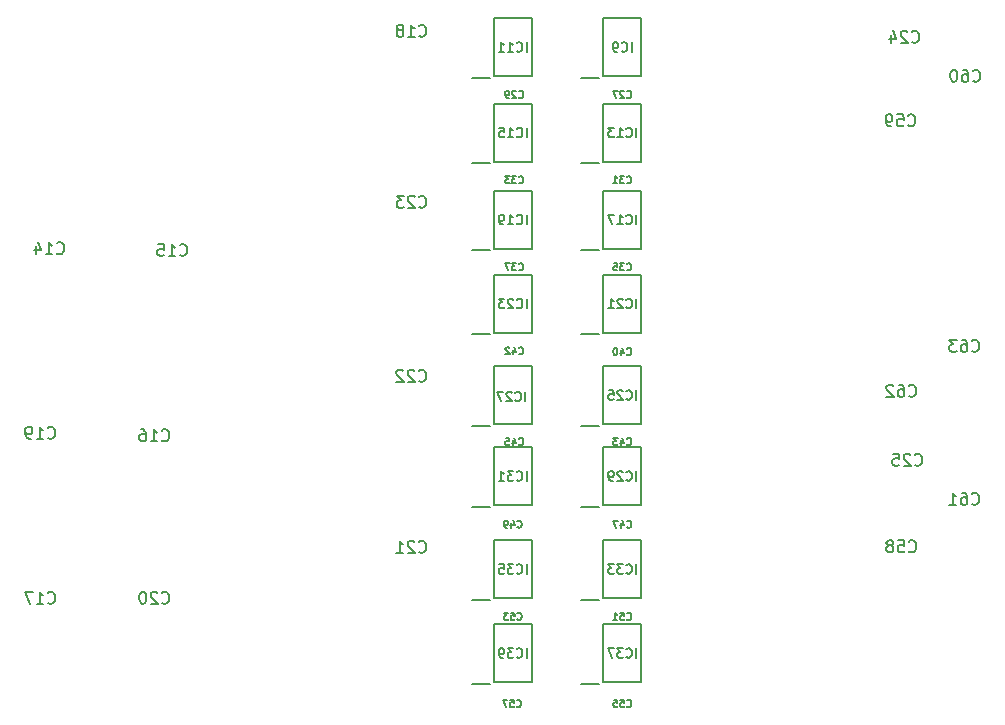
<source format=gbo>
G04 #@! TF.GenerationSoftware,KiCad,Pcbnew,(5.0.2)-1*
G04 #@! TF.CreationDate,2019-07-09T23:38:42+09:00*
G04 #@! TF.ProjectId,R2-R,52322d52-2e6b-4696-9361-645f70636258,rev?*
G04 #@! TF.SameCoordinates,PX3c8eee0PY21e9a40*
G04 #@! TF.FileFunction,Legend,Bot*
G04 #@! TF.FilePolarity,Positive*
%FSLAX46Y46*%
G04 Gerber Fmt 4.6, Leading zero omitted, Abs format (unit mm)*
G04 Created by KiCad (PCBNEW (5.0.2)-1) date 2019/07/09 23:38:42*
%MOMM*%
%LPD*%
G01*
G04 APERTURE LIST*
%ADD10C,0.200000*%
%ADD11C,0.150000*%
%ADD12O,1.702000X1.702000*%
%ADD13C,1.702000*%
%ADD14R,1.627000X0.752000*%
%ADD15R,1.702000X1.702000*%
%ADD16C,0.100000*%
%ADD17C,0.502000*%
%ADD18C,1.752000*%
%ADD19R,1.752000X1.752000*%
%ADD20C,1.542000*%
%ADD21C,3.302000*%
G04 APERTURE END LIST*
D10*
G04 #@! TO.C,IC11*
X51008000Y-23027000D02*
X52533000Y-23027000D01*
X52883000Y-17997000D02*
X52883000Y-22897000D01*
X56083000Y-17997000D02*
X52883000Y-17997000D01*
X56083000Y-22897000D02*
X56083000Y-17997000D01*
X52883000Y-22897000D02*
X56083000Y-22897000D01*
G04 #@! TO.C,IC9*
X60279000Y-23027000D02*
X61804000Y-23027000D01*
X62154000Y-17997000D02*
X62154000Y-22897000D01*
X65354000Y-17997000D02*
X62154000Y-17997000D01*
X65354000Y-22897000D02*
X65354000Y-17997000D01*
X62154000Y-22897000D02*
X65354000Y-22897000D01*
G04 #@! TO.C,IC13*
X60279000Y-30266000D02*
X61804000Y-30266000D01*
X62154000Y-25236000D02*
X62154000Y-30136000D01*
X65354000Y-25236000D02*
X62154000Y-25236000D01*
X65354000Y-30136000D02*
X65354000Y-25236000D01*
X62154000Y-30136000D02*
X65354000Y-30136000D01*
G04 #@! TO.C,IC15*
X51008000Y-30266000D02*
X52533000Y-30266000D01*
X52883000Y-25236000D02*
X52883000Y-30136000D01*
X56083000Y-25236000D02*
X52883000Y-25236000D01*
X56083000Y-30136000D02*
X56083000Y-25236000D01*
X52883000Y-30136000D02*
X56083000Y-30136000D01*
G04 #@! TO.C,IC17*
X60279000Y-37632000D02*
X61804000Y-37632000D01*
X62154000Y-32602000D02*
X62154000Y-37502000D01*
X65354000Y-32602000D02*
X62154000Y-32602000D01*
X65354000Y-37502000D02*
X65354000Y-32602000D01*
X62154000Y-37502000D02*
X65354000Y-37502000D01*
G04 #@! TO.C,IC19*
X51008000Y-37632000D02*
X52533000Y-37632000D01*
X52883000Y-32602000D02*
X52883000Y-37502000D01*
X56083000Y-32602000D02*
X52883000Y-32602000D01*
X56083000Y-37502000D02*
X56083000Y-32602000D01*
X52883000Y-37502000D02*
X56083000Y-37502000D01*
G04 #@! TO.C,IC21*
X60279000Y-44744000D02*
X61804000Y-44744000D01*
X62154000Y-39714000D02*
X62154000Y-44614000D01*
X65354000Y-39714000D02*
X62154000Y-39714000D01*
X65354000Y-44614000D02*
X65354000Y-39714000D01*
X62154000Y-44614000D02*
X65354000Y-44614000D01*
G04 #@! TO.C,IC23*
X51008000Y-44744000D02*
X52533000Y-44744000D01*
X52883000Y-39714000D02*
X52883000Y-44614000D01*
X56083000Y-39714000D02*
X52883000Y-39714000D01*
X56083000Y-44614000D02*
X56083000Y-39714000D01*
X52883000Y-44614000D02*
X56083000Y-44614000D01*
G04 #@! TO.C,IC25*
X60279000Y-52491000D02*
X61804000Y-52491000D01*
X62154000Y-47461000D02*
X62154000Y-52361000D01*
X65354000Y-47461000D02*
X62154000Y-47461000D01*
X65354000Y-52361000D02*
X65354000Y-47461000D01*
X62154000Y-52361000D02*
X65354000Y-52361000D01*
G04 #@! TO.C,IC27*
X51008000Y-52491000D02*
X52533000Y-52491000D01*
X52883000Y-47461000D02*
X52883000Y-52361000D01*
X56083000Y-47461000D02*
X52883000Y-47461000D01*
X56083000Y-52361000D02*
X56083000Y-47461000D01*
X52883000Y-52361000D02*
X56083000Y-52361000D01*
G04 #@! TO.C,IC29*
X60279000Y-59349000D02*
X61804000Y-59349000D01*
X62154000Y-54319000D02*
X62154000Y-59219000D01*
X65354000Y-54319000D02*
X62154000Y-54319000D01*
X65354000Y-59219000D02*
X65354000Y-54319000D01*
X62154000Y-59219000D02*
X65354000Y-59219000D01*
G04 #@! TO.C,IC31*
X51008000Y-59349000D02*
X52533000Y-59349000D01*
X52883000Y-54319000D02*
X52883000Y-59219000D01*
X56083000Y-54319000D02*
X52883000Y-54319000D01*
X56083000Y-59219000D02*
X56083000Y-54319000D01*
X52883000Y-59219000D02*
X56083000Y-59219000D01*
G04 #@! TO.C,IC33*
X60279000Y-67223000D02*
X61804000Y-67223000D01*
X62154000Y-62193000D02*
X62154000Y-67093000D01*
X65354000Y-62193000D02*
X62154000Y-62193000D01*
X65354000Y-67093000D02*
X65354000Y-62193000D01*
X62154000Y-67093000D02*
X65354000Y-67093000D01*
G04 #@! TO.C,IC35*
X51008000Y-67223000D02*
X52533000Y-67223000D01*
X52883000Y-62193000D02*
X52883000Y-67093000D01*
X56083000Y-62193000D02*
X52883000Y-62193000D01*
X56083000Y-67093000D02*
X56083000Y-62193000D01*
X52883000Y-67093000D02*
X56083000Y-67093000D01*
G04 #@! TO.C,IC37*
X60279000Y-74335000D02*
X61804000Y-74335000D01*
X62154000Y-69305000D02*
X62154000Y-74205000D01*
X65354000Y-69305000D02*
X62154000Y-69305000D01*
X65354000Y-74205000D02*
X65354000Y-69305000D01*
X62154000Y-74205000D02*
X65354000Y-74205000D01*
G04 #@! TO.C,IC39*
X51008000Y-74335000D02*
X52533000Y-74335000D01*
X52883000Y-69305000D02*
X52883000Y-74205000D01*
X56083000Y-69305000D02*
X52883000Y-69305000D01*
X56083000Y-74205000D02*
X56083000Y-69305000D01*
X52883000Y-74205000D02*
X56083000Y-74205000D01*
G04 #@! TO.C,IC11*
X55644904Y-20808904D02*
X55644904Y-20008904D01*
X54806809Y-20732714D02*
X54844904Y-20770809D01*
X54959190Y-20808904D01*
X55035380Y-20808904D01*
X55149666Y-20770809D01*
X55225857Y-20694619D01*
X55263952Y-20618428D01*
X55302047Y-20466047D01*
X55302047Y-20351761D01*
X55263952Y-20199380D01*
X55225857Y-20123190D01*
X55149666Y-20047000D01*
X55035380Y-20008904D01*
X54959190Y-20008904D01*
X54844904Y-20047000D01*
X54806809Y-20085095D01*
X54044904Y-20808904D02*
X54502047Y-20808904D01*
X54273476Y-20808904D02*
X54273476Y-20008904D01*
X54349666Y-20123190D01*
X54425857Y-20199380D01*
X54502047Y-20237476D01*
X53283000Y-20808904D02*
X53740142Y-20808904D01*
X53511571Y-20808904D02*
X53511571Y-20008904D01*
X53587761Y-20123190D01*
X53663952Y-20199380D01*
X53740142Y-20237476D01*
G04 #@! TO.C,C14*
D11*
X15882857Y-37856142D02*
X15930476Y-37903761D01*
X16073333Y-37951380D01*
X16168571Y-37951380D01*
X16311428Y-37903761D01*
X16406666Y-37808523D01*
X16454285Y-37713285D01*
X16501904Y-37522809D01*
X16501904Y-37379952D01*
X16454285Y-37189476D01*
X16406666Y-37094238D01*
X16311428Y-36999000D01*
X16168571Y-36951380D01*
X16073333Y-36951380D01*
X15930476Y-36999000D01*
X15882857Y-37046619D01*
X14930476Y-37951380D02*
X15501904Y-37951380D01*
X15216190Y-37951380D02*
X15216190Y-36951380D01*
X15311428Y-37094238D01*
X15406666Y-37189476D01*
X15501904Y-37237095D01*
X14073333Y-37284714D02*
X14073333Y-37951380D01*
X14311428Y-36903761D02*
X14549523Y-37618047D01*
X13930476Y-37618047D01*
G04 #@! TO.C,C15*
X26296857Y-38012642D02*
X26344476Y-38060261D01*
X26487333Y-38107880D01*
X26582571Y-38107880D01*
X26725428Y-38060261D01*
X26820666Y-37965023D01*
X26868285Y-37869785D01*
X26915904Y-37679309D01*
X26915904Y-37536452D01*
X26868285Y-37345976D01*
X26820666Y-37250738D01*
X26725428Y-37155500D01*
X26582571Y-37107880D01*
X26487333Y-37107880D01*
X26344476Y-37155500D01*
X26296857Y-37203119D01*
X25344476Y-38107880D02*
X25915904Y-38107880D01*
X25630190Y-38107880D02*
X25630190Y-37107880D01*
X25725428Y-37250738D01*
X25820666Y-37345976D01*
X25915904Y-37393595D01*
X24439714Y-37107880D02*
X24915904Y-37107880D01*
X24963523Y-37584071D01*
X24915904Y-37536452D01*
X24820666Y-37488833D01*
X24582571Y-37488833D01*
X24487333Y-37536452D01*
X24439714Y-37584071D01*
X24392095Y-37679309D01*
X24392095Y-37917404D01*
X24439714Y-38012642D01*
X24487333Y-38060261D01*
X24582571Y-38107880D01*
X24820666Y-38107880D01*
X24915904Y-38060261D01*
X24963523Y-38012642D01*
G04 #@! TO.C,C16*
X24772857Y-53697142D02*
X24820476Y-53744761D01*
X24963333Y-53792380D01*
X25058571Y-53792380D01*
X25201428Y-53744761D01*
X25296666Y-53649523D01*
X25344285Y-53554285D01*
X25391904Y-53363809D01*
X25391904Y-53220952D01*
X25344285Y-53030476D01*
X25296666Y-52935238D01*
X25201428Y-52840000D01*
X25058571Y-52792380D01*
X24963333Y-52792380D01*
X24820476Y-52840000D01*
X24772857Y-52887619D01*
X23820476Y-53792380D02*
X24391904Y-53792380D01*
X24106190Y-53792380D02*
X24106190Y-52792380D01*
X24201428Y-52935238D01*
X24296666Y-53030476D01*
X24391904Y-53078095D01*
X22963333Y-52792380D02*
X23153809Y-52792380D01*
X23249047Y-52840000D01*
X23296666Y-52887619D01*
X23391904Y-53030476D01*
X23439523Y-53220952D01*
X23439523Y-53601904D01*
X23391904Y-53697142D01*
X23344285Y-53744761D01*
X23249047Y-53792380D01*
X23058571Y-53792380D01*
X22963333Y-53744761D01*
X22915714Y-53697142D01*
X22868095Y-53601904D01*
X22868095Y-53363809D01*
X22915714Y-53268571D01*
X22963333Y-53220952D01*
X23058571Y-53173333D01*
X23249047Y-53173333D01*
X23344285Y-53220952D01*
X23391904Y-53268571D01*
X23439523Y-53363809D01*
G04 #@! TO.C,C17*
X15120857Y-67447142D02*
X15168476Y-67494761D01*
X15311333Y-67542380D01*
X15406571Y-67542380D01*
X15549428Y-67494761D01*
X15644666Y-67399523D01*
X15692285Y-67304285D01*
X15739904Y-67113809D01*
X15739904Y-66970952D01*
X15692285Y-66780476D01*
X15644666Y-66685238D01*
X15549428Y-66590000D01*
X15406571Y-66542380D01*
X15311333Y-66542380D01*
X15168476Y-66590000D01*
X15120857Y-66637619D01*
X14168476Y-67542380D02*
X14739904Y-67542380D01*
X14454190Y-67542380D02*
X14454190Y-66542380D01*
X14549428Y-66685238D01*
X14644666Y-66780476D01*
X14739904Y-66828095D01*
X13835142Y-66542380D02*
X13168476Y-66542380D01*
X13597047Y-67542380D01*
G04 #@! TO.C,C18*
X46550857Y-19441142D02*
X46598476Y-19488761D01*
X46741333Y-19536380D01*
X46836571Y-19536380D01*
X46979428Y-19488761D01*
X47074666Y-19393523D01*
X47122285Y-19298285D01*
X47169904Y-19107809D01*
X47169904Y-18964952D01*
X47122285Y-18774476D01*
X47074666Y-18679238D01*
X46979428Y-18584000D01*
X46836571Y-18536380D01*
X46741333Y-18536380D01*
X46598476Y-18584000D01*
X46550857Y-18631619D01*
X45598476Y-19536380D02*
X46169904Y-19536380D01*
X45884190Y-19536380D02*
X45884190Y-18536380D01*
X45979428Y-18679238D01*
X46074666Y-18774476D01*
X46169904Y-18822095D01*
X45027047Y-18964952D02*
X45122285Y-18917333D01*
X45169904Y-18869714D01*
X45217523Y-18774476D01*
X45217523Y-18726857D01*
X45169904Y-18631619D01*
X45122285Y-18584000D01*
X45027047Y-18536380D01*
X44836571Y-18536380D01*
X44741333Y-18584000D01*
X44693714Y-18631619D01*
X44646095Y-18726857D01*
X44646095Y-18774476D01*
X44693714Y-18869714D01*
X44741333Y-18917333D01*
X44836571Y-18964952D01*
X45027047Y-18964952D01*
X45122285Y-19012571D01*
X45169904Y-19060190D01*
X45217523Y-19155428D01*
X45217523Y-19345904D01*
X45169904Y-19441142D01*
X45122285Y-19488761D01*
X45027047Y-19536380D01*
X44836571Y-19536380D01*
X44741333Y-19488761D01*
X44693714Y-19441142D01*
X44646095Y-19345904D01*
X44646095Y-19155428D01*
X44693714Y-19060190D01*
X44741333Y-19012571D01*
X44836571Y-18964952D01*
G04 #@! TO.C,C19*
X15120857Y-53477142D02*
X15168476Y-53524761D01*
X15311333Y-53572380D01*
X15406571Y-53572380D01*
X15549428Y-53524761D01*
X15644666Y-53429523D01*
X15692285Y-53334285D01*
X15739904Y-53143809D01*
X15739904Y-53000952D01*
X15692285Y-52810476D01*
X15644666Y-52715238D01*
X15549428Y-52620000D01*
X15406571Y-52572380D01*
X15311333Y-52572380D01*
X15168476Y-52620000D01*
X15120857Y-52667619D01*
X14168476Y-53572380D02*
X14739904Y-53572380D01*
X14454190Y-53572380D02*
X14454190Y-52572380D01*
X14549428Y-52715238D01*
X14644666Y-52810476D01*
X14739904Y-52858095D01*
X13692285Y-53572380D02*
X13501809Y-53572380D01*
X13406571Y-53524761D01*
X13358952Y-53477142D01*
X13263714Y-53334285D01*
X13216095Y-53143809D01*
X13216095Y-52762857D01*
X13263714Y-52667619D01*
X13311333Y-52620000D01*
X13406571Y-52572380D01*
X13597047Y-52572380D01*
X13692285Y-52620000D01*
X13739904Y-52667619D01*
X13787523Y-52762857D01*
X13787523Y-53000952D01*
X13739904Y-53096190D01*
X13692285Y-53143809D01*
X13597047Y-53191428D01*
X13406571Y-53191428D01*
X13311333Y-53143809D01*
X13263714Y-53096190D01*
X13216095Y-53000952D01*
G04 #@! TO.C,C20*
X24772857Y-67447142D02*
X24820476Y-67494761D01*
X24963333Y-67542380D01*
X25058571Y-67542380D01*
X25201428Y-67494761D01*
X25296666Y-67399523D01*
X25344285Y-67304285D01*
X25391904Y-67113809D01*
X25391904Y-66970952D01*
X25344285Y-66780476D01*
X25296666Y-66685238D01*
X25201428Y-66590000D01*
X25058571Y-66542380D01*
X24963333Y-66542380D01*
X24820476Y-66590000D01*
X24772857Y-66637619D01*
X24391904Y-66637619D02*
X24344285Y-66590000D01*
X24249047Y-66542380D01*
X24010952Y-66542380D01*
X23915714Y-66590000D01*
X23868095Y-66637619D01*
X23820476Y-66732857D01*
X23820476Y-66828095D01*
X23868095Y-66970952D01*
X24439523Y-67542380D01*
X23820476Y-67542380D01*
X23201428Y-66542380D02*
X23106190Y-66542380D01*
X23010952Y-66590000D01*
X22963333Y-66637619D01*
X22915714Y-66732857D01*
X22868095Y-66923333D01*
X22868095Y-67161428D01*
X22915714Y-67351904D01*
X22963333Y-67447142D01*
X23010952Y-67494761D01*
X23106190Y-67542380D01*
X23201428Y-67542380D01*
X23296666Y-67494761D01*
X23344285Y-67447142D01*
X23391904Y-67351904D01*
X23439523Y-67161428D01*
X23439523Y-66923333D01*
X23391904Y-66732857D01*
X23344285Y-66637619D01*
X23296666Y-66590000D01*
X23201428Y-66542380D01*
G04 #@! TO.C,C21*
X46525857Y-63129142D02*
X46573476Y-63176761D01*
X46716333Y-63224380D01*
X46811571Y-63224380D01*
X46954428Y-63176761D01*
X47049666Y-63081523D01*
X47097285Y-62986285D01*
X47144904Y-62795809D01*
X47144904Y-62652952D01*
X47097285Y-62462476D01*
X47049666Y-62367238D01*
X46954428Y-62272000D01*
X46811571Y-62224380D01*
X46716333Y-62224380D01*
X46573476Y-62272000D01*
X46525857Y-62319619D01*
X46144904Y-62319619D02*
X46097285Y-62272000D01*
X46002047Y-62224380D01*
X45763952Y-62224380D01*
X45668714Y-62272000D01*
X45621095Y-62319619D01*
X45573476Y-62414857D01*
X45573476Y-62510095D01*
X45621095Y-62652952D01*
X46192523Y-63224380D01*
X45573476Y-63224380D01*
X44621095Y-63224380D02*
X45192523Y-63224380D01*
X44906809Y-63224380D02*
X44906809Y-62224380D01*
X45002047Y-62367238D01*
X45097285Y-62462476D01*
X45192523Y-62510095D01*
G04 #@! TO.C,C22*
X46525857Y-48651142D02*
X46573476Y-48698761D01*
X46716333Y-48746380D01*
X46811571Y-48746380D01*
X46954428Y-48698761D01*
X47049666Y-48603523D01*
X47097285Y-48508285D01*
X47144904Y-48317809D01*
X47144904Y-48174952D01*
X47097285Y-47984476D01*
X47049666Y-47889238D01*
X46954428Y-47794000D01*
X46811571Y-47746380D01*
X46716333Y-47746380D01*
X46573476Y-47794000D01*
X46525857Y-47841619D01*
X46144904Y-47841619D02*
X46097285Y-47794000D01*
X46002047Y-47746380D01*
X45763952Y-47746380D01*
X45668714Y-47794000D01*
X45621095Y-47841619D01*
X45573476Y-47936857D01*
X45573476Y-48032095D01*
X45621095Y-48174952D01*
X46192523Y-48746380D01*
X45573476Y-48746380D01*
X45192523Y-47841619D02*
X45144904Y-47794000D01*
X45049666Y-47746380D01*
X44811571Y-47746380D01*
X44716333Y-47794000D01*
X44668714Y-47841619D01*
X44621095Y-47936857D01*
X44621095Y-48032095D01*
X44668714Y-48174952D01*
X45240142Y-48746380D01*
X44621095Y-48746380D01*
G04 #@! TO.C,C23*
X46550857Y-33919142D02*
X46598476Y-33966761D01*
X46741333Y-34014380D01*
X46836571Y-34014380D01*
X46979428Y-33966761D01*
X47074666Y-33871523D01*
X47122285Y-33776285D01*
X47169904Y-33585809D01*
X47169904Y-33442952D01*
X47122285Y-33252476D01*
X47074666Y-33157238D01*
X46979428Y-33062000D01*
X46836571Y-33014380D01*
X46741333Y-33014380D01*
X46598476Y-33062000D01*
X46550857Y-33109619D01*
X46169904Y-33109619D02*
X46122285Y-33062000D01*
X46027047Y-33014380D01*
X45788952Y-33014380D01*
X45693714Y-33062000D01*
X45646095Y-33109619D01*
X45598476Y-33204857D01*
X45598476Y-33300095D01*
X45646095Y-33442952D01*
X46217523Y-34014380D01*
X45598476Y-34014380D01*
X45265142Y-33014380D02*
X44646095Y-33014380D01*
X44979428Y-33395333D01*
X44836571Y-33395333D01*
X44741333Y-33442952D01*
X44693714Y-33490571D01*
X44646095Y-33585809D01*
X44646095Y-33823904D01*
X44693714Y-33919142D01*
X44741333Y-33966761D01*
X44836571Y-34014380D01*
X45122285Y-34014380D01*
X45217523Y-33966761D01*
X45265142Y-33919142D01*
G04 #@! TO.C,C24*
X88272857Y-19949142D02*
X88320476Y-19996761D01*
X88463333Y-20044380D01*
X88558571Y-20044380D01*
X88701428Y-19996761D01*
X88796666Y-19901523D01*
X88844285Y-19806285D01*
X88891904Y-19615809D01*
X88891904Y-19472952D01*
X88844285Y-19282476D01*
X88796666Y-19187238D01*
X88701428Y-19092000D01*
X88558571Y-19044380D01*
X88463333Y-19044380D01*
X88320476Y-19092000D01*
X88272857Y-19139619D01*
X87891904Y-19139619D02*
X87844285Y-19092000D01*
X87749047Y-19044380D01*
X87510952Y-19044380D01*
X87415714Y-19092000D01*
X87368095Y-19139619D01*
X87320476Y-19234857D01*
X87320476Y-19330095D01*
X87368095Y-19472952D01*
X87939523Y-20044380D01*
X87320476Y-20044380D01*
X86463333Y-19377714D02*
X86463333Y-20044380D01*
X86701428Y-18996761D02*
X86939523Y-19711047D01*
X86320476Y-19711047D01*
G04 #@! TO.C,C25*
X88526857Y-55763142D02*
X88574476Y-55810761D01*
X88717333Y-55858380D01*
X88812571Y-55858380D01*
X88955428Y-55810761D01*
X89050666Y-55715523D01*
X89098285Y-55620285D01*
X89145904Y-55429809D01*
X89145904Y-55286952D01*
X89098285Y-55096476D01*
X89050666Y-55001238D01*
X88955428Y-54906000D01*
X88812571Y-54858380D01*
X88717333Y-54858380D01*
X88574476Y-54906000D01*
X88526857Y-54953619D01*
X88145904Y-54953619D02*
X88098285Y-54906000D01*
X88003047Y-54858380D01*
X87764952Y-54858380D01*
X87669714Y-54906000D01*
X87622095Y-54953619D01*
X87574476Y-55048857D01*
X87574476Y-55144095D01*
X87622095Y-55286952D01*
X88193523Y-55858380D01*
X87574476Y-55858380D01*
X86669714Y-54858380D02*
X87145904Y-54858380D01*
X87193523Y-55334571D01*
X87145904Y-55286952D01*
X87050666Y-55239333D01*
X86812571Y-55239333D01*
X86717333Y-55286952D01*
X86669714Y-55334571D01*
X86622095Y-55429809D01*
X86622095Y-55667904D01*
X86669714Y-55763142D01*
X86717333Y-55810761D01*
X86812571Y-55858380D01*
X87050666Y-55858380D01*
X87145904Y-55810761D01*
X87193523Y-55763142D01*
G04 #@! TO.C,C27*
X64139714Y-24661785D02*
X64168285Y-24690357D01*
X64254000Y-24718928D01*
X64311142Y-24718928D01*
X64396857Y-24690357D01*
X64454000Y-24633214D01*
X64482571Y-24576071D01*
X64511142Y-24461785D01*
X64511142Y-24376071D01*
X64482571Y-24261785D01*
X64454000Y-24204642D01*
X64396857Y-24147500D01*
X64311142Y-24118928D01*
X64254000Y-24118928D01*
X64168285Y-24147500D01*
X64139714Y-24176071D01*
X63911142Y-24176071D02*
X63882571Y-24147500D01*
X63825428Y-24118928D01*
X63682571Y-24118928D01*
X63625428Y-24147500D01*
X63596857Y-24176071D01*
X63568285Y-24233214D01*
X63568285Y-24290357D01*
X63596857Y-24376071D01*
X63939714Y-24718928D01*
X63568285Y-24718928D01*
X63368285Y-24118928D02*
X62968285Y-24118928D01*
X63225428Y-24718928D01*
G04 #@! TO.C,C29*
X54995714Y-24661785D02*
X55024285Y-24690357D01*
X55110000Y-24718928D01*
X55167142Y-24718928D01*
X55252857Y-24690357D01*
X55310000Y-24633214D01*
X55338571Y-24576071D01*
X55367142Y-24461785D01*
X55367142Y-24376071D01*
X55338571Y-24261785D01*
X55310000Y-24204642D01*
X55252857Y-24147500D01*
X55167142Y-24118928D01*
X55110000Y-24118928D01*
X55024285Y-24147500D01*
X54995714Y-24176071D01*
X54767142Y-24176071D02*
X54738571Y-24147500D01*
X54681428Y-24118928D01*
X54538571Y-24118928D01*
X54481428Y-24147500D01*
X54452857Y-24176071D01*
X54424285Y-24233214D01*
X54424285Y-24290357D01*
X54452857Y-24376071D01*
X54795714Y-24718928D01*
X54424285Y-24718928D01*
X54138571Y-24718928D02*
X54024285Y-24718928D01*
X53967142Y-24690357D01*
X53938571Y-24661785D01*
X53881428Y-24576071D01*
X53852857Y-24461785D01*
X53852857Y-24233214D01*
X53881428Y-24176071D01*
X53910000Y-24147500D01*
X53967142Y-24118928D01*
X54081428Y-24118928D01*
X54138571Y-24147500D01*
X54167142Y-24176071D01*
X54195714Y-24233214D01*
X54195714Y-24376071D01*
X54167142Y-24433214D01*
X54138571Y-24461785D01*
X54081428Y-24490357D01*
X53967142Y-24490357D01*
X53910000Y-24461785D01*
X53881428Y-24433214D01*
X53852857Y-24376071D01*
G04 #@! TO.C,C31*
X64139714Y-31900785D02*
X64168285Y-31929357D01*
X64254000Y-31957928D01*
X64311142Y-31957928D01*
X64396857Y-31929357D01*
X64454000Y-31872214D01*
X64482571Y-31815071D01*
X64511142Y-31700785D01*
X64511142Y-31615071D01*
X64482571Y-31500785D01*
X64454000Y-31443642D01*
X64396857Y-31386500D01*
X64311142Y-31357928D01*
X64254000Y-31357928D01*
X64168285Y-31386500D01*
X64139714Y-31415071D01*
X63939714Y-31357928D02*
X63568285Y-31357928D01*
X63768285Y-31586500D01*
X63682571Y-31586500D01*
X63625428Y-31615071D01*
X63596857Y-31643642D01*
X63568285Y-31700785D01*
X63568285Y-31843642D01*
X63596857Y-31900785D01*
X63625428Y-31929357D01*
X63682571Y-31957928D01*
X63854000Y-31957928D01*
X63911142Y-31929357D01*
X63939714Y-31900785D01*
X62996857Y-31957928D02*
X63339714Y-31957928D01*
X63168285Y-31957928D02*
X63168285Y-31357928D01*
X63225428Y-31443642D01*
X63282571Y-31500785D01*
X63339714Y-31529357D01*
G04 #@! TO.C,C33*
X54995714Y-31900785D02*
X55024285Y-31929357D01*
X55110000Y-31957928D01*
X55167142Y-31957928D01*
X55252857Y-31929357D01*
X55310000Y-31872214D01*
X55338571Y-31815071D01*
X55367142Y-31700785D01*
X55367142Y-31615071D01*
X55338571Y-31500785D01*
X55310000Y-31443642D01*
X55252857Y-31386500D01*
X55167142Y-31357928D01*
X55110000Y-31357928D01*
X55024285Y-31386500D01*
X54995714Y-31415071D01*
X54795714Y-31357928D02*
X54424285Y-31357928D01*
X54624285Y-31586500D01*
X54538571Y-31586500D01*
X54481428Y-31615071D01*
X54452857Y-31643642D01*
X54424285Y-31700785D01*
X54424285Y-31843642D01*
X54452857Y-31900785D01*
X54481428Y-31929357D01*
X54538571Y-31957928D01*
X54710000Y-31957928D01*
X54767142Y-31929357D01*
X54795714Y-31900785D01*
X54224285Y-31357928D02*
X53852857Y-31357928D01*
X54052857Y-31586500D01*
X53967142Y-31586500D01*
X53910000Y-31615071D01*
X53881428Y-31643642D01*
X53852857Y-31700785D01*
X53852857Y-31843642D01*
X53881428Y-31900785D01*
X53910000Y-31929357D01*
X53967142Y-31957928D01*
X54138571Y-31957928D01*
X54195714Y-31929357D01*
X54224285Y-31900785D01*
G04 #@! TO.C,C35*
X64139714Y-39266785D02*
X64168285Y-39295357D01*
X64254000Y-39323928D01*
X64311142Y-39323928D01*
X64396857Y-39295357D01*
X64454000Y-39238214D01*
X64482571Y-39181071D01*
X64511142Y-39066785D01*
X64511142Y-38981071D01*
X64482571Y-38866785D01*
X64454000Y-38809642D01*
X64396857Y-38752500D01*
X64311142Y-38723928D01*
X64254000Y-38723928D01*
X64168285Y-38752500D01*
X64139714Y-38781071D01*
X63939714Y-38723928D02*
X63568285Y-38723928D01*
X63768285Y-38952500D01*
X63682571Y-38952500D01*
X63625428Y-38981071D01*
X63596857Y-39009642D01*
X63568285Y-39066785D01*
X63568285Y-39209642D01*
X63596857Y-39266785D01*
X63625428Y-39295357D01*
X63682571Y-39323928D01*
X63854000Y-39323928D01*
X63911142Y-39295357D01*
X63939714Y-39266785D01*
X63025428Y-38723928D02*
X63311142Y-38723928D01*
X63339714Y-39009642D01*
X63311142Y-38981071D01*
X63254000Y-38952500D01*
X63111142Y-38952500D01*
X63054000Y-38981071D01*
X63025428Y-39009642D01*
X62996857Y-39066785D01*
X62996857Y-39209642D01*
X63025428Y-39266785D01*
X63054000Y-39295357D01*
X63111142Y-39323928D01*
X63254000Y-39323928D01*
X63311142Y-39295357D01*
X63339714Y-39266785D01*
G04 #@! TO.C,C37*
X54995714Y-39266785D02*
X55024285Y-39295357D01*
X55110000Y-39323928D01*
X55167142Y-39323928D01*
X55252857Y-39295357D01*
X55310000Y-39238214D01*
X55338571Y-39181071D01*
X55367142Y-39066785D01*
X55367142Y-38981071D01*
X55338571Y-38866785D01*
X55310000Y-38809642D01*
X55252857Y-38752500D01*
X55167142Y-38723928D01*
X55110000Y-38723928D01*
X55024285Y-38752500D01*
X54995714Y-38781071D01*
X54795714Y-38723928D02*
X54424285Y-38723928D01*
X54624285Y-38952500D01*
X54538571Y-38952500D01*
X54481428Y-38981071D01*
X54452857Y-39009642D01*
X54424285Y-39066785D01*
X54424285Y-39209642D01*
X54452857Y-39266785D01*
X54481428Y-39295357D01*
X54538571Y-39323928D01*
X54710000Y-39323928D01*
X54767142Y-39295357D01*
X54795714Y-39266785D01*
X54224285Y-38723928D02*
X53824285Y-38723928D01*
X54081428Y-39323928D01*
G04 #@! TO.C,C40*
X64139714Y-46442285D02*
X64168285Y-46470857D01*
X64254000Y-46499428D01*
X64311142Y-46499428D01*
X64396857Y-46470857D01*
X64454000Y-46413714D01*
X64482571Y-46356571D01*
X64511142Y-46242285D01*
X64511142Y-46156571D01*
X64482571Y-46042285D01*
X64454000Y-45985142D01*
X64396857Y-45928000D01*
X64311142Y-45899428D01*
X64254000Y-45899428D01*
X64168285Y-45928000D01*
X64139714Y-45956571D01*
X63625428Y-46099428D02*
X63625428Y-46499428D01*
X63768285Y-45870857D02*
X63911142Y-46299428D01*
X63539714Y-46299428D01*
X63196857Y-45899428D02*
X63139714Y-45899428D01*
X63082571Y-45928000D01*
X63054000Y-45956571D01*
X63025428Y-46013714D01*
X62996857Y-46128000D01*
X62996857Y-46270857D01*
X63025428Y-46385142D01*
X63054000Y-46442285D01*
X63082571Y-46470857D01*
X63139714Y-46499428D01*
X63196857Y-46499428D01*
X63254000Y-46470857D01*
X63282571Y-46442285D01*
X63311142Y-46385142D01*
X63339714Y-46270857D01*
X63339714Y-46128000D01*
X63311142Y-46013714D01*
X63282571Y-45956571D01*
X63254000Y-45928000D01*
X63196857Y-45899428D01*
G04 #@! TO.C,C42*
X54995714Y-46378785D02*
X55024285Y-46407357D01*
X55110000Y-46435928D01*
X55167142Y-46435928D01*
X55252857Y-46407357D01*
X55310000Y-46350214D01*
X55338571Y-46293071D01*
X55367142Y-46178785D01*
X55367142Y-46093071D01*
X55338571Y-45978785D01*
X55310000Y-45921642D01*
X55252857Y-45864500D01*
X55167142Y-45835928D01*
X55110000Y-45835928D01*
X55024285Y-45864500D01*
X54995714Y-45893071D01*
X54481428Y-46035928D02*
X54481428Y-46435928D01*
X54624285Y-45807357D02*
X54767142Y-46235928D01*
X54395714Y-46235928D01*
X54195714Y-45893071D02*
X54167142Y-45864500D01*
X54110000Y-45835928D01*
X53967142Y-45835928D01*
X53910000Y-45864500D01*
X53881428Y-45893071D01*
X53852857Y-45950214D01*
X53852857Y-46007357D01*
X53881428Y-46093071D01*
X54224285Y-46435928D01*
X53852857Y-46435928D01*
G04 #@! TO.C,C43*
X64139714Y-54062285D02*
X64168285Y-54090857D01*
X64254000Y-54119428D01*
X64311142Y-54119428D01*
X64396857Y-54090857D01*
X64454000Y-54033714D01*
X64482571Y-53976571D01*
X64511142Y-53862285D01*
X64511142Y-53776571D01*
X64482571Y-53662285D01*
X64454000Y-53605142D01*
X64396857Y-53548000D01*
X64311142Y-53519428D01*
X64254000Y-53519428D01*
X64168285Y-53548000D01*
X64139714Y-53576571D01*
X63625428Y-53719428D02*
X63625428Y-54119428D01*
X63768285Y-53490857D02*
X63911142Y-53919428D01*
X63539714Y-53919428D01*
X63368285Y-53519428D02*
X62996857Y-53519428D01*
X63196857Y-53748000D01*
X63111142Y-53748000D01*
X63054000Y-53776571D01*
X63025428Y-53805142D01*
X62996857Y-53862285D01*
X62996857Y-54005142D01*
X63025428Y-54062285D01*
X63054000Y-54090857D01*
X63111142Y-54119428D01*
X63282571Y-54119428D01*
X63339714Y-54090857D01*
X63368285Y-54062285D01*
G04 #@! TO.C,C45*
X54995714Y-54062285D02*
X55024285Y-54090857D01*
X55110000Y-54119428D01*
X55167142Y-54119428D01*
X55252857Y-54090857D01*
X55310000Y-54033714D01*
X55338571Y-53976571D01*
X55367142Y-53862285D01*
X55367142Y-53776571D01*
X55338571Y-53662285D01*
X55310000Y-53605142D01*
X55252857Y-53548000D01*
X55167142Y-53519428D01*
X55110000Y-53519428D01*
X55024285Y-53548000D01*
X54995714Y-53576571D01*
X54481428Y-53719428D02*
X54481428Y-54119428D01*
X54624285Y-53490857D02*
X54767142Y-53919428D01*
X54395714Y-53919428D01*
X53881428Y-53519428D02*
X54167142Y-53519428D01*
X54195714Y-53805142D01*
X54167142Y-53776571D01*
X54110000Y-53748000D01*
X53967142Y-53748000D01*
X53910000Y-53776571D01*
X53881428Y-53805142D01*
X53852857Y-53862285D01*
X53852857Y-54005142D01*
X53881428Y-54062285D01*
X53910000Y-54090857D01*
X53967142Y-54119428D01*
X54110000Y-54119428D01*
X54167142Y-54090857D01*
X54195714Y-54062285D01*
G04 #@! TO.C,C47*
X64139714Y-61047285D02*
X64168285Y-61075857D01*
X64254000Y-61104428D01*
X64311142Y-61104428D01*
X64396857Y-61075857D01*
X64454000Y-61018714D01*
X64482571Y-60961571D01*
X64511142Y-60847285D01*
X64511142Y-60761571D01*
X64482571Y-60647285D01*
X64454000Y-60590142D01*
X64396857Y-60533000D01*
X64311142Y-60504428D01*
X64254000Y-60504428D01*
X64168285Y-60533000D01*
X64139714Y-60561571D01*
X63625428Y-60704428D02*
X63625428Y-61104428D01*
X63768285Y-60475857D02*
X63911142Y-60904428D01*
X63539714Y-60904428D01*
X63368285Y-60504428D02*
X62968285Y-60504428D01*
X63225428Y-61104428D01*
G04 #@! TO.C,C49*
X54868714Y-61047285D02*
X54897285Y-61075857D01*
X54983000Y-61104428D01*
X55040142Y-61104428D01*
X55125857Y-61075857D01*
X55183000Y-61018714D01*
X55211571Y-60961571D01*
X55240142Y-60847285D01*
X55240142Y-60761571D01*
X55211571Y-60647285D01*
X55183000Y-60590142D01*
X55125857Y-60533000D01*
X55040142Y-60504428D01*
X54983000Y-60504428D01*
X54897285Y-60533000D01*
X54868714Y-60561571D01*
X54354428Y-60704428D02*
X54354428Y-61104428D01*
X54497285Y-60475857D02*
X54640142Y-60904428D01*
X54268714Y-60904428D01*
X54011571Y-61104428D02*
X53897285Y-61104428D01*
X53840142Y-61075857D01*
X53811571Y-61047285D01*
X53754428Y-60961571D01*
X53725857Y-60847285D01*
X53725857Y-60618714D01*
X53754428Y-60561571D01*
X53783000Y-60533000D01*
X53840142Y-60504428D01*
X53954428Y-60504428D01*
X54011571Y-60533000D01*
X54040142Y-60561571D01*
X54068714Y-60618714D01*
X54068714Y-60761571D01*
X54040142Y-60818714D01*
X54011571Y-60847285D01*
X53954428Y-60875857D01*
X53840142Y-60875857D01*
X53783000Y-60847285D01*
X53754428Y-60818714D01*
X53725857Y-60761571D01*
G04 #@! TO.C,C51*
X64139714Y-68857785D02*
X64168285Y-68886357D01*
X64254000Y-68914928D01*
X64311142Y-68914928D01*
X64396857Y-68886357D01*
X64454000Y-68829214D01*
X64482571Y-68772071D01*
X64511142Y-68657785D01*
X64511142Y-68572071D01*
X64482571Y-68457785D01*
X64454000Y-68400642D01*
X64396857Y-68343500D01*
X64311142Y-68314928D01*
X64254000Y-68314928D01*
X64168285Y-68343500D01*
X64139714Y-68372071D01*
X63596857Y-68314928D02*
X63882571Y-68314928D01*
X63911142Y-68600642D01*
X63882571Y-68572071D01*
X63825428Y-68543500D01*
X63682571Y-68543500D01*
X63625428Y-68572071D01*
X63596857Y-68600642D01*
X63568285Y-68657785D01*
X63568285Y-68800642D01*
X63596857Y-68857785D01*
X63625428Y-68886357D01*
X63682571Y-68914928D01*
X63825428Y-68914928D01*
X63882571Y-68886357D01*
X63911142Y-68857785D01*
X62996857Y-68914928D02*
X63339714Y-68914928D01*
X63168285Y-68914928D02*
X63168285Y-68314928D01*
X63225428Y-68400642D01*
X63282571Y-68457785D01*
X63339714Y-68486357D01*
G04 #@! TO.C,C53*
X54868714Y-68857785D02*
X54897285Y-68886357D01*
X54983000Y-68914928D01*
X55040142Y-68914928D01*
X55125857Y-68886357D01*
X55183000Y-68829214D01*
X55211571Y-68772071D01*
X55240142Y-68657785D01*
X55240142Y-68572071D01*
X55211571Y-68457785D01*
X55183000Y-68400642D01*
X55125857Y-68343500D01*
X55040142Y-68314928D01*
X54983000Y-68314928D01*
X54897285Y-68343500D01*
X54868714Y-68372071D01*
X54325857Y-68314928D02*
X54611571Y-68314928D01*
X54640142Y-68600642D01*
X54611571Y-68572071D01*
X54554428Y-68543500D01*
X54411571Y-68543500D01*
X54354428Y-68572071D01*
X54325857Y-68600642D01*
X54297285Y-68657785D01*
X54297285Y-68800642D01*
X54325857Y-68857785D01*
X54354428Y-68886357D01*
X54411571Y-68914928D01*
X54554428Y-68914928D01*
X54611571Y-68886357D01*
X54640142Y-68857785D01*
X54097285Y-68314928D02*
X53725857Y-68314928D01*
X53925857Y-68543500D01*
X53840142Y-68543500D01*
X53783000Y-68572071D01*
X53754428Y-68600642D01*
X53725857Y-68657785D01*
X53725857Y-68800642D01*
X53754428Y-68857785D01*
X53783000Y-68886357D01*
X53840142Y-68914928D01*
X54011571Y-68914928D01*
X54068714Y-68886357D01*
X54097285Y-68857785D01*
G04 #@! TO.C,C55*
X64139714Y-76223785D02*
X64168285Y-76252357D01*
X64254000Y-76280928D01*
X64311142Y-76280928D01*
X64396857Y-76252357D01*
X64454000Y-76195214D01*
X64482571Y-76138071D01*
X64511142Y-76023785D01*
X64511142Y-75938071D01*
X64482571Y-75823785D01*
X64454000Y-75766642D01*
X64396857Y-75709500D01*
X64311142Y-75680928D01*
X64254000Y-75680928D01*
X64168285Y-75709500D01*
X64139714Y-75738071D01*
X63596857Y-75680928D02*
X63882571Y-75680928D01*
X63911142Y-75966642D01*
X63882571Y-75938071D01*
X63825428Y-75909500D01*
X63682571Y-75909500D01*
X63625428Y-75938071D01*
X63596857Y-75966642D01*
X63568285Y-76023785D01*
X63568285Y-76166642D01*
X63596857Y-76223785D01*
X63625428Y-76252357D01*
X63682571Y-76280928D01*
X63825428Y-76280928D01*
X63882571Y-76252357D01*
X63911142Y-76223785D01*
X63025428Y-75680928D02*
X63311142Y-75680928D01*
X63339714Y-75966642D01*
X63311142Y-75938071D01*
X63254000Y-75909500D01*
X63111142Y-75909500D01*
X63054000Y-75938071D01*
X63025428Y-75966642D01*
X62996857Y-76023785D01*
X62996857Y-76166642D01*
X63025428Y-76223785D01*
X63054000Y-76252357D01*
X63111142Y-76280928D01*
X63254000Y-76280928D01*
X63311142Y-76252357D01*
X63339714Y-76223785D01*
G04 #@! TO.C,C57*
X54802714Y-76223785D02*
X54831285Y-76252357D01*
X54917000Y-76280928D01*
X54974142Y-76280928D01*
X55059857Y-76252357D01*
X55117000Y-76195214D01*
X55145571Y-76138071D01*
X55174142Y-76023785D01*
X55174142Y-75938071D01*
X55145571Y-75823785D01*
X55117000Y-75766642D01*
X55059857Y-75709500D01*
X54974142Y-75680928D01*
X54917000Y-75680928D01*
X54831285Y-75709500D01*
X54802714Y-75738071D01*
X54259857Y-75680928D02*
X54545571Y-75680928D01*
X54574142Y-75966642D01*
X54545571Y-75938071D01*
X54488428Y-75909500D01*
X54345571Y-75909500D01*
X54288428Y-75938071D01*
X54259857Y-75966642D01*
X54231285Y-76023785D01*
X54231285Y-76166642D01*
X54259857Y-76223785D01*
X54288428Y-76252357D01*
X54345571Y-76280928D01*
X54488428Y-76280928D01*
X54545571Y-76252357D01*
X54574142Y-76223785D01*
X54031285Y-75680928D02*
X53631285Y-75680928D01*
X53888428Y-76280928D01*
G04 #@! TO.C,C58*
X88018857Y-63095142D02*
X88066476Y-63142761D01*
X88209333Y-63190380D01*
X88304571Y-63190380D01*
X88447428Y-63142761D01*
X88542666Y-63047523D01*
X88590285Y-62952285D01*
X88637904Y-62761809D01*
X88637904Y-62618952D01*
X88590285Y-62428476D01*
X88542666Y-62333238D01*
X88447428Y-62238000D01*
X88304571Y-62190380D01*
X88209333Y-62190380D01*
X88066476Y-62238000D01*
X88018857Y-62285619D01*
X87114095Y-62190380D02*
X87590285Y-62190380D01*
X87637904Y-62666571D01*
X87590285Y-62618952D01*
X87495047Y-62571333D01*
X87256952Y-62571333D01*
X87161714Y-62618952D01*
X87114095Y-62666571D01*
X87066476Y-62761809D01*
X87066476Y-62999904D01*
X87114095Y-63095142D01*
X87161714Y-63142761D01*
X87256952Y-63190380D01*
X87495047Y-63190380D01*
X87590285Y-63142761D01*
X87637904Y-63095142D01*
X86495047Y-62618952D02*
X86590285Y-62571333D01*
X86637904Y-62523714D01*
X86685523Y-62428476D01*
X86685523Y-62380857D01*
X86637904Y-62285619D01*
X86590285Y-62238000D01*
X86495047Y-62190380D01*
X86304571Y-62190380D01*
X86209333Y-62238000D01*
X86161714Y-62285619D01*
X86114095Y-62380857D01*
X86114095Y-62428476D01*
X86161714Y-62523714D01*
X86209333Y-62571333D01*
X86304571Y-62618952D01*
X86495047Y-62618952D01*
X86590285Y-62666571D01*
X86637904Y-62714190D01*
X86685523Y-62809428D01*
X86685523Y-62999904D01*
X86637904Y-63095142D01*
X86590285Y-63142761D01*
X86495047Y-63190380D01*
X86304571Y-63190380D01*
X86209333Y-63142761D01*
X86161714Y-63095142D01*
X86114095Y-62999904D01*
X86114095Y-62809428D01*
X86161714Y-62714190D01*
X86209333Y-62666571D01*
X86304571Y-62618952D01*
G04 #@! TO.C,C59*
X87952857Y-27027142D02*
X88000476Y-27074761D01*
X88143333Y-27122380D01*
X88238571Y-27122380D01*
X88381428Y-27074761D01*
X88476666Y-26979523D01*
X88524285Y-26884285D01*
X88571904Y-26693809D01*
X88571904Y-26550952D01*
X88524285Y-26360476D01*
X88476666Y-26265238D01*
X88381428Y-26170000D01*
X88238571Y-26122380D01*
X88143333Y-26122380D01*
X88000476Y-26170000D01*
X87952857Y-26217619D01*
X87048095Y-26122380D02*
X87524285Y-26122380D01*
X87571904Y-26598571D01*
X87524285Y-26550952D01*
X87429047Y-26503333D01*
X87190952Y-26503333D01*
X87095714Y-26550952D01*
X87048095Y-26598571D01*
X87000476Y-26693809D01*
X87000476Y-26931904D01*
X87048095Y-27027142D01*
X87095714Y-27074761D01*
X87190952Y-27122380D01*
X87429047Y-27122380D01*
X87524285Y-27074761D01*
X87571904Y-27027142D01*
X86524285Y-27122380D02*
X86333809Y-27122380D01*
X86238571Y-27074761D01*
X86190952Y-27027142D01*
X86095714Y-26884285D01*
X86048095Y-26693809D01*
X86048095Y-26312857D01*
X86095714Y-26217619D01*
X86143333Y-26170000D01*
X86238571Y-26122380D01*
X86429047Y-26122380D01*
X86524285Y-26170000D01*
X86571904Y-26217619D01*
X86619523Y-26312857D01*
X86619523Y-26550952D01*
X86571904Y-26646190D01*
X86524285Y-26693809D01*
X86429047Y-26741428D01*
X86238571Y-26741428D01*
X86143333Y-26693809D01*
X86095714Y-26646190D01*
X86048095Y-26550952D01*
G04 #@! TO.C,C60*
X93443857Y-23251142D02*
X93491476Y-23298761D01*
X93634333Y-23346380D01*
X93729571Y-23346380D01*
X93872428Y-23298761D01*
X93967666Y-23203523D01*
X94015285Y-23108285D01*
X94062904Y-22917809D01*
X94062904Y-22774952D01*
X94015285Y-22584476D01*
X93967666Y-22489238D01*
X93872428Y-22394000D01*
X93729571Y-22346380D01*
X93634333Y-22346380D01*
X93491476Y-22394000D01*
X93443857Y-22441619D01*
X92586714Y-22346380D02*
X92777190Y-22346380D01*
X92872428Y-22394000D01*
X92920047Y-22441619D01*
X93015285Y-22584476D01*
X93062904Y-22774952D01*
X93062904Y-23155904D01*
X93015285Y-23251142D01*
X92967666Y-23298761D01*
X92872428Y-23346380D01*
X92681952Y-23346380D01*
X92586714Y-23298761D01*
X92539095Y-23251142D01*
X92491476Y-23155904D01*
X92491476Y-22917809D01*
X92539095Y-22822571D01*
X92586714Y-22774952D01*
X92681952Y-22727333D01*
X92872428Y-22727333D01*
X92967666Y-22774952D01*
X93015285Y-22822571D01*
X93062904Y-22917809D01*
X91872428Y-22346380D02*
X91777190Y-22346380D01*
X91681952Y-22394000D01*
X91634333Y-22441619D01*
X91586714Y-22536857D01*
X91539095Y-22727333D01*
X91539095Y-22965428D01*
X91586714Y-23155904D01*
X91634333Y-23251142D01*
X91681952Y-23298761D01*
X91777190Y-23346380D01*
X91872428Y-23346380D01*
X91967666Y-23298761D01*
X92015285Y-23251142D01*
X92062904Y-23155904D01*
X92110523Y-22965428D01*
X92110523Y-22727333D01*
X92062904Y-22536857D01*
X92015285Y-22441619D01*
X91967666Y-22394000D01*
X91872428Y-22346380D01*
G04 #@! TO.C,C61*
X93352857Y-59065142D02*
X93400476Y-59112761D01*
X93543333Y-59160380D01*
X93638571Y-59160380D01*
X93781428Y-59112761D01*
X93876666Y-59017523D01*
X93924285Y-58922285D01*
X93971904Y-58731809D01*
X93971904Y-58588952D01*
X93924285Y-58398476D01*
X93876666Y-58303238D01*
X93781428Y-58208000D01*
X93638571Y-58160380D01*
X93543333Y-58160380D01*
X93400476Y-58208000D01*
X93352857Y-58255619D01*
X92495714Y-58160380D02*
X92686190Y-58160380D01*
X92781428Y-58208000D01*
X92829047Y-58255619D01*
X92924285Y-58398476D01*
X92971904Y-58588952D01*
X92971904Y-58969904D01*
X92924285Y-59065142D01*
X92876666Y-59112761D01*
X92781428Y-59160380D01*
X92590952Y-59160380D01*
X92495714Y-59112761D01*
X92448095Y-59065142D01*
X92400476Y-58969904D01*
X92400476Y-58731809D01*
X92448095Y-58636571D01*
X92495714Y-58588952D01*
X92590952Y-58541333D01*
X92781428Y-58541333D01*
X92876666Y-58588952D01*
X92924285Y-58636571D01*
X92971904Y-58731809D01*
X91448095Y-59160380D02*
X92019523Y-59160380D01*
X91733809Y-59160380D02*
X91733809Y-58160380D01*
X91829047Y-58303238D01*
X91924285Y-58398476D01*
X92019523Y-58446095D01*
G04 #@! TO.C,C62*
X88018857Y-49921142D02*
X88066476Y-49968761D01*
X88209333Y-50016380D01*
X88304571Y-50016380D01*
X88447428Y-49968761D01*
X88542666Y-49873523D01*
X88590285Y-49778285D01*
X88637904Y-49587809D01*
X88637904Y-49444952D01*
X88590285Y-49254476D01*
X88542666Y-49159238D01*
X88447428Y-49064000D01*
X88304571Y-49016380D01*
X88209333Y-49016380D01*
X88066476Y-49064000D01*
X88018857Y-49111619D01*
X87161714Y-49016380D02*
X87352190Y-49016380D01*
X87447428Y-49064000D01*
X87495047Y-49111619D01*
X87590285Y-49254476D01*
X87637904Y-49444952D01*
X87637904Y-49825904D01*
X87590285Y-49921142D01*
X87542666Y-49968761D01*
X87447428Y-50016380D01*
X87256952Y-50016380D01*
X87161714Y-49968761D01*
X87114095Y-49921142D01*
X87066476Y-49825904D01*
X87066476Y-49587809D01*
X87114095Y-49492571D01*
X87161714Y-49444952D01*
X87256952Y-49397333D01*
X87447428Y-49397333D01*
X87542666Y-49444952D01*
X87590285Y-49492571D01*
X87637904Y-49587809D01*
X86685523Y-49111619D02*
X86637904Y-49064000D01*
X86542666Y-49016380D01*
X86304571Y-49016380D01*
X86209333Y-49064000D01*
X86161714Y-49111619D01*
X86114095Y-49206857D01*
X86114095Y-49302095D01*
X86161714Y-49444952D01*
X86733142Y-50016380D01*
X86114095Y-50016380D01*
G04 #@! TO.C,C63*
X93352857Y-46111142D02*
X93400476Y-46158761D01*
X93543333Y-46206380D01*
X93638571Y-46206380D01*
X93781428Y-46158761D01*
X93876666Y-46063523D01*
X93924285Y-45968285D01*
X93971904Y-45777809D01*
X93971904Y-45634952D01*
X93924285Y-45444476D01*
X93876666Y-45349238D01*
X93781428Y-45254000D01*
X93638571Y-45206380D01*
X93543333Y-45206380D01*
X93400476Y-45254000D01*
X93352857Y-45301619D01*
X92495714Y-45206380D02*
X92686190Y-45206380D01*
X92781428Y-45254000D01*
X92829047Y-45301619D01*
X92924285Y-45444476D01*
X92971904Y-45634952D01*
X92971904Y-46015904D01*
X92924285Y-46111142D01*
X92876666Y-46158761D01*
X92781428Y-46206380D01*
X92590952Y-46206380D01*
X92495714Y-46158761D01*
X92448095Y-46111142D01*
X92400476Y-46015904D01*
X92400476Y-45777809D01*
X92448095Y-45682571D01*
X92495714Y-45634952D01*
X92590952Y-45587333D01*
X92781428Y-45587333D01*
X92876666Y-45634952D01*
X92924285Y-45682571D01*
X92971904Y-45777809D01*
X92067142Y-45206380D02*
X91448095Y-45206380D01*
X91781428Y-45587333D01*
X91638571Y-45587333D01*
X91543333Y-45634952D01*
X91495714Y-45682571D01*
X91448095Y-45777809D01*
X91448095Y-46015904D01*
X91495714Y-46111142D01*
X91543333Y-46158761D01*
X91638571Y-46206380D01*
X91924285Y-46206380D01*
X92019523Y-46158761D01*
X92067142Y-46111142D01*
G04 #@! TO.C,IC9*
D10*
X64534952Y-20808904D02*
X64534952Y-20008904D01*
X63696857Y-20732714D02*
X63734952Y-20770809D01*
X63849238Y-20808904D01*
X63925428Y-20808904D01*
X64039714Y-20770809D01*
X64115904Y-20694619D01*
X64154000Y-20618428D01*
X64192095Y-20466047D01*
X64192095Y-20351761D01*
X64154000Y-20199380D01*
X64115904Y-20123190D01*
X64039714Y-20047000D01*
X63925428Y-20008904D01*
X63849238Y-20008904D01*
X63734952Y-20047000D01*
X63696857Y-20085095D01*
X63315904Y-20808904D02*
X63163523Y-20808904D01*
X63087333Y-20770809D01*
X63049238Y-20732714D01*
X62973047Y-20618428D01*
X62934952Y-20466047D01*
X62934952Y-20161285D01*
X62973047Y-20085095D01*
X63011142Y-20047000D01*
X63087333Y-20008904D01*
X63239714Y-20008904D01*
X63315904Y-20047000D01*
X63354000Y-20085095D01*
X63392095Y-20161285D01*
X63392095Y-20351761D01*
X63354000Y-20427952D01*
X63315904Y-20466047D01*
X63239714Y-20504142D01*
X63087333Y-20504142D01*
X63011142Y-20466047D01*
X62973047Y-20427952D01*
X62934952Y-20351761D01*
G04 #@! TO.C,IC13*
X64915904Y-28047904D02*
X64915904Y-27247904D01*
X64077809Y-27971714D02*
X64115904Y-28009809D01*
X64230190Y-28047904D01*
X64306380Y-28047904D01*
X64420666Y-28009809D01*
X64496857Y-27933619D01*
X64534952Y-27857428D01*
X64573047Y-27705047D01*
X64573047Y-27590761D01*
X64534952Y-27438380D01*
X64496857Y-27362190D01*
X64420666Y-27286000D01*
X64306380Y-27247904D01*
X64230190Y-27247904D01*
X64115904Y-27286000D01*
X64077809Y-27324095D01*
X63315904Y-28047904D02*
X63773047Y-28047904D01*
X63544476Y-28047904D02*
X63544476Y-27247904D01*
X63620666Y-27362190D01*
X63696857Y-27438380D01*
X63773047Y-27476476D01*
X63049238Y-27247904D02*
X62554000Y-27247904D01*
X62820666Y-27552666D01*
X62706380Y-27552666D01*
X62630190Y-27590761D01*
X62592095Y-27628857D01*
X62554000Y-27705047D01*
X62554000Y-27895523D01*
X62592095Y-27971714D01*
X62630190Y-28009809D01*
X62706380Y-28047904D01*
X62934952Y-28047904D01*
X63011142Y-28009809D01*
X63049238Y-27971714D01*
G04 #@! TO.C,IC15*
X55644904Y-28047904D02*
X55644904Y-27247904D01*
X54806809Y-27971714D02*
X54844904Y-28009809D01*
X54959190Y-28047904D01*
X55035380Y-28047904D01*
X55149666Y-28009809D01*
X55225857Y-27933619D01*
X55263952Y-27857428D01*
X55302047Y-27705047D01*
X55302047Y-27590761D01*
X55263952Y-27438380D01*
X55225857Y-27362190D01*
X55149666Y-27286000D01*
X55035380Y-27247904D01*
X54959190Y-27247904D01*
X54844904Y-27286000D01*
X54806809Y-27324095D01*
X54044904Y-28047904D02*
X54502047Y-28047904D01*
X54273476Y-28047904D02*
X54273476Y-27247904D01*
X54349666Y-27362190D01*
X54425857Y-27438380D01*
X54502047Y-27476476D01*
X53321095Y-27247904D02*
X53702047Y-27247904D01*
X53740142Y-27628857D01*
X53702047Y-27590761D01*
X53625857Y-27552666D01*
X53435380Y-27552666D01*
X53359190Y-27590761D01*
X53321095Y-27628857D01*
X53283000Y-27705047D01*
X53283000Y-27895523D01*
X53321095Y-27971714D01*
X53359190Y-28009809D01*
X53435380Y-28047904D01*
X53625857Y-28047904D01*
X53702047Y-28009809D01*
X53740142Y-27971714D01*
G04 #@! TO.C,IC17*
X64915904Y-35413904D02*
X64915904Y-34613904D01*
X64077809Y-35337714D02*
X64115904Y-35375809D01*
X64230190Y-35413904D01*
X64306380Y-35413904D01*
X64420666Y-35375809D01*
X64496857Y-35299619D01*
X64534952Y-35223428D01*
X64573047Y-35071047D01*
X64573047Y-34956761D01*
X64534952Y-34804380D01*
X64496857Y-34728190D01*
X64420666Y-34652000D01*
X64306380Y-34613904D01*
X64230190Y-34613904D01*
X64115904Y-34652000D01*
X64077809Y-34690095D01*
X63315904Y-35413904D02*
X63773047Y-35413904D01*
X63544476Y-35413904D02*
X63544476Y-34613904D01*
X63620666Y-34728190D01*
X63696857Y-34804380D01*
X63773047Y-34842476D01*
X63049238Y-34613904D02*
X62515904Y-34613904D01*
X62858761Y-35413904D01*
G04 #@! TO.C,IC19*
X55644904Y-35413904D02*
X55644904Y-34613904D01*
X54806809Y-35337714D02*
X54844904Y-35375809D01*
X54959190Y-35413904D01*
X55035380Y-35413904D01*
X55149666Y-35375809D01*
X55225857Y-35299619D01*
X55263952Y-35223428D01*
X55302047Y-35071047D01*
X55302047Y-34956761D01*
X55263952Y-34804380D01*
X55225857Y-34728190D01*
X55149666Y-34652000D01*
X55035380Y-34613904D01*
X54959190Y-34613904D01*
X54844904Y-34652000D01*
X54806809Y-34690095D01*
X54044904Y-35413904D02*
X54502047Y-35413904D01*
X54273476Y-35413904D02*
X54273476Y-34613904D01*
X54349666Y-34728190D01*
X54425857Y-34804380D01*
X54502047Y-34842476D01*
X53663952Y-35413904D02*
X53511571Y-35413904D01*
X53435380Y-35375809D01*
X53397285Y-35337714D01*
X53321095Y-35223428D01*
X53283000Y-35071047D01*
X53283000Y-34766285D01*
X53321095Y-34690095D01*
X53359190Y-34652000D01*
X53435380Y-34613904D01*
X53587761Y-34613904D01*
X53663952Y-34652000D01*
X53702047Y-34690095D01*
X53740142Y-34766285D01*
X53740142Y-34956761D01*
X53702047Y-35032952D01*
X53663952Y-35071047D01*
X53587761Y-35109142D01*
X53435380Y-35109142D01*
X53359190Y-35071047D01*
X53321095Y-35032952D01*
X53283000Y-34956761D01*
G04 #@! TO.C,IC21*
X64915904Y-42525904D02*
X64915904Y-41725904D01*
X64077809Y-42449714D02*
X64115904Y-42487809D01*
X64230190Y-42525904D01*
X64306380Y-42525904D01*
X64420666Y-42487809D01*
X64496857Y-42411619D01*
X64534952Y-42335428D01*
X64573047Y-42183047D01*
X64573047Y-42068761D01*
X64534952Y-41916380D01*
X64496857Y-41840190D01*
X64420666Y-41764000D01*
X64306380Y-41725904D01*
X64230190Y-41725904D01*
X64115904Y-41764000D01*
X64077809Y-41802095D01*
X63773047Y-41802095D02*
X63734952Y-41764000D01*
X63658761Y-41725904D01*
X63468285Y-41725904D01*
X63392095Y-41764000D01*
X63354000Y-41802095D01*
X63315904Y-41878285D01*
X63315904Y-41954476D01*
X63354000Y-42068761D01*
X63811142Y-42525904D01*
X63315904Y-42525904D01*
X62554000Y-42525904D02*
X63011142Y-42525904D01*
X62782571Y-42525904D02*
X62782571Y-41725904D01*
X62858761Y-41840190D01*
X62934952Y-41916380D01*
X63011142Y-41954476D01*
G04 #@! TO.C,IC23*
X55644904Y-42525904D02*
X55644904Y-41725904D01*
X54806809Y-42449714D02*
X54844904Y-42487809D01*
X54959190Y-42525904D01*
X55035380Y-42525904D01*
X55149666Y-42487809D01*
X55225857Y-42411619D01*
X55263952Y-42335428D01*
X55302047Y-42183047D01*
X55302047Y-42068761D01*
X55263952Y-41916380D01*
X55225857Y-41840190D01*
X55149666Y-41764000D01*
X55035380Y-41725904D01*
X54959190Y-41725904D01*
X54844904Y-41764000D01*
X54806809Y-41802095D01*
X54502047Y-41802095D02*
X54463952Y-41764000D01*
X54387761Y-41725904D01*
X54197285Y-41725904D01*
X54121095Y-41764000D01*
X54083000Y-41802095D01*
X54044904Y-41878285D01*
X54044904Y-41954476D01*
X54083000Y-42068761D01*
X54540142Y-42525904D01*
X54044904Y-42525904D01*
X53778238Y-41725904D02*
X53283000Y-41725904D01*
X53549666Y-42030666D01*
X53435380Y-42030666D01*
X53359190Y-42068761D01*
X53321095Y-42106857D01*
X53283000Y-42183047D01*
X53283000Y-42373523D01*
X53321095Y-42449714D01*
X53359190Y-42487809D01*
X53435380Y-42525904D01*
X53663952Y-42525904D01*
X53740142Y-42487809D01*
X53778238Y-42449714D01*
G04 #@! TO.C,IC25*
X64915904Y-50272904D02*
X64915904Y-49472904D01*
X64077809Y-50196714D02*
X64115904Y-50234809D01*
X64230190Y-50272904D01*
X64306380Y-50272904D01*
X64420666Y-50234809D01*
X64496857Y-50158619D01*
X64534952Y-50082428D01*
X64573047Y-49930047D01*
X64573047Y-49815761D01*
X64534952Y-49663380D01*
X64496857Y-49587190D01*
X64420666Y-49511000D01*
X64306380Y-49472904D01*
X64230190Y-49472904D01*
X64115904Y-49511000D01*
X64077809Y-49549095D01*
X63773047Y-49549095D02*
X63734952Y-49511000D01*
X63658761Y-49472904D01*
X63468285Y-49472904D01*
X63392095Y-49511000D01*
X63354000Y-49549095D01*
X63315904Y-49625285D01*
X63315904Y-49701476D01*
X63354000Y-49815761D01*
X63811142Y-50272904D01*
X63315904Y-50272904D01*
X62592095Y-49472904D02*
X62973047Y-49472904D01*
X63011142Y-49853857D01*
X62973047Y-49815761D01*
X62896857Y-49777666D01*
X62706380Y-49777666D01*
X62630190Y-49815761D01*
X62592095Y-49853857D01*
X62554000Y-49930047D01*
X62554000Y-50120523D01*
X62592095Y-50196714D01*
X62630190Y-50234809D01*
X62706380Y-50272904D01*
X62896857Y-50272904D01*
X62973047Y-50234809D01*
X63011142Y-50196714D01*
G04 #@! TO.C,IC27*
X55517904Y-50399904D02*
X55517904Y-49599904D01*
X54679809Y-50323714D02*
X54717904Y-50361809D01*
X54832190Y-50399904D01*
X54908380Y-50399904D01*
X55022666Y-50361809D01*
X55098857Y-50285619D01*
X55136952Y-50209428D01*
X55175047Y-50057047D01*
X55175047Y-49942761D01*
X55136952Y-49790380D01*
X55098857Y-49714190D01*
X55022666Y-49638000D01*
X54908380Y-49599904D01*
X54832190Y-49599904D01*
X54717904Y-49638000D01*
X54679809Y-49676095D01*
X54375047Y-49676095D02*
X54336952Y-49638000D01*
X54260761Y-49599904D01*
X54070285Y-49599904D01*
X53994095Y-49638000D01*
X53956000Y-49676095D01*
X53917904Y-49752285D01*
X53917904Y-49828476D01*
X53956000Y-49942761D01*
X54413142Y-50399904D01*
X53917904Y-50399904D01*
X53651238Y-49599904D02*
X53117904Y-49599904D01*
X53460761Y-50399904D01*
G04 #@! TO.C,IC29*
X64915904Y-57130904D02*
X64915904Y-56330904D01*
X64077809Y-57054714D02*
X64115904Y-57092809D01*
X64230190Y-57130904D01*
X64306380Y-57130904D01*
X64420666Y-57092809D01*
X64496857Y-57016619D01*
X64534952Y-56940428D01*
X64573047Y-56788047D01*
X64573047Y-56673761D01*
X64534952Y-56521380D01*
X64496857Y-56445190D01*
X64420666Y-56369000D01*
X64306380Y-56330904D01*
X64230190Y-56330904D01*
X64115904Y-56369000D01*
X64077809Y-56407095D01*
X63773047Y-56407095D02*
X63734952Y-56369000D01*
X63658761Y-56330904D01*
X63468285Y-56330904D01*
X63392095Y-56369000D01*
X63354000Y-56407095D01*
X63315904Y-56483285D01*
X63315904Y-56559476D01*
X63354000Y-56673761D01*
X63811142Y-57130904D01*
X63315904Y-57130904D01*
X62934952Y-57130904D02*
X62782571Y-57130904D01*
X62706380Y-57092809D01*
X62668285Y-57054714D01*
X62592095Y-56940428D01*
X62554000Y-56788047D01*
X62554000Y-56483285D01*
X62592095Y-56407095D01*
X62630190Y-56369000D01*
X62706380Y-56330904D01*
X62858761Y-56330904D01*
X62934952Y-56369000D01*
X62973047Y-56407095D01*
X63011142Y-56483285D01*
X63011142Y-56673761D01*
X62973047Y-56749952D01*
X62934952Y-56788047D01*
X62858761Y-56826142D01*
X62706380Y-56826142D01*
X62630190Y-56788047D01*
X62592095Y-56749952D01*
X62554000Y-56673761D01*
G04 #@! TO.C,IC31*
X55644904Y-57130904D02*
X55644904Y-56330904D01*
X54806809Y-57054714D02*
X54844904Y-57092809D01*
X54959190Y-57130904D01*
X55035380Y-57130904D01*
X55149666Y-57092809D01*
X55225857Y-57016619D01*
X55263952Y-56940428D01*
X55302047Y-56788047D01*
X55302047Y-56673761D01*
X55263952Y-56521380D01*
X55225857Y-56445190D01*
X55149666Y-56369000D01*
X55035380Y-56330904D01*
X54959190Y-56330904D01*
X54844904Y-56369000D01*
X54806809Y-56407095D01*
X54540142Y-56330904D02*
X54044904Y-56330904D01*
X54311571Y-56635666D01*
X54197285Y-56635666D01*
X54121095Y-56673761D01*
X54083000Y-56711857D01*
X54044904Y-56788047D01*
X54044904Y-56978523D01*
X54083000Y-57054714D01*
X54121095Y-57092809D01*
X54197285Y-57130904D01*
X54425857Y-57130904D01*
X54502047Y-57092809D01*
X54540142Y-57054714D01*
X53283000Y-57130904D02*
X53740142Y-57130904D01*
X53511571Y-57130904D02*
X53511571Y-56330904D01*
X53587761Y-56445190D01*
X53663952Y-56521380D01*
X53740142Y-56559476D01*
G04 #@! TO.C,IC33*
X64915904Y-65004904D02*
X64915904Y-64204904D01*
X64077809Y-64928714D02*
X64115904Y-64966809D01*
X64230190Y-65004904D01*
X64306380Y-65004904D01*
X64420666Y-64966809D01*
X64496857Y-64890619D01*
X64534952Y-64814428D01*
X64573047Y-64662047D01*
X64573047Y-64547761D01*
X64534952Y-64395380D01*
X64496857Y-64319190D01*
X64420666Y-64243000D01*
X64306380Y-64204904D01*
X64230190Y-64204904D01*
X64115904Y-64243000D01*
X64077809Y-64281095D01*
X63811142Y-64204904D02*
X63315904Y-64204904D01*
X63582571Y-64509666D01*
X63468285Y-64509666D01*
X63392095Y-64547761D01*
X63354000Y-64585857D01*
X63315904Y-64662047D01*
X63315904Y-64852523D01*
X63354000Y-64928714D01*
X63392095Y-64966809D01*
X63468285Y-65004904D01*
X63696857Y-65004904D01*
X63773047Y-64966809D01*
X63811142Y-64928714D01*
X63049238Y-64204904D02*
X62554000Y-64204904D01*
X62820666Y-64509666D01*
X62706380Y-64509666D01*
X62630190Y-64547761D01*
X62592095Y-64585857D01*
X62554000Y-64662047D01*
X62554000Y-64852523D01*
X62592095Y-64928714D01*
X62630190Y-64966809D01*
X62706380Y-65004904D01*
X62934952Y-65004904D01*
X63011142Y-64966809D01*
X63049238Y-64928714D01*
G04 #@! TO.C,IC35*
X55644904Y-65004904D02*
X55644904Y-64204904D01*
X54806809Y-64928714D02*
X54844904Y-64966809D01*
X54959190Y-65004904D01*
X55035380Y-65004904D01*
X55149666Y-64966809D01*
X55225857Y-64890619D01*
X55263952Y-64814428D01*
X55302047Y-64662047D01*
X55302047Y-64547761D01*
X55263952Y-64395380D01*
X55225857Y-64319190D01*
X55149666Y-64243000D01*
X55035380Y-64204904D01*
X54959190Y-64204904D01*
X54844904Y-64243000D01*
X54806809Y-64281095D01*
X54540142Y-64204904D02*
X54044904Y-64204904D01*
X54311571Y-64509666D01*
X54197285Y-64509666D01*
X54121095Y-64547761D01*
X54083000Y-64585857D01*
X54044904Y-64662047D01*
X54044904Y-64852523D01*
X54083000Y-64928714D01*
X54121095Y-64966809D01*
X54197285Y-65004904D01*
X54425857Y-65004904D01*
X54502047Y-64966809D01*
X54540142Y-64928714D01*
X53321095Y-64204904D02*
X53702047Y-64204904D01*
X53740142Y-64585857D01*
X53702047Y-64547761D01*
X53625857Y-64509666D01*
X53435380Y-64509666D01*
X53359190Y-64547761D01*
X53321095Y-64585857D01*
X53283000Y-64662047D01*
X53283000Y-64852523D01*
X53321095Y-64928714D01*
X53359190Y-64966809D01*
X53435380Y-65004904D01*
X53625857Y-65004904D01*
X53702047Y-64966809D01*
X53740142Y-64928714D01*
G04 #@! TO.C,IC37*
X64915904Y-72116904D02*
X64915904Y-71316904D01*
X64077809Y-72040714D02*
X64115904Y-72078809D01*
X64230190Y-72116904D01*
X64306380Y-72116904D01*
X64420666Y-72078809D01*
X64496857Y-72002619D01*
X64534952Y-71926428D01*
X64573047Y-71774047D01*
X64573047Y-71659761D01*
X64534952Y-71507380D01*
X64496857Y-71431190D01*
X64420666Y-71355000D01*
X64306380Y-71316904D01*
X64230190Y-71316904D01*
X64115904Y-71355000D01*
X64077809Y-71393095D01*
X63811142Y-71316904D02*
X63315904Y-71316904D01*
X63582571Y-71621666D01*
X63468285Y-71621666D01*
X63392095Y-71659761D01*
X63354000Y-71697857D01*
X63315904Y-71774047D01*
X63315904Y-71964523D01*
X63354000Y-72040714D01*
X63392095Y-72078809D01*
X63468285Y-72116904D01*
X63696857Y-72116904D01*
X63773047Y-72078809D01*
X63811142Y-72040714D01*
X63049238Y-71316904D02*
X62515904Y-71316904D01*
X62858761Y-72116904D01*
G04 #@! TO.C,IC39*
X55644904Y-72116904D02*
X55644904Y-71316904D01*
X54806809Y-72040714D02*
X54844904Y-72078809D01*
X54959190Y-72116904D01*
X55035380Y-72116904D01*
X55149666Y-72078809D01*
X55225857Y-72002619D01*
X55263952Y-71926428D01*
X55302047Y-71774047D01*
X55302047Y-71659761D01*
X55263952Y-71507380D01*
X55225857Y-71431190D01*
X55149666Y-71355000D01*
X55035380Y-71316904D01*
X54959190Y-71316904D01*
X54844904Y-71355000D01*
X54806809Y-71393095D01*
X54540142Y-71316904D02*
X54044904Y-71316904D01*
X54311571Y-71621666D01*
X54197285Y-71621666D01*
X54121095Y-71659761D01*
X54083000Y-71697857D01*
X54044904Y-71774047D01*
X54044904Y-71964523D01*
X54083000Y-72040714D01*
X54121095Y-72078809D01*
X54197285Y-72116904D01*
X54425857Y-72116904D01*
X54502047Y-72078809D01*
X54540142Y-72040714D01*
X53663952Y-72116904D02*
X53511571Y-72116904D01*
X53435380Y-72078809D01*
X53397285Y-72040714D01*
X53321095Y-71926428D01*
X53283000Y-71774047D01*
X53283000Y-71469285D01*
X53321095Y-71393095D01*
X53359190Y-71355000D01*
X53435380Y-71316904D01*
X53587761Y-71316904D01*
X53663952Y-71355000D01*
X53702047Y-71393095D01*
X53740142Y-71469285D01*
X53740142Y-71659761D01*
X53702047Y-71735952D01*
X53663952Y-71774047D01*
X53587761Y-71812142D01*
X53435380Y-71812142D01*
X53359190Y-71774047D01*
X53321095Y-71735952D01*
X53283000Y-71659761D01*
G04 #@! TD*
%LPC*%
D12*
G04 #@! TO.C,C5*
X91948000Y-34290000D03*
D13*
X91948000Y-41790000D03*
G04 #@! TD*
D14*
G04 #@! TO.C,IC11*
X57195000Y-22352000D03*
X57195000Y-21082000D03*
X57195000Y-19812000D03*
X57195000Y-18542000D03*
X51771000Y-18542000D03*
X51771000Y-19812000D03*
X51771000Y-21082000D03*
X51771000Y-22352000D03*
G04 #@! TD*
D13*
G04 #@! TO.C,C1*
X67818000Y-5842000D03*
D12*
X67818000Y-13342000D03*
G04 #@! TD*
D13*
G04 #@! TO.C,C2*
X87122000Y-65398000D03*
D12*
X87122000Y-72898000D03*
G04 #@! TD*
D13*
G04 #@! TO.C,C3*
X80772000Y-5842000D03*
D12*
X80772000Y-13342000D03*
G04 #@! TD*
G04 #@! TO.C,C4*
X74168000Y-13342000D03*
D13*
X74168000Y-5842000D03*
G04 #@! TD*
G04 #@! TO.C,C6*
X94742000Y-65398000D03*
D12*
X94742000Y-72898000D03*
G04 #@! TD*
G04 #@! TO.C,C7*
X90932000Y-65398000D03*
D13*
X90932000Y-72898000D03*
G04 #@! TD*
D15*
G04 #@! TO.C,C8*
X7874000Y-12232000D03*
D13*
X7874000Y-14732000D03*
G04 #@! TD*
G04 #@! TO.C,C9*
X23622000Y-14692000D03*
D15*
X23622000Y-12192000D03*
G04 #@! TD*
G04 #@! TO.C,C10*
X47244000Y-12446000D03*
D13*
X44744000Y-12446000D03*
G04 #@! TD*
G04 #@! TO.C,C11*
X38608000Y-12446000D03*
D15*
X41108000Y-12446000D03*
G04 #@! TD*
G04 #@! TO.C,C12*
X14224000Y-12232000D03*
D13*
X14224000Y-14732000D03*
G04 #@! TD*
G04 #@! TO.C,C13*
X32258000Y-14946000D03*
D15*
X32258000Y-12446000D03*
G04 #@! TD*
D16*
G04 #@! TO.C,C14*
G36*
X15727801Y-36198604D02*
X15739984Y-36200411D01*
X15751931Y-36203404D01*
X15763527Y-36207553D01*
X15774660Y-36212819D01*
X15785224Y-36219151D01*
X15795116Y-36226487D01*
X15804242Y-36234758D01*
X15812513Y-36243884D01*
X15819849Y-36253776D01*
X15826181Y-36264340D01*
X15831447Y-36275473D01*
X15835596Y-36287069D01*
X15838589Y-36299016D01*
X15840396Y-36311199D01*
X15841000Y-36323500D01*
X15841000Y-36574500D01*
X15840396Y-36586801D01*
X15838589Y-36598984D01*
X15835596Y-36610931D01*
X15831447Y-36622527D01*
X15826181Y-36633660D01*
X15819849Y-36644224D01*
X15812513Y-36654116D01*
X15804242Y-36663242D01*
X15795116Y-36671513D01*
X15785224Y-36678849D01*
X15774660Y-36685181D01*
X15763527Y-36690447D01*
X15751931Y-36694596D01*
X15739984Y-36697589D01*
X15727801Y-36699396D01*
X15715500Y-36700000D01*
X15404500Y-36700000D01*
X15392199Y-36699396D01*
X15380016Y-36697589D01*
X15368069Y-36694596D01*
X15356473Y-36690447D01*
X15345340Y-36685181D01*
X15334776Y-36678849D01*
X15324884Y-36671513D01*
X15315758Y-36663242D01*
X15307487Y-36654116D01*
X15300151Y-36644224D01*
X15293819Y-36633660D01*
X15288553Y-36622527D01*
X15284404Y-36610931D01*
X15281411Y-36598984D01*
X15279604Y-36586801D01*
X15279000Y-36574500D01*
X15279000Y-36323500D01*
X15279604Y-36311199D01*
X15281411Y-36299016D01*
X15284404Y-36287069D01*
X15288553Y-36275473D01*
X15293819Y-36264340D01*
X15300151Y-36253776D01*
X15307487Y-36243884D01*
X15315758Y-36234758D01*
X15324884Y-36226487D01*
X15334776Y-36219151D01*
X15345340Y-36212819D01*
X15356473Y-36207553D01*
X15368069Y-36203404D01*
X15380016Y-36200411D01*
X15392199Y-36198604D01*
X15404500Y-36198000D01*
X15715500Y-36198000D01*
X15727801Y-36198604D01*
X15727801Y-36198604D01*
G37*
D17*
X15560000Y-36449000D03*
D16*
G36*
X15087801Y-36198604D02*
X15099984Y-36200411D01*
X15111931Y-36203404D01*
X15123527Y-36207553D01*
X15134660Y-36212819D01*
X15145224Y-36219151D01*
X15155116Y-36226487D01*
X15164242Y-36234758D01*
X15172513Y-36243884D01*
X15179849Y-36253776D01*
X15186181Y-36264340D01*
X15191447Y-36275473D01*
X15195596Y-36287069D01*
X15198589Y-36299016D01*
X15200396Y-36311199D01*
X15201000Y-36323500D01*
X15201000Y-36574500D01*
X15200396Y-36586801D01*
X15198589Y-36598984D01*
X15195596Y-36610931D01*
X15191447Y-36622527D01*
X15186181Y-36633660D01*
X15179849Y-36644224D01*
X15172513Y-36654116D01*
X15164242Y-36663242D01*
X15155116Y-36671513D01*
X15145224Y-36678849D01*
X15134660Y-36685181D01*
X15123527Y-36690447D01*
X15111931Y-36694596D01*
X15099984Y-36697589D01*
X15087801Y-36699396D01*
X15075500Y-36700000D01*
X14764500Y-36700000D01*
X14752199Y-36699396D01*
X14740016Y-36697589D01*
X14728069Y-36694596D01*
X14716473Y-36690447D01*
X14705340Y-36685181D01*
X14694776Y-36678849D01*
X14684884Y-36671513D01*
X14675758Y-36663242D01*
X14667487Y-36654116D01*
X14660151Y-36644224D01*
X14653819Y-36633660D01*
X14648553Y-36622527D01*
X14644404Y-36610931D01*
X14641411Y-36598984D01*
X14639604Y-36586801D01*
X14639000Y-36574500D01*
X14639000Y-36323500D01*
X14639604Y-36311199D01*
X14641411Y-36299016D01*
X14644404Y-36287069D01*
X14648553Y-36275473D01*
X14653819Y-36264340D01*
X14660151Y-36253776D01*
X14667487Y-36243884D01*
X14675758Y-36234758D01*
X14684884Y-36226487D01*
X14694776Y-36219151D01*
X14705340Y-36212819D01*
X14716473Y-36207553D01*
X14728069Y-36203404D01*
X14740016Y-36200411D01*
X14752199Y-36198604D01*
X14764500Y-36198000D01*
X15075500Y-36198000D01*
X15087801Y-36198604D01*
X15087801Y-36198604D01*
G37*
D17*
X14920000Y-36449000D03*
G04 #@! TD*
D16*
G04 #@! TO.C,C15*
G36*
X25501801Y-36325604D02*
X25513984Y-36327411D01*
X25525931Y-36330404D01*
X25537527Y-36334553D01*
X25548660Y-36339819D01*
X25559224Y-36346151D01*
X25569116Y-36353487D01*
X25578242Y-36361758D01*
X25586513Y-36370884D01*
X25593849Y-36380776D01*
X25600181Y-36391340D01*
X25605447Y-36402473D01*
X25609596Y-36414069D01*
X25612589Y-36426016D01*
X25614396Y-36438199D01*
X25615000Y-36450500D01*
X25615000Y-36701500D01*
X25614396Y-36713801D01*
X25612589Y-36725984D01*
X25609596Y-36737931D01*
X25605447Y-36749527D01*
X25600181Y-36760660D01*
X25593849Y-36771224D01*
X25586513Y-36781116D01*
X25578242Y-36790242D01*
X25569116Y-36798513D01*
X25559224Y-36805849D01*
X25548660Y-36812181D01*
X25537527Y-36817447D01*
X25525931Y-36821596D01*
X25513984Y-36824589D01*
X25501801Y-36826396D01*
X25489500Y-36827000D01*
X25178500Y-36827000D01*
X25166199Y-36826396D01*
X25154016Y-36824589D01*
X25142069Y-36821596D01*
X25130473Y-36817447D01*
X25119340Y-36812181D01*
X25108776Y-36805849D01*
X25098884Y-36798513D01*
X25089758Y-36790242D01*
X25081487Y-36781116D01*
X25074151Y-36771224D01*
X25067819Y-36760660D01*
X25062553Y-36749527D01*
X25058404Y-36737931D01*
X25055411Y-36725984D01*
X25053604Y-36713801D01*
X25053000Y-36701500D01*
X25053000Y-36450500D01*
X25053604Y-36438199D01*
X25055411Y-36426016D01*
X25058404Y-36414069D01*
X25062553Y-36402473D01*
X25067819Y-36391340D01*
X25074151Y-36380776D01*
X25081487Y-36370884D01*
X25089758Y-36361758D01*
X25098884Y-36353487D01*
X25108776Y-36346151D01*
X25119340Y-36339819D01*
X25130473Y-36334553D01*
X25142069Y-36330404D01*
X25154016Y-36327411D01*
X25166199Y-36325604D01*
X25178500Y-36325000D01*
X25489500Y-36325000D01*
X25501801Y-36325604D01*
X25501801Y-36325604D01*
G37*
D17*
X25334000Y-36576000D03*
D16*
G36*
X26141801Y-36325604D02*
X26153984Y-36327411D01*
X26165931Y-36330404D01*
X26177527Y-36334553D01*
X26188660Y-36339819D01*
X26199224Y-36346151D01*
X26209116Y-36353487D01*
X26218242Y-36361758D01*
X26226513Y-36370884D01*
X26233849Y-36380776D01*
X26240181Y-36391340D01*
X26245447Y-36402473D01*
X26249596Y-36414069D01*
X26252589Y-36426016D01*
X26254396Y-36438199D01*
X26255000Y-36450500D01*
X26255000Y-36701500D01*
X26254396Y-36713801D01*
X26252589Y-36725984D01*
X26249596Y-36737931D01*
X26245447Y-36749527D01*
X26240181Y-36760660D01*
X26233849Y-36771224D01*
X26226513Y-36781116D01*
X26218242Y-36790242D01*
X26209116Y-36798513D01*
X26199224Y-36805849D01*
X26188660Y-36812181D01*
X26177527Y-36817447D01*
X26165931Y-36821596D01*
X26153984Y-36824589D01*
X26141801Y-36826396D01*
X26129500Y-36827000D01*
X25818500Y-36827000D01*
X25806199Y-36826396D01*
X25794016Y-36824589D01*
X25782069Y-36821596D01*
X25770473Y-36817447D01*
X25759340Y-36812181D01*
X25748776Y-36805849D01*
X25738884Y-36798513D01*
X25729758Y-36790242D01*
X25721487Y-36781116D01*
X25714151Y-36771224D01*
X25707819Y-36760660D01*
X25702553Y-36749527D01*
X25698404Y-36737931D01*
X25695411Y-36725984D01*
X25693604Y-36713801D01*
X25693000Y-36701500D01*
X25693000Y-36450500D01*
X25693604Y-36438199D01*
X25695411Y-36426016D01*
X25698404Y-36414069D01*
X25702553Y-36402473D01*
X25707819Y-36391340D01*
X25714151Y-36380776D01*
X25721487Y-36370884D01*
X25729758Y-36361758D01*
X25738884Y-36353487D01*
X25748776Y-36346151D01*
X25759340Y-36339819D01*
X25770473Y-36334553D01*
X25782069Y-36330404D01*
X25794016Y-36327411D01*
X25806199Y-36325604D01*
X25818500Y-36325000D01*
X26129500Y-36325000D01*
X26141801Y-36325604D01*
X26141801Y-36325604D01*
G37*
D17*
X25974000Y-36576000D03*
G04 #@! TD*
D16*
G04 #@! TO.C,C16*
G36*
X24617801Y-51819604D02*
X24629984Y-51821411D01*
X24641931Y-51824404D01*
X24653527Y-51828553D01*
X24664660Y-51833819D01*
X24675224Y-51840151D01*
X24685116Y-51847487D01*
X24694242Y-51855758D01*
X24702513Y-51864884D01*
X24709849Y-51874776D01*
X24716181Y-51885340D01*
X24721447Y-51896473D01*
X24725596Y-51908069D01*
X24728589Y-51920016D01*
X24730396Y-51932199D01*
X24731000Y-51944500D01*
X24731000Y-52195500D01*
X24730396Y-52207801D01*
X24728589Y-52219984D01*
X24725596Y-52231931D01*
X24721447Y-52243527D01*
X24716181Y-52254660D01*
X24709849Y-52265224D01*
X24702513Y-52275116D01*
X24694242Y-52284242D01*
X24685116Y-52292513D01*
X24675224Y-52299849D01*
X24664660Y-52306181D01*
X24653527Y-52311447D01*
X24641931Y-52315596D01*
X24629984Y-52318589D01*
X24617801Y-52320396D01*
X24605500Y-52321000D01*
X24294500Y-52321000D01*
X24282199Y-52320396D01*
X24270016Y-52318589D01*
X24258069Y-52315596D01*
X24246473Y-52311447D01*
X24235340Y-52306181D01*
X24224776Y-52299849D01*
X24214884Y-52292513D01*
X24205758Y-52284242D01*
X24197487Y-52275116D01*
X24190151Y-52265224D01*
X24183819Y-52254660D01*
X24178553Y-52243527D01*
X24174404Y-52231931D01*
X24171411Y-52219984D01*
X24169604Y-52207801D01*
X24169000Y-52195500D01*
X24169000Y-51944500D01*
X24169604Y-51932199D01*
X24171411Y-51920016D01*
X24174404Y-51908069D01*
X24178553Y-51896473D01*
X24183819Y-51885340D01*
X24190151Y-51874776D01*
X24197487Y-51864884D01*
X24205758Y-51855758D01*
X24214884Y-51847487D01*
X24224776Y-51840151D01*
X24235340Y-51833819D01*
X24246473Y-51828553D01*
X24258069Y-51824404D01*
X24270016Y-51821411D01*
X24282199Y-51819604D01*
X24294500Y-51819000D01*
X24605500Y-51819000D01*
X24617801Y-51819604D01*
X24617801Y-51819604D01*
G37*
D17*
X24450000Y-52070000D03*
D16*
G36*
X23977801Y-51819604D02*
X23989984Y-51821411D01*
X24001931Y-51824404D01*
X24013527Y-51828553D01*
X24024660Y-51833819D01*
X24035224Y-51840151D01*
X24045116Y-51847487D01*
X24054242Y-51855758D01*
X24062513Y-51864884D01*
X24069849Y-51874776D01*
X24076181Y-51885340D01*
X24081447Y-51896473D01*
X24085596Y-51908069D01*
X24088589Y-51920016D01*
X24090396Y-51932199D01*
X24091000Y-51944500D01*
X24091000Y-52195500D01*
X24090396Y-52207801D01*
X24088589Y-52219984D01*
X24085596Y-52231931D01*
X24081447Y-52243527D01*
X24076181Y-52254660D01*
X24069849Y-52265224D01*
X24062513Y-52275116D01*
X24054242Y-52284242D01*
X24045116Y-52292513D01*
X24035224Y-52299849D01*
X24024660Y-52306181D01*
X24013527Y-52311447D01*
X24001931Y-52315596D01*
X23989984Y-52318589D01*
X23977801Y-52320396D01*
X23965500Y-52321000D01*
X23654500Y-52321000D01*
X23642199Y-52320396D01*
X23630016Y-52318589D01*
X23618069Y-52315596D01*
X23606473Y-52311447D01*
X23595340Y-52306181D01*
X23584776Y-52299849D01*
X23574884Y-52292513D01*
X23565758Y-52284242D01*
X23557487Y-52275116D01*
X23550151Y-52265224D01*
X23543819Y-52254660D01*
X23538553Y-52243527D01*
X23534404Y-52231931D01*
X23531411Y-52219984D01*
X23529604Y-52207801D01*
X23529000Y-52195500D01*
X23529000Y-51944500D01*
X23529604Y-51932199D01*
X23531411Y-51920016D01*
X23534404Y-51908069D01*
X23538553Y-51896473D01*
X23543819Y-51885340D01*
X23550151Y-51874776D01*
X23557487Y-51864884D01*
X23565758Y-51855758D01*
X23574884Y-51847487D01*
X23584776Y-51840151D01*
X23595340Y-51833819D01*
X23606473Y-51828553D01*
X23618069Y-51824404D01*
X23630016Y-51821411D01*
X23642199Y-51819604D01*
X23654500Y-51819000D01*
X23965500Y-51819000D01*
X23977801Y-51819604D01*
X23977801Y-51819604D01*
G37*
D17*
X23810000Y-52070000D03*
G04 #@! TD*
D16*
G04 #@! TO.C,C17*
G36*
X14965801Y-65789604D02*
X14977984Y-65791411D01*
X14989931Y-65794404D01*
X15001527Y-65798553D01*
X15012660Y-65803819D01*
X15023224Y-65810151D01*
X15033116Y-65817487D01*
X15042242Y-65825758D01*
X15050513Y-65834884D01*
X15057849Y-65844776D01*
X15064181Y-65855340D01*
X15069447Y-65866473D01*
X15073596Y-65878069D01*
X15076589Y-65890016D01*
X15078396Y-65902199D01*
X15079000Y-65914500D01*
X15079000Y-66165500D01*
X15078396Y-66177801D01*
X15076589Y-66189984D01*
X15073596Y-66201931D01*
X15069447Y-66213527D01*
X15064181Y-66224660D01*
X15057849Y-66235224D01*
X15050513Y-66245116D01*
X15042242Y-66254242D01*
X15033116Y-66262513D01*
X15023224Y-66269849D01*
X15012660Y-66276181D01*
X15001527Y-66281447D01*
X14989931Y-66285596D01*
X14977984Y-66288589D01*
X14965801Y-66290396D01*
X14953500Y-66291000D01*
X14642500Y-66291000D01*
X14630199Y-66290396D01*
X14618016Y-66288589D01*
X14606069Y-66285596D01*
X14594473Y-66281447D01*
X14583340Y-66276181D01*
X14572776Y-66269849D01*
X14562884Y-66262513D01*
X14553758Y-66254242D01*
X14545487Y-66245116D01*
X14538151Y-66235224D01*
X14531819Y-66224660D01*
X14526553Y-66213527D01*
X14522404Y-66201931D01*
X14519411Y-66189984D01*
X14517604Y-66177801D01*
X14517000Y-66165500D01*
X14517000Y-65914500D01*
X14517604Y-65902199D01*
X14519411Y-65890016D01*
X14522404Y-65878069D01*
X14526553Y-65866473D01*
X14531819Y-65855340D01*
X14538151Y-65844776D01*
X14545487Y-65834884D01*
X14553758Y-65825758D01*
X14562884Y-65817487D01*
X14572776Y-65810151D01*
X14583340Y-65803819D01*
X14594473Y-65798553D01*
X14606069Y-65794404D01*
X14618016Y-65791411D01*
X14630199Y-65789604D01*
X14642500Y-65789000D01*
X14953500Y-65789000D01*
X14965801Y-65789604D01*
X14965801Y-65789604D01*
G37*
D17*
X14798000Y-66040000D03*
D16*
G36*
X14325801Y-65789604D02*
X14337984Y-65791411D01*
X14349931Y-65794404D01*
X14361527Y-65798553D01*
X14372660Y-65803819D01*
X14383224Y-65810151D01*
X14393116Y-65817487D01*
X14402242Y-65825758D01*
X14410513Y-65834884D01*
X14417849Y-65844776D01*
X14424181Y-65855340D01*
X14429447Y-65866473D01*
X14433596Y-65878069D01*
X14436589Y-65890016D01*
X14438396Y-65902199D01*
X14439000Y-65914500D01*
X14439000Y-66165500D01*
X14438396Y-66177801D01*
X14436589Y-66189984D01*
X14433596Y-66201931D01*
X14429447Y-66213527D01*
X14424181Y-66224660D01*
X14417849Y-66235224D01*
X14410513Y-66245116D01*
X14402242Y-66254242D01*
X14393116Y-66262513D01*
X14383224Y-66269849D01*
X14372660Y-66276181D01*
X14361527Y-66281447D01*
X14349931Y-66285596D01*
X14337984Y-66288589D01*
X14325801Y-66290396D01*
X14313500Y-66291000D01*
X14002500Y-66291000D01*
X13990199Y-66290396D01*
X13978016Y-66288589D01*
X13966069Y-66285596D01*
X13954473Y-66281447D01*
X13943340Y-66276181D01*
X13932776Y-66269849D01*
X13922884Y-66262513D01*
X13913758Y-66254242D01*
X13905487Y-66245116D01*
X13898151Y-66235224D01*
X13891819Y-66224660D01*
X13886553Y-66213527D01*
X13882404Y-66201931D01*
X13879411Y-66189984D01*
X13877604Y-66177801D01*
X13877000Y-66165500D01*
X13877000Y-65914500D01*
X13877604Y-65902199D01*
X13879411Y-65890016D01*
X13882404Y-65878069D01*
X13886553Y-65866473D01*
X13891819Y-65855340D01*
X13898151Y-65844776D01*
X13905487Y-65834884D01*
X13913758Y-65825758D01*
X13922884Y-65817487D01*
X13932776Y-65810151D01*
X13943340Y-65803819D01*
X13954473Y-65798553D01*
X13966069Y-65794404D01*
X13978016Y-65791411D01*
X13990199Y-65789604D01*
X14002500Y-65789000D01*
X14313500Y-65789000D01*
X14325801Y-65789604D01*
X14325801Y-65789604D01*
G37*
D17*
X14158000Y-66040000D03*
G04 #@! TD*
D16*
G04 #@! TO.C,C18*
G36*
X46395801Y-17783604D02*
X46407984Y-17785411D01*
X46419931Y-17788404D01*
X46431527Y-17792553D01*
X46442660Y-17797819D01*
X46453224Y-17804151D01*
X46463116Y-17811487D01*
X46472242Y-17819758D01*
X46480513Y-17828884D01*
X46487849Y-17838776D01*
X46494181Y-17849340D01*
X46499447Y-17860473D01*
X46503596Y-17872069D01*
X46506589Y-17884016D01*
X46508396Y-17896199D01*
X46509000Y-17908500D01*
X46509000Y-18159500D01*
X46508396Y-18171801D01*
X46506589Y-18183984D01*
X46503596Y-18195931D01*
X46499447Y-18207527D01*
X46494181Y-18218660D01*
X46487849Y-18229224D01*
X46480513Y-18239116D01*
X46472242Y-18248242D01*
X46463116Y-18256513D01*
X46453224Y-18263849D01*
X46442660Y-18270181D01*
X46431527Y-18275447D01*
X46419931Y-18279596D01*
X46407984Y-18282589D01*
X46395801Y-18284396D01*
X46383500Y-18285000D01*
X46072500Y-18285000D01*
X46060199Y-18284396D01*
X46048016Y-18282589D01*
X46036069Y-18279596D01*
X46024473Y-18275447D01*
X46013340Y-18270181D01*
X46002776Y-18263849D01*
X45992884Y-18256513D01*
X45983758Y-18248242D01*
X45975487Y-18239116D01*
X45968151Y-18229224D01*
X45961819Y-18218660D01*
X45956553Y-18207527D01*
X45952404Y-18195931D01*
X45949411Y-18183984D01*
X45947604Y-18171801D01*
X45947000Y-18159500D01*
X45947000Y-17908500D01*
X45947604Y-17896199D01*
X45949411Y-17884016D01*
X45952404Y-17872069D01*
X45956553Y-17860473D01*
X45961819Y-17849340D01*
X45968151Y-17838776D01*
X45975487Y-17828884D01*
X45983758Y-17819758D01*
X45992884Y-17811487D01*
X46002776Y-17804151D01*
X46013340Y-17797819D01*
X46024473Y-17792553D01*
X46036069Y-17788404D01*
X46048016Y-17785411D01*
X46060199Y-17783604D01*
X46072500Y-17783000D01*
X46383500Y-17783000D01*
X46395801Y-17783604D01*
X46395801Y-17783604D01*
G37*
D17*
X46228000Y-18034000D03*
D16*
G36*
X45755801Y-17783604D02*
X45767984Y-17785411D01*
X45779931Y-17788404D01*
X45791527Y-17792553D01*
X45802660Y-17797819D01*
X45813224Y-17804151D01*
X45823116Y-17811487D01*
X45832242Y-17819758D01*
X45840513Y-17828884D01*
X45847849Y-17838776D01*
X45854181Y-17849340D01*
X45859447Y-17860473D01*
X45863596Y-17872069D01*
X45866589Y-17884016D01*
X45868396Y-17896199D01*
X45869000Y-17908500D01*
X45869000Y-18159500D01*
X45868396Y-18171801D01*
X45866589Y-18183984D01*
X45863596Y-18195931D01*
X45859447Y-18207527D01*
X45854181Y-18218660D01*
X45847849Y-18229224D01*
X45840513Y-18239116D01*
X45832242Y-18248242D01*
X45823116Y-18256513D01*
X45813224Y-18263849D01*
X45802660Y-18270181D01*
X45791527Y-18275447D01*
X45779931Y-18279596D01*
X45767984Y-18282589D01*
X45755801Y-18284396D01*
X45743500Y-18285000D01*
X45432500Y-18285000D01*
X45420199Y-18284396D01*
X45408016Y-18282589D01*
X45396069Y-18279596D01*
X45384473Y-18275447D01*
X45373340Y-18270181D01*
X45362776Y-18263849D01*
X45352884Y-18256513D01*
X45343758Y-18248242D01*
X45335487Y-18239116D01*
X45328151Y-18229224D01*
X45321819Y-18218660D01*
X45316553Y-18207527D01*
X45312404Y-18195931D01*
X45309411Y-18183984D01*
X45307604Y-18171801D01*
X45307000Y-18159500D01*
X45307000Y-17908500D01*
X45307604Y-17896199D01*
X45309411Y-17884016D01*
X45312404Y-17872069D01*
X45316553Y-17860473D01*
X45321819Y-17849340D01*
X45328151Y-17838776D01*
X45335487Y-17828884D01*
X45343758Y-17819758D01*
X45352884Y-17811487D01*
X45362776Y-17804151D01*
X45373340Y-17797819D01*
X45384473Y-17792553D01*
X45396069Y-17788404D01*
X45408016Y-17785411D01*
X45420199Y-17783604D01*
X45432500Y-17783000D01*
X45743500Y-17783000D01*
X45755801Y-17783604D01*
X45755801Y-17783604D01*
G37*
D17*
X45588000Y-18034000D03*
G04 #@! TD*
D16*
G04 #@! TO.C,C19*
G36*
X14965801Y-51819604D02*
X14977984Y-51821411D01*
X14989931Y-51824404D01*
X15001527Y-51828553D01*
X15012660Y-51833819D01*
X15023224Y-51840151D01*
X15033116Y-51847487D01*
X15042242Y-51855758D01*
X15050513Y-51864884D01*
X15057849Y-51874776D01*
X15064181Y-51885340D01*
X15069447Y-51896473D01*
X15073596Y-51908069D01*
X15076589Y-51920016D01*
X15078396Y-51932199D01*
X15079000Y-51944500D01*
X15079000Y-52195500D01*
X15078396Y-52207801D01*
X15076589Y-52219984D01*
X15073596Y-52231931D01*
X15069447Y-52243527D01*
X15064181Y-52254660D01*
X15057849Y-52265224D01*
X15050513Y-52275116D01*
X15042242Y-52284242D01*
X15033116Y-52292513D01*
X15023224Y-52299849D01*
X15012660Y-52306181D01*
X15001527Y-52311447D01*
X14989931Y-52315596D01*
X14977984Y-52318589D01*
X14965801Y-52320396D01*
X14953500Y-52321000D01*
X14642500Y-52321000D01*
X14630199Y-52320396D01*
X14618016Y-52318589D01*
X14606069Y-52315596D01*
X14594473Y-52311447D01*
X14583340Y-52306181D01*
X14572776Y-52299849D01*
X14562884Y-52292513D01*
X14553758Y-52284242D01*
X14545487Y-52275116D01*
X14538151Y-52265224D01*
X14531819Y-52254660D01*
X14526553Y-52243527D01*
X14522404Y-52231931D01*
X14519411Y-52219984D01*
X14517604Y-52207801D01*
X14517000Y-52195500D01*
X14517000Y-51944500D01*
X14517604Y-51932199D01*
X14519411Y-51920016D01*
X14522404Y-51908069D01*
X14526553Y-51896473D01*
X14531819Y-51885340D01*
X14538151Y-51874776D01*
X14545487Y-51864884D01*
X14553758Y-51855758D01*
X14562884Y-51847487D01*
X14572776Y-51840151D01*
X14583340Y-51833819D01*
X14594473Y-51828553D01*
X14606069Y-51824404D01*
X14618016Y-51821411D01*
X14630199Y-51819604D01*
X14642500Y-51819000D01*
X14953500Y-51819000D01*
X14965801Y-51819604D01*
X14965801Y-51819604D01*
G37*
D17*
X14798000Y-52070000D03*
D16*
G36*
X14325801Y-51819604D02*
X14337984Y-51821411D01*
X14349931Y-51824404D01*
X14361527Y-51828553D01*
X14372660Y-51833819D01*
X14383224Y-51840151D01*
X14393116Y-51847487D01*
X14402242Y-51855758D01*
X14410513Y-51864884D01*
X14417849Y-51874776D01*
X14424181Y-51885340D01*
X14429447Y-51896473D01*
X14433596Y-51908069D01*
X14436589Y-51920016D01*
X14438396Y-51932199D01*
X14439000Y-51944500D01*
X14439000Y-52195500D01*
X14438396Y-52207801D01*
X14436589Y-52219984D01*
X14433596Y-52231931D01*
X14429447Y-52243527D01*
X14424181Y-52254660D01*
X14417849Y-52265224D01*
X14410513Y-52275116D01*
X14402242Y-52284242D01*
X14393116Y-52292513D01*
X14383224Y-52299849D01*
X14372660Y-52306181D01*
X14361527Y-52311447D01*
X14349931Y-52315596D01*
X14337984Y-52318589D01*
X14325801Y-52320396D01*
X14313500Y-52321000D01*
X14002500Y-52321000D01*
X13990199Y-52320396D01*
X13978016Y-52318589D01*
X13966069Y-52315596D01*
X13954473Y-52311447D01*
X13943340Y-52306181D01*
X13932776Y-52299849D01*
X13922884Y-52292513D01*
X13913758Y-52284242D01*
X13905487Y-52275116D01*
X13898151Y-52265224D01*
X13891819Y-52254660D01*
X13886553Y-52243527D01*
X13882404Y-52231931D01*
X13879411Y-52219984D01*
X13877604Y-52207801D01*
X13877000Y-52195500D01*
X13877000Y-51944500D01*
X13877604Y-51932199D01*
X13879411Y-51920016D01*
X13882404Y-51908069D01*
X13886553Y-51896473D01*
X13891819Y-51885340D01*
X13898151Y-51874776D01*
X13905487Y-51864884D01*
X13913758Y-51855758D01*
X13922884Y-51847487D01*
X13932776Y-51840151D01*
X13943340Y-51833819D01*
X13954473Y-51828553D01*
X13966069Y-51824404D01*
X13978016Y-51821411D01*
X13990199Y-51819604D01*
X14002500Y-51819000D01*
X14313500Y-51819000D01*
X14325801Y-51819604D01*
X14325801Y-51819604D01*
G37*
D17*
X14158000Y-52070000D03*
G04 #@! TD*
D16*
G04 #@! TO.C,C20*
G36*
X23977801Y-65789604D02*
X23989984Y-65791411D01*
X24001931Y-65794404D01*
X24013527Y-65798553D01*
X24024660Y-65803819D01*
X24035224Y-65810151D01*
X24045116Y-65817487D01*
X24054242Y-65825758D01*
X24062513Y-65834884D01*
X24069849Y-65844776D01*
X24076181Y-65855340D01*
X24081447Y-65866473D01*
X24085596Y-65878069D01*
X24088589Y-65890016D01*
X24090396Y-65902199D01*
X24091000Y-65914500D01*
X24091000Y-66165500D01*
X24090396Y-66177801D01*
X24088589Y-66189984D01*
X24085596Y-66201931D01*
X24081447Y-66213527D01*
X24076181Y-66224660D01*
X24069849Y-66235224D01*
X24062513Y-66245116D01*
X24054242Y-66254242D01*
X24045116Y-66262513D01*
X24035224Y-66269849D01*
X24024660Y-66276181D01*
X24013527Y-66281447D01*
X24001931Y-66285596D01*
X23989984Y-66288589D01*
X23977801Y-66290396D01*
X23965500Y-66291000D01*
X23654500Y-66291000D01*
X23642199Y-66290396D01*
X23630016Y-66288589D01*
X23618069Y-66285596D01*
X23606473Y-66281447D01*
X23595340Y-66276181D01*
X23584776Y-66269849D01*
X23574884Y-66262513D01*
X23565758Y-66254242D01*
X23557487Y-66245116D01*
X23550151Y-66235224D01*
X23543819Y-66224660D01*
X23538553Y-66213527D01*
X23534404Y-66201931D01*
X23531411Y-66189984D01*
X23529604Y-66177801D01*
X23529000Y-66165500D01*
X23529000Y-65914500D01*
X23529604Y-65902199D01*
X23531411Y-65890016D01*
X23534404Y-65878069D01*
X23538553Y-65866473D01*
X23543819Y-65855340D01*
X23550151Y-65844776D01*
X23557487Y-65834884D01*
X23565758Y-65825758D01*
X23574884Y-65817487D01*
X23584776Y-65810151D01*
X23595340Y-65803819D01*
X23606473Y-65798553D01*
X23618069Y-65794404D01*
X23630016Y-65791411D01*
X23642199Y-65789604D01*
X23654500Y-65789000D01*
X23965500Y-65789000D01*
X23977801Y-65789604D01*
X23977801Y-65789604D01*
G37*
D17*
X23810000Y-66040000D03*
D16*
G36*
X24617801Y-65789604D02*
X24629984Y-65791411D01*
X24641931Y-65794404D01*
X24653527Y-65798553D01*
X24664660Y-65803819D01*
X24675224Y-65810151D01*
X24685116Y-65817487D01*
X24694242Y-65825758D01*
X24702513Y-65834884D01*
X24709849Y-65844776D01*
X24716181Y-65855340D01*
X24721447Y-65866473D01*
X24725596Y-65878069D01*
X24728589Y-65890016D01*
X24730396Y-65902199D01*
X24731000Y-65914500D01*
X24731000Y-66165500D01*
X24730396Y-66177801D01*
X24728589Y-66189984D01*
X24725596Y-66201931D01*
X24721447Y-66213527D01*
X24716181Y-66224660D01*
X24709849Y-66235224D01*
X24702513Y-66245116D01*
X24694242Y-66254242D01*
X24685116Y-66262513D01*
X24675224Y-66269849D01*
X24664660Y-66276181D01*
X24653527Y-66281447D01*
X24641931Y-66285596D01*
X24629984Y-66288589D01*
X24617801Y-66290396D01*
X24605500Y-66291000D01*
X24294500Y-66291000D01*
X24282199Y-66290396D01*
X24270016Y-66288589D01*
X24258069Y-66285596D01*
X24246473Y-66281447D01*
X24235340Y-66276181D01*
X24224776Y-66269849D01*
X24214884Y-66262513D01*
X24205758Y-66254242D01*
X24197487Y-66245116D01*
X24190151Y-66235224D01*
X24183819Y-66224660D01*
X24178553Y-66213527D01*
X24174404Y-66201931D01*
X24171411Y-66189984D01*
X24169604Y-66177801D01*
X24169000Y-66165500D01*
X24169000Y-65914500D01*
X24169604Y-65902199D01*
X24171411Y-65890016D01*
X24174404Y-65878069D01*
X24178553Y-65866473D01*
X24183819Y-65855340D01*
X24190151Y-65844776D01*
X24197487Y-65834884D01*
X24205758Y-65825758D01*
X24214884Y-65817487D01*
X24224776Y-65810151D01*
X24235340Y-65803819D01*
X24246473Y-65798553D01*
X24258069Y-65794404D01*
X24270016Y-65791411D01*
X24282199Y-65789604D01*
X24294500Y-65789000D01*
X24605500Y-65789000D01*
X24617801Y-65789604D01*
X24617801Y-65789604D01*
G37*
D17*
X24450000Y-66040000D03*
G04 #@! TD*
D16*
G04 #@! TO.C,C21*
G36*
X45730801Y-61471604D02*
X45742984Y-61473411D01*
X45754931Y-61476404D01*
X45766527Y-61480553D01*
X45777660Y-61485819D01*
X45788224Y-61492151D01*
X45798116Y-61499487D01*
X45807242Y-61507758D01*
X45815513Y-61516884D01*
X45822849Y-61526776D01*
X45829181Y-61537340D01*
X45834447Y-61548473D01*
X45838596Y-61560069D01*
X45841589Y-61572016D01*
X45843396Y-61584199D01*
X45844000Y-61596500D01*
X45844000Y-61847500D01*
X45843396Y-61859801D01*
X45841589Y-61871984D01*
X45838596Y-61883931D01*
X45834447Y-61895527D01*
X45829181Y-61906660D01*
X45822849Y-61917224D01*
X45815513Y-61927116D01*
X45807242Y-61936242D01*
X45798116Y-61944513D01*
X45788224Y-61951849D01*
X45777660Y-61958181D01*
X45766527Y-61963447D01*
X45754931Y-61967596D01*
X45742984Y-61970589D01*
X45730801Y-61972396D01*
X45718500Y-61973000D01*
X45407500Y-61973000D01*
X45395199Y-61972396D01*
X45383016Y-61970589D01*
X45371069Y-61967596D01*
X45359473Y-61963447D01*
X45348340Y-61958181D01*
X45337776Y-61951849D01*
X45327884Y-61944513D01*
X45318758Y-61936242D01*
X45310487Y-61927116D01*
X45303151Y-61917224D01*
X45296819Y-61906660D01*
X45291553Y-61895527D01*
X45287404Y-61883931D01*
X45284411Y-61871984D01*
X45282604Y-61859801D01*
X45282000Y-61847500D01*
X45282000Y-61596500D01*
X45282604Y-61584199D01*
X45284411Y-61572016D01*
X45287404Y-61560069D01*
X45291553Y-61548473D01*
X45296819Y-61537340D01*
X45303151Y-61526776D01*
X45310487Y-61516884D01*
X45318758Y-61507758D01*
X45327884Y-61499487D01*
X45337776Y-61492151D01*
X45348340Y-61485819D01*
X45359473Y-61480553D01*
X45371069Y-61476404D01*
X45383016Y-61473411D01*
X45395199Y-61471604D01*
X45407500Y-61471000D01*
X45718500Y-61471000D01*
X45730801Y-61471604D01*
X45730801Y-61471604D01*
G37*
D17*
X45563000Y-61722000D03*
D16*
G36*
X46370801Y-61471604D02*
X46382984Y-61473411D01*
X46394931Y-61476404D01*
X46406527Y-61480553D01*
X46417660Y-61485819D01*
X46428224Y-61492151D01*
X46438116Y-61499487D01*
X46447242Y-61507758D01*
X46455513Y-61516884D01*
X46462849Y-61526776D01*
X46469181Y-61537340D01*
X46474447Y-61548473D01*
X46478596Y-61560069D01*
X46481589Y-61572016D01*
X46483396Y-61584199D01*
X46484000Y-61596500D01*
X46484000Y-61847500D01*
X46483396Y-61859801D01*
X46481589Y-61871984D01*
X46478596Y-61883931D01*
X46474447Y-61895527D01*
X46469181Y-61906660D01*
X46462849Y-61917224D01*
X46455513Y-61927116D01*
X46447242Y-61936242D01*
X46438116Y-61944513D01*
X46428224Y-61951849D01*
X46417660Y-61958181D01*
X46406527Y-61963447D01*
X46394931Y-61967596D01*
X46382984Y-61970589D01*
X46370801Y-61972396D01*
X46358500Y-61973000D01*
X46047500Y-61973000D01*
X46035199Y-61972396D01*
X46023016Y-61970589D01*
X46011069Y-61967596D01*
X45999473Y-61963447D01*
X45988340Y-61958181D01*
X45977776Y-61951849D01*
X45967884Y-61944513D01*
X45958758Y-61936242D01*
X45950487Y-61927116D01*
X45943151Y-61917224D01*
X45936819Y-61906660D01*
X45931553Y-61895527D01*
X45927404Y-61883931D01*
X45924411Y-61871984D01*
X45922604Y-61859801D01*
X45922000Y-61847500D01*
X45922000Y-61596500D01*
X45922604Y-61584199D01*
X45924411Y-61572016D01*
X45927404Y-61560069D01*
X45931553Y-61548473D01*
X45936819Y-61537340D01*
X45943151Y-61526776D01*
X45950487Y-61516884D01*
X45958758Y-61507758D01*
X45967884Y-61499487D01*
X45977776Y-61492151D01*
X45988340Y-61485819D01*
X45999473Y-61480553D01*
X46011069Y-61476404D01*
X46023016Y-61473411D01*
X46035199Y-61471604D01*
X46047500Y-61471000D01*
X46358500Y-61471000D01*
X46370801Y-61471604D01*
X46370801Y-61471604D01*
G37*
D17*
X46203000Y-61722000D03*
G04 #@! TD*
D16*
G04 #@! TO.C,C22*
G36*
X45730801Y-46993604D02*
X45742984Y-46995411D01*
X45754931Y-46998404D01*
X45766527Y-47002553D01*
X45777660Y-47007819D01*
X45788224Y-47014151D01*
X45798116Y-47021487D01*
X45807242Y-47029758D01*
X45815513Y-47038884D01*
X45822849Y-47048776D01*
X45829181Y-47059340D01*
X45834447Y-47070473D01*
X45838596Y-47082069D01*
X45841589Y-47094016D01*
X45843396Y-47106199D01*
X45844000Y-47118500D01*
X45844000Y-47369500D01*
X45843396Y-47381801D01*
X45841589Y-47393984D01*
X45838596Y-47405931D01*
X45834447Y-47417527D01*
X45829181Y-47428660D01*
X45822849Y-47439224D01*
X45815513Y-47449116D01*
X45807242Y-47458242D01*
X45798116Y-47466513D01*
X45788224Y-47473849D01*
X45777660Y-47480181D01*
X45766527Y-47485447D01*
X45754931Y-47489596D01*
X45742984Y-47492589D01*
X45730801Y-47494396D01*
X45718500Y-47495000D01*
X45407500Y-47495000D01*
X45395199Y-47494396D01*
X45383016Y-47492589D01*
X45371069Y-47489596D01*
X45359473Y-47485447D01*
X45348340Y-47480181D01*
X45337776Y-47473849D01*
X45327884Y-47466513D01*
X45318758Y-47458242D01*
X45310487Y-47449116D01*
X45303151Y-47439224D01*
X45296819Y-47428660D01*
X45291553Y-47417527D01*
X45287404Y-47405931D01*
X45284411Y-47393984D01*
X45282604Y-47381801D01*
X45282000Y-47369500D01*
X45282000Y-47118500D01*
X45282604Y-47106199D01*
X45284411Y-47094016D01*
X45287404Y-47082069D01*
X45291553Y-47070473D01*
X45296819Y-47059340D01*
X45303151Y-47048776D01*
X45310487Y-47038884D01*
X45318758Y-47029758D01*
X45327884Y-47021487D01*
X45337776Y-47014151D01*
X45348340Y-47007819D01*
X45359473Y-47002553D01*
X45371069Y-46998404D01*
X45383016Y-46995411D01*
X45395199Y-46993604D01*
X45407500Y-46993000D01*
X45718500Y-46993000D01*
X45730801Y-46993604D01*
X45730801Y-46993604D01*
G37*
D17*
X45563000Y-47244000D03*
D16*
G36*
X46370801Y-46993604D02*
X46382984Y-46995411D01*
X46394931Y-46998404D01*
X46406527Y-47002553D01*
X46417660Y-47007819D01*
X46428224Y-47014151D01*
X46438116Y-47021487D01*
X46447242Y-47029758D01*
X46455513Y-47038884D01*
X46462849Y-47048776D01*
X46469181Y-47059340D01*
X46474447Y-47070473D01*
X46478596Y-47082069D01*
X46481589Y-47094016D01*
X46483396Y-47106199D01*
X46484000Y-47118500D01*
X46484000Y-47369500D01*
X46483396Y-47381801D01*
X46481589Y-47393984D01*
X46478596Y-47405931D01*
X46474447Y-47417527D01*
X46469181Y-47428660D01*
X46462849Y-47439224D01*
X46455513Y-47449116D01*
X46447242Y-47458242D01*
X46438116Y-47466513D01*
X46428224Y-47473849D01*
X46417660Y-47480181D01*
X46406527Y-47485447D01*
X46394931Y-47489596D01*
X46382984Y-47492589D01*
X46370801Y-47494396D01*
X46358500Y-47495000D01*
X46047500Y-47495000D01*
X46035199Y-47494396D01*
X46023016Y-47492589D01*
X46011069Y-47489596D01*
X45999473Y-47485447D01*
X45988340Y-47480181D01*
X45977776Y-47473849D01*
X45967884Y-47466513D01*
X45958758Y-47458242D01*
X45950487Y-47449116D01*
X45943151Y-47439224D01*
X45936819Y-47428660D01*
X45931553Y-47417527D01*
X45927404Y-47405931D01*
X45924411Y-47393984D01*
X45922604Y-47381801D01*
X45922000Y-47369500D01*
X45922000Y-47118500D01*
X45922604Y-47106199D01*
X45924411Y-47094016D01*
X45927404Y-47082069D01*
X45931553Y-47070473D01*
X45936819Y-47059340D01*
X45943151Y-47048776D01*
X45950487Y-47038884D01*
X45958758Y-47029758D01*
X45967884Y-47021487D01*
X45977776Y-47014151D01*
X45988340Y-47007819D01*
X45999473Y-47002553D01*
X46011069Y-46998404D01*
X46023016Y-46995411D01*
X46035199Y-46993604D01*
X46047500Y-46993000D01*
X46358500Y-46993000D01*
X46370801Y-46993604D01*
X46370801Y-46993604D01*
G37*
D17*
X46203000Y-47244000D03*
G04 #@! TD*
D16*
G04 #@! TO.C,C23*
G36*
X46395801Y-32261604D02*
X46407984Y-32263411D01*
X46419931Y-32266404D01*
X46431527Y-32270553D01*
X46442660Y-32275819D01*
X46453224Y-32282151D01*
X46463116Y-32289487D01*
X46472242Y-32297758D01*
X46480513Y-32306884D01*
X46487849Y-32316776D01*
X46494181Y-32327340D01*
X46499447Y-32338473D01*
X46503596Y-32350069D01*
X46506589Y-32362016D01*
X46508396Y-32374199D01*
X46509000Y-32386500D01*
X46509000Y-32637500D01*
X46508396Y-32649801D01*
X46506589Y-32661984D01*
X46503596Y-32673931D01*
X46499447Y-32685527D01*
X46494181Y-32696660D01*
X46487849Y-32707224D01*
X46480513Y-32717116D01*
X46472242Y-32726242D01*
X46463116Y-32734513D01*
X46453224Y-32741849D01*
X46442660Y-32748181D01*
X46431527Y-32753447D01*
X46419931Y-32757596D01*
X46407984Y-32760589D01*
X46395801Y-32762396D01*
X46383500Y-32763000D01*
X46072500Y-32763000D01*
X46060199Y-32762396D01*
X46048016Y-32760589D01*
X46036069Y-32757596D01*
X46024473Y-32753447D01*
X46013340Y-32748181D01*
X46002776Y-32741849D01*
X45992884Y-32734513D01*
X45983758Y-32726242D01*
X45975487Y-32717116D01*
X45968151Y-32707224D01*
X45961819Y-32696660D01*
X45956553Y-32685527D01*
X45952404Y-32673931D01*
X45949411Y-32661984D01*
X45947604Y-32649801D01*
X45947000Y-32637500D01*
X45947000Y-32386500D01*
X45947604Y-32374199D01*
X45949411Y-32362016D01*
X45952404Y-32350069D01*
X45956553Y-32338473D01*
X45961819Y-32327340D01*
X45968151Y-32316776D01*
X45975487Y-32306884D01*
X45983758Y-32297758D01*
X45992884Y-32289487D01*
X46002776Y-32282151D01*
X46013340Y-32275819D01*
X46024473Y-32270553D01*
X46036069Y-32266404D01*
X46048016Y-32263411D01*
X46060199Y-32261604D01*
X46072500Y-32261000D01*
X46383500Y-32261000D01*
X46395801Y-32261604D01*
X46395801Y-32261604D01*
G37*
D17*
X46228000Y-32512000D03*
D16*
G36*
X45755801Y-32261604D02*
X45767984Y-32263411D01*
X45779931Y-32266404D01*
X45791527Y-32270553D01*
X45802660Y-32275819D01*
X45813224Y-32282151D01*
X45823116Y-32289487D01*
X45832242Y-32297758D01*
X45840513Y-32306884D01*
X45847849Y-32316776D01*
X45854181Y-32327340D01*
X45859447Y-32338473D01*
X45863596Y-32350069D01*
X45866589Y-32362016D01*
X45868396Y-32374199D01*
X45869000Y-32386500D01*
X45869000Y-32637500D01*
X45868396Y-32649801D01*
X45866589Y-32661984D01*
X45863596Y-32673931D01*
X45859447Y-32685527D01*
X45854181Y-32696660D01*
X45847849Y-32707224D01*
X45840513Y-32717116D01*
X45832242Y-32726242D01*
X45823116Y-32734513D01*
X45813224Y-32741849D01*
X45802660Y-32748181D01*
X45791527Y-32753447D01*
X45779931Y-32757596D01*
X45767984Y-32760589D01*
X45755801Y-32762396D01*
X45743500Y-32763000D01*
X45432500Y-32763000D01*
X45420199Y-32762396D01*
X45408016Y-32760589D01*
X45396069Y-32757596D01*
X45384473Y-32753447D01*
X45373340Y-32748181D01*
X45362776Y-32741849D01*
X45352884Y-32734513D01*
X45343758Y-32726242D01*
X45335487Y-32717116D01*
X45328151Y-32707224D01*
X45321819Y-32696660D01*
X45316553Y-32685527D01*
X45312404Y-32673931D01*
X45309411Y-32661984D01*
X45307604Y-32649801D01*
X45307000Y-32637500D01*
X45307000Y-32386500D01*
X45307604Y-32374199D01*
X45309411Y-32362016D01*
X45312404Y-32350069D01*
X45316553Y-32338473D01*
X45321819Y-32327340D01*
X45328151Y-32316776D01*
X45335487Y-32306884D01*
X45343758Y-32297758D01*
X45352884Y-32289487D01*
X45362776Y-32282151D01*
X45373340Y-32275819D01*
X45384473Y-32270553D01*
X45396069Y-32266404D01*
X45408016Y-32263411D01*
X45420199Y-32261604D01*
X45432500Y-32261000D01*
X45743500Y-32261000D01*
X45755801Y-32261604D01*
X45755801Y-32261604D01*
G37*
D17*
X45588000Y-32512000D03*
G04 #@! TD*
D16*
G04 #@! TO.C,C24*
G36*
X88117801Y-18291604D02*
X88129984Y-18293411D01*
X88141931Y-18296404D01*
X88153527Y-18300553D01*
X88164660Y-18305819D01*
X88175224Y-18312151D01*
X88185116Y-18319487D01*
X88194242Y-18327758D01*
X88202513Y-18336884D01*
X88209849Y-18346776D01*
X88216181Y-18357340D01*
X88221447Y-18368473D01*
X88225596Y-18380069D01*
X88228589Y-18392016D01*
X88230396Y-18404199D01*
X88231000Y-18416500D01*
X88231000Y-18667500D01*
X88230396Y-18679801D01*
X88228589Y-18691984D01*
X88225596Y-18703931D01*
X88221447Y-18715527D01*
X88216181Y-18726660D01*
X88209849Y-18737224D01*
X88202513Y-18747116D01*
X88194242Y-18756242D01*
X88185116Y-18764513D01*
X88175224Y-18771849D01*
X88164660Y-18778181D01*
X88153527Y-18783447D01*
X88141931Y-18787596D01*
X88129984Y-18790589D01*
X88117801Y-18792396D01*
X88105500Y-18793000D01*
X87794500Y-18793000D01*
X87782199Y-18792396D01*
X87770016Y-18790589D01*
X87758069Y-18787596D01*
X87746473Y-18783447D01*
X87735340Y-18778181D01*
X87724776Y-18771849D01*
X87714884Y-18764513D01*
X87705758Y-18756242D01*
X87697487Y-18747116D01*
X87690151Y-18737224D01*
X87683819Y-18726660D01*
X87678553Y-18715527D01*
X87674404Y-18703931D01*
X87671411Y-18691984D01*
X87669604Y-18679801D01*
X87669000Y-18667500D01*
X87669000Y-18416500D01*
X87669604Y-18404199D01*
X87671411Y-18392016D01*
X87674404Y-18380069D01*
X87678553Y-18368473D01*
X87683819Y-18357340D01*
X87690151Y-18346776D01*
X87697487Y-18336884D01*
X87705758Y-18327758D01*
X87714884Y-18319487D01*
X87724776Y-18312151D01*
X87735340Y-18305819D01*
X87746473Y-18300553D01*
X87758069Y-18296404D01*
X87770016Y-18293411D01*
X87782199Y-18291604D01*
X87794500Y-18291000D01*
X88105500Y-18291000D01*
X88117801Y-18291604D01*
X88117801Y-18291604D01*
G37*
D17*
X87950000Y-18542000D03*
D16*
G36*
X87477801Y-18291604D02*
X87489984Y-18293411D01*
X87501931Y-18296404D01*
X87513527Y-18300553D01*
X87524660Y-18305819D01*
X87535224Y-18312151D01*
X87545116Y-18319487D01*
X87554242Y-18327758D01*
X87562513Y-18336884D01*
X87569849Y-18346776D01*
X87576181Y-18357340D01*
X87581447Y-18368473D01*
X87585596Y-18380069D01*
X87588589Y-18392016D01*
X87590396Y-18404199D01*
X87591000Y-18416500D01*
X87591000Y-18667500D01*
X87590396Y-18679801D01*
X87588589Y-18691984D01*
X87585596Y-18703931D01*
X87581447Y-18715527D01*
X87576181Y-18726660D01*
X87569849Y-18737224D01*
X87562513Y-18747116D01*
X87554242Y-18756242D01*
X87545116Y-18764513D01*
X87535224Y-18771849D01*
X87524660Y-18778181D01*
X87513527Y-18783447D01*
X87501931Y-18787596D01*
X87489984Y-18790589D01*
X87477801Y-18792396D01*
X87465500Y-18793000D01*
X87154500Y-18793000D01*
X87142199Y-18792396D01*
X87130016Y-18790589D01*
X87118069Y-18787596D01*
X87106473Y-18783447D01*
X87095340Y-18778181D01*
X87084776Y-18771849D01*
X87074884Y-18764513D01*
X87065758Y-18756242D01*
X87057487Y-18747116D01*
X87050151Y-18737224D01*
X87043819Y-18726660D01*
X87038553Y-18715527D01*
X87034404Y-18703931D01*
X87031411Y-18691984D01*
X87029604Y-18679801D01*
X87029000Y-18667500D01*
X87029000Y-18416500D01*
X87029604Y-18404199D01*
X87031411Y-18392016D01*
X87034404Y-18380069D01*
X87038553Y-18368473D01*
X87043819Y-18357340D01*
X87050151Y-18346776D01*
X87057487Y-18336884D01*
X87065758Y-18327758D01*
X87074884Y-18319487D01*
X87084776Y-18312151D01*
X87095340Y-18305819D01*
X87106473Y-18300553D01*
X87118069Y-18296404D01*
X87130016Y-18293411D01*
X87142199Y-18291604D01*
X87154500Y-18291000D01*
X87465500Y-18291000D01*
X87477801Y-18291604D01*
X87477801Y-18291604D01*
G37*
D17*
X87310000Y-18542000D03*
G04 #@! TD*
D16*
G04 #@! TO.C,C25*
G36*
X87731801Y-54105604D02*
X87743984Y-54107411D01*
X87755931Y-54110404D01*
X87767527Y-54114553D01*
X87778660Y-54119819D01*
X87789224Y-54126151D01*
X87799116Y-54133487D01*
X87808242Y-54141758D01*
X87816513Y-54150884D01*
X87823849Y-54160776D01*
X87830181Y-54171340D01*
X87835447Y-54182473D01*
X87839596Y-54194069D01*
X87842589Y-54206016D01*
X87844396Y-54218199D01*
X87845000Y-54230500D01*
X87845000Y-54481500D01*
X87844396Y-54493801D01*
X87842589Y-54505984D01*
X87839596Y-54517931D01*
X87835447Y-54529527D01*
X87830181Y-54540660D01*
X87823849Y-54551224D01*
X87816513Y-54561116D01*
X87808242Y-54570242D01*
X87799116Y-54578513D01*
X87789224Y-54585849D01*
X87778660Y-54592181D01*
X87767527Y-54597447D01*
X87755931Y-54601596D01*
X87743984Y-54604589D01*
X87731801Y-54606396D01*
X87719500Y-54607000D01*
X87408500Y-54607000D01*
X87396199Y-54606396D01*
X87384016Y-54604589D01*
X87372069Y-54601596D01*
X87360473Y-54597447D01*
X87349340Y-54592181D01*
X87338776Y-54585849D01*
X87328884Y-54578513D01*
X87319758Y-54570242D01*
X87311487Y-54561116D01*
X87304151Y-54551224D01*
X87297819Y-54540660D01*
X87292553Y-54529527D01*
X87288404Y-54517931D01*
X87285411Y-54505984D01*
X87283604Y-54493801D01*
X87283000Y-54481500D01*
X87283000Y-54230500D01*
X87283604Y-54218199D01*
X87285411Y-54206016D01*
X87288404Y-54194069D01*
X87292553Y-54182473D01*
X87297819Y-54171340D01*
X87304151Y-54160776D01*
X87311487Y-54150884D01*
X87319758Y-54141758D01*
X87328884Y-54133487D01*
X87338776Y-54126151D01*
X87349340Y-54119819D01*
X87360473Y-54114553D01*
X87372069Y-54110404D01*
X87384016Y-54107411D01*
X87396199Y-54105604D01*
X87408500Y-54105000D01*
X87719500Y-54105000D01*
X87731801Y-54105604D01*
X87731801Y-54105604D01*
G37*
D17*
X87564000Y-54356000D03*
D16*
G36*
X88371801Y-54105604D02*
X88383984Y-54107411D01*
X88395931Y-54110404D01*
X88407527Y-54114553D01*
X88418660Y-54119819D01*
X88429224Y-54126151D01*
X88439116Y-54133487D01*
X88448242Y-54141758D01*
X88456513Y-54150884D01*
X88463849Y-54160776D01*
X88470181Y-54171340D01*
X88475447Y-54182473D01*
X88479596Y-54194069D01*
X88482589Y-54206016D01*
X88484396Y-54218199D01*
X88485000Y-54230500D01*
X88485000Y-54481500D01*
X88484396Y-54493801D01*
X88482589Y-54505984D01*
X88479596Y-54517931D01*
X88475447Y-54529527D01*
X88470181Y-54540660D01*
X88463849Y-54551224D01*
X88456513Y-54561116D01*
X88448242Y-54570242D01*
X88439116Y-54578513D01*
X88429224Y-54585849D01*
X88418660Y-54592181D01*
X88407527Y-54597447D01*
X88395931Y-54601596D01*
X88383984Y-54604589D01*
X88371801Y-54606396D01*
X88359500Y-54607000D01*
X88048500Y-54607000D01*
X88036199Y-54606396D01*
X88024016Y-54604589D01*
X88012069Y-54601596D01*
X88000473Y-54597447D01*
X87989340Y-54592181D01*
X87978776Y-54585849D01*
X87968884Y-54578513D01*
X87959758Y-54570242D01*
X87951487Y-54561116D01*
X87944151Y-54551224D01*
X87937819Y-54540660D01*
X87932553Y-54529527D01*
X87928404Y-54517931D01*
X87925411Y-54505984D01*
X87923604Y-54493801D01*
X87923000Y-54481500D01*
X87923000Y-54230500D01*
X87923604Y-54218199D01*
X87925411Y-54206016D01*
X87928404Y-54194069D01*
X87932553Y-54182473D01*
X87937819Y-54171340D01*
X87944151Y-54160776D01*
X87951487Y-54150884D01*
X87959758Y-54141758D01*
X87968884Y-54133487D01*
X87978776Y-54126151D01*
X87989340Y-54119819D01*
X88000473Y-54114553D01*
X88012069Y-54110404D01*
X88024016Y-54107411D01*
X88036199Y-54105604D01*
X88048500Y-54105000D01*
X88359500Y-54105000D01*
X88371801Y-54105604D01*
X88371801Y-54105604D01*
G37*
D17*
X88204000Y-54356000D03*
G04 #@! TD*
D16*
G04 #@! TO.C,C27*
G36*
X63601801Y-23371604D02*
X63613984Y-23373411D01*
X63625931Y-23376404D01*
X63637527Y-23380553D01*
X63648660Y-23385819D01*
X63659224Y-23392151D01*
X63669116Y-23399487D01*
X63678242Y-23407758D01*
X63686513Y-23416884D01*
X63693849Y-23426776D01*
X63700181Y-23437340D01*
X63705447Y-23448473D01*
X63709596Y-23460069D01*
X63712589Y-23472016D01*
X63714396Y-23484199D01*
X63715000Y-23496500D01*
X63715000Y-23747500D01*
X63714396Y-23759801D01*
X63712589Y-23771984D01*
X63709596Y-23783931D01*
X63705447Y-23795527D01*
X63700181Y-23806660D01*
X63693849Y-23817224D01*
X63686513Y-23827116D01*
X63678242Y-23836242D01*
X63669116Y-23844513D01*
X63659224Y-23851849D01*
X63648660Y-23858181D01*
X63637527Y-23863447D01*
X63625931Y-23867596D01*
X63613984Y-23870589D01*
X63601801Y-23872396D01*
X63589500Y-23873000D01*
X63278500Y-23873000D01*
X63266199Y-23872396D01*
X63254016Y-23870589D01*
X63242069Y-23867596D01*
X63230473Y-23863447D01*
X63219340Y-23858181D01*
X63208776Y-23851849D01*
X63198884Y-23844513D01*
X63189758Y-23836242D01*
X63181487Y-23827116D01*
X63174151Y-23817224D01*
X63167819Y-23806660D01*
X63162553Y-23795527D01*
X63158404Y-23783931D01*
X63155411Y-23771984D01*
X63153604Y-23759801D01*
X63153000Y-23747500D01*
X63153000Y-23496500D01*
X63153604Y-23484199D01*
X63155411Y-23472016D01*
X63158404Y-23460069D01*
X63162553Y-23448473D01*
X63167819Y-23437340D01*
X63174151Y-23426776D01*
X63181487Y-23416884D01*
X63189758Y-23407758D01*
X63198884Y-23399487D01*
X63208776Y-23392151D01*
X63219340Y-23385819D01*
X63230473Y-23380553D01*
X63242069Y-23376404D01*
X63254016Y-23373411D01*
X63266199Y-23371604D01*
X63278500Y-23371000D01*
X63589500Y-23371000D01*
X63601801Y-23371604D01*
X63601801Y-23371604D01*
G37*
D17*
X63434000Y-23622000D03*
D16*
G36*
X64241801Y-23371604D02*
X64253984Y-23373411D01*
X64265931Y-23376404D01*
X64277527Y-23380553D01*
X64288660Y-23385819D01*
X64299224Y-23392151D01*
X64309116Y-23399487D01*
X64318242Y-23407758D01*
X64326513Y-23416884D01*
X64333849Y-23426776D01*
X64340181Y-23437340D01*
X64345447Y-23448473D01*
X64349596Y-23460069D01*
X64352589Y-23472016D01*
X64354396Y-23484199D01*
X64355000Y-23496500D01*
X64355000Y-23747500D01*
X64354396Y-23759801D01*
X64352589Y-23771984D01*
X64349596Y-23783931D01*
X64345447Y-23795527D01*
X64340181Y-23806660D01*
X64333849Y-23817224D01*
X64326513Y-23827116D01*
X64318242Y-23836242D01*
X64309116Y-23844513D01*
X64299224Y-23851849D01*
X64288660Y-23858181D01*
X64277527Y-23863447D01*
X64265931Y-23867596D01*
X64253984Y-23870589D01*
X64241801Y-23872396D01*
X64229500Y-23873000D01*
X63918500Y-23873000D01*
X63906199Y-23872396D01*
X63894016Y-23870589D01*
X63882069Y-23867596D01*
X63870473Y-23863447D01*
X63859340Y-23858181D01*
X63848776Y-23851849D01*
X63838884Y-23844513D01*
X63829758Y-23836242D01*
X63821487Y-23827116D01*
X63814151Y-23817224D01*
X63807819Y-23806660D01*
X63802553Y-23795527D01*
X63798404Y-23783931D01*
X63795411Y-23771984D01*
X63793604Y-23759801D01*
X63793000Y-23747500D01*
X63793000Y-23496500D01*
X63793604Y-23484199D01*
X63795411Y-23472016D01*
X63798404Y-23460069D01*
X63802553Y-23448473D01*
X63807819Y-23437340D01*
X63814151Y-23426776D01*
X63821487Y-23416884D01*
X63829758Y-23407758D01*
X63838884Y-23399487D01*
X63848776Y-23392151D01*
X63859340Y-23385819D01*
X63870473Y-23380553D01*
X63882069Y-23376404D01*
X63894016Y-23373411D01*
X63906199Y-23371604D01*
X63918500Y-23371000D01*
X64229500Y-23371000D01*
X64241801Y-23371604D01*
X64241801Y-23371604D01*
G37*
D17*
X64074000Y-23622000D03*
G04 #@! TD*
D16*
G04 #@! TO.C,C29*
G36*
X54457801Y-23371604D02*
X54469984Y-23373411D01*
X54481931Y-23376404D01*
X54493527Y-23380553D01*
X54504660Y-23385819D01*
X54515224Y-23392151D01*
X54525116Y-23399487D01*
X54534242Y-23407758D01*
X54542513Y-23416884D01*
X54549849Y-23426776D01*
X54556181Y-23437340D01*
X54561447Y-23448473D01*
X54565596Y-23460069D01*
X54568589Y-23472016D01*
X54570396Y-23484199D01*
X54571000Y-23496500D01*
X54571000Y-23747500D01*
X54570396Y-23759801D01*
X54568589Y-23771984D01*
X54565596Y-23783931D01*
X54561447Y-23795527D01*
X54556181Y-23806660D01*
X54549849Y-23817224D01*
X54542513Y-23827116D01*
X54534242Y-23836242D01*
X54525116Y-23844513D01*
X54515224Y-23851849D01*
X54504660Y-23858181D01*
X54493527Y-23863447D01*
X54481931Y-23867596D01*
X54469984Y-23870589D01*
X54457801Y-23872396D01*
X54445500Y-23873000D01*
X54134500Y-23873000D01*
X54122199Y-23872396D01*
X54110016Y-23870589D01*
X54098069Y-23867596D01*
X54086473Y-23863447D01*
X54075340Y-23858181D01*
X54064776Y-23851849D01*
X54054884Y-23844513D01*
X54045758Y-23836242D01*
X54037487Y-23827116D01*
X54030151Y-23817224D01*
X54023819Y-23806660D01*
X54018553Y-23795527D01*
X54014404Y-23783931D01*
X54011411Y-23771984D01*
X54009604Y-23759801D01*
X54009000Y-23747500D01*
X54009000Y-23496500D01*
X54009604Y-23484199D01*
X54011411Y-23472016D01*
X54014404Y-23460069D01*
X54018553Y-23448473D01*
X54023819Y-23437340D01*
X54030151Y-23426776D01*
X54037487Y-23416884D01*
X54045758Y-23407758D01*
X54054884Y-23399487D01*
X54064776Y-23392151D01*
X54075340Y-23385819D01*
X54086473Y-23380553D01*
X54098069Y-23376404D01*
X54110016Y-23373411D01*
X54122199Y-23371604D01*
X54134500Y-23371000D01*
X54445500Y-23371000D01*
X54457801Y-23371604D01*
X54457801Y-23371604D01*
G37*
D17*
X54290000Y-23622000D03*
D16*
G36*
X55097801Y-23371604D02*
X55109984Y-23373411D01*
X55121931Y-23376404D01*
X55133527Y-23380553D01*
X55144660Y-23385819D01*
X55155224Y-23392151D01*
X55165116Y-23399487D01*
X55174242Y-23407758D01*
X55182513Y-23416884D01*
X55189849Y-23426776D01*
X55196181Y-23437340D01*
X55201447Y-23448473D01*
X55205596Y-23460069D01*
X55208589Y-23472016D01*
X55210396Y-23484199D01*
X55211000Y-23496500D01*
X55211000Y-23747500D01*
X55210396Y-23759801D01*
X55208589Y-23771984D01*
X55205596Y-23783931D01*
X55201447Y-23795527D01*
X55196181Y-23806660D01*
X55189849Y-23817224D01*
X55182513Y-23827116D01*
X55174242Y-23836242D01*
X55165116Y-23844513D01*
X55155224Y-23851849D01*
X55144660Y-23858181D01*
X55133527Y-23863447D01*
X55121931Y-23867596D01*
X55109984Y-23870589D01*
X55097801Y-23872396D01*
X55085500Y-23873000D01*
X54774500Y-23873000D01*
X54762199Y-23872396D01*
X54750016Y-23870589D01*
X54738069Y-23867596D01*
X54726473Y-23863447D01*
X54715340Y-23858181D01*
X54704776Y-23851849D01*
X54694884Y-23844513D01*
X54685758Y-23836242D01*
X54677487Y-23827116D01*
X54670151Y-23817224D01*
X54663819Y-23806660D01*
X54658553Y-23795527D01*
X54654404Y-23783931D01*
X54651411Y-23771984D01*
X54649604Y-23759801D01*
X54649000Y-23747500D01*
X54649000Y-23496500D01*
X54649604Y-23484199D01*
X54651411Y-23472016D01*
X54654404Y-23460069D01*
X54658553Y-23448473D01*
X54663819Y-23437340D01*
X54670151Y-23426776D01*
X54677487Y-23416884D01*
X54685758Y-23407758D01*
X54694884Y-23399487D01*
X54704776Y-23392151D01*
X54715340Y-23385819D01*
X54726473Y-23380553D01*
X54738069Y-23376404D01*
X54750016Y-23373411D01*
X54762199Y-23371604D01*
X54774500Y-23371000D01*
X55085500Y-23371000D01*
X55097801Y-23371604D01*
X55097801Y-23371604D01*
G37*
D17*
X54930000Y-23622000D03*
G04 #@! TD*
D16*
G04 #@! TO.C,C31*
G36*
X63601801Y-30610604D02*
X63613984Y-30612411D01*
X63625931Y-30615404D01*
X63637527Y-30619553D01*
X63648660Y-30624819D01*
X63659224Y-30631151D01*
X63669116Y-30638487D01*
X63678242Y-30646758D01*
X63686513Y-30655884D01*
X63693849Y-30665776D01*
X63700181Y-30676340D01*
X63705447Y-30687473D01*
X63709596Y-30699069D01*
X63712589Y-30711016D01*
X63714396Y-30723199D01*
X63715000Y-30735500D01*
X63715000Y-30986500D01*
X63714396Y-30998801D01*
X63712589Y-31010984D01*
X63709596Y-31022931D01*
X63705447Y-31034527D01*
X63700181Y-31045660D01*
X63693849Y-31056224D01*
X63686513Y-31066116D01*
X63678242Y-31075242D01*
X63669116Y-31083513D01*
X63659224Y-31090849D01*
X63648660Y-31097181D01*
X63637527Y-31102447D01*
X63625931Y-31106596D01*
X63613984Y-31109589D01*
X63601801Y-31111396D01*
X63589500Y-31112000D01*
X63278500Y-31112000D01*
X63266199Y-31111396D01*
X63254016Y-31109589D01*
X63242069Y-31106596D01*
X63230473Y-31102447D01*
X63219340Y-31097181D01*
X63208776Y-31090849D01*
X63198884Y-31083513D01*
X63189758Y-31075242D01*
X63181487Y-31066116D01*
X63174151Y-31056224D01*
X63167819Y-31045660D01*
X63162553Y-31034527D01*
X63158404Y-31022931D01*
X63155411Y-31010984D01*
X63153604Y-30998801D01*
X63153000Y-30986500D01*
X63153000Y-30735500D01*
X63153604Y-30723199D01*
X63155411Y-30711016D01*
X63158404Y-30699069D01*
X63162553Y-30687473D01*
X63167819Y-30676340D01*
X63174151Y-30665776D01*
X63181487Y-30655884D01*
X63189758Y-30646758D01*
X63198884Y-30638487D01*
X63208776Y-30631151D01*
X63219340Y-30624819D01*
X63230473Y-30619553D01*
X63242069Y-30615404D01*
X63254016Y-30612411D01*
X63266199Y-30610604D01*
X63278500Y-30610000D01*
X63589500Y-30610000D01*
X63601801Y-30610604D01*
X63601801Y-30610604D01*
G37*
D17*
X63434000Y-30861000D03*
D16*
G36*
X64241801Y-30610604D02*
X64253984Y-30612411D01*
X64265931Y-30615404D01*
X64277527Y-30619553D01*
X64288660Y-30624819D01*
X64299224Y-30631151D01*
X64309116Y-30638487D01*
X64318242Y-30646758D01*
X64326513Y-30655884D01*
X64333849Y-30665776D01*
X64340181Y-30676340D01*
X64345447Y-30687473D01*
X64349596Y-30699069D01*
X64352589Y-30711016D01*
X64354396Y-30723199D01*
X64355000Y-30735500D01*
X64355000Y-30986500D01*
X64354396Y-30998801D01*
X64352589Y-31010984D01*
X64349596Y-31022931D01*
X64345447Y-31034527D01*
X64340181Y-31045660D01*
X64333849Y-31056224D01*
X64326513Y-31066116D01*
X64318242Y-31075242D01*
X64309116Y-31083513D01*
X64299224Y-31090849D01*
X64288660Y-31097181D01*
X64277527Y-31102447D01*
X64265931Y-31106596D01*
X64253984Y-31109589D01*
X64241801Y-31111396D01*
X64229500Y-31112000D01*
X63918500Y-31112000D01*
X63906199Y-31111396D01*
X63894016Y-31109589D01*
X63882069Y-31106596D01*
X63870473Y-31102447D01*
X63859340Y-31097181D01*
X63848776Y-31090849D01*
X63838884Y-31083513D01*
X63829758Y-31075242D01*
X63821487Y-31066116D01*
X63814151Y-31056224D01*
X63807819Y-31045660D01*
X63802553Y-31034527D01*
X63798404Y-31022931D01*
X63795411Y-31010984D01*
X63793604Y-30998801D01*
X63793000Y-30986500D01*
X63793000Y-30735500D01*
X63793604Y-30723199D01*
X63795411Y-30711016D01*
X63798404Y-30699069D01*
X63802553Y-30687473D01*
X63807819Y-30676340D01*
X63814151Y-30665776D01*
X63821487Y-30655884D01*
X63829758Y-30646758D01*
X63838884Y-30638487D01*
X63848776Y-30631151D01*
X63859340Y-30624819D01*
X63870473Y-30619553D01*
X63882069Y-30615404D01*
X63894016Y-30612411D01*
X63906199Y-30610604D01*
X63918500Y-30610000D01*
X64229500Y-30610000D01*
X64241801Y-30610604D01*
X64241801Y-30610604D01*
G37*
D17*
X64074000Y-30861000D03*
G04 #@! TD*
D16*
G04 #@! TO.C,C33*
G36*
X55097801Y-30610604D02*
X55109984Y-30612411D01*
X55121931Y-30615404D01*
X55133527Y-30619553D01*
X55144660Y-30624819D01*
X55155224Y-30631151D01*
X55165116Y-30638487D01*
X55174242Y-30646758D01*
X55182513Y-30655884D01*
X55189849Y-30665776D01*
X55196181Y-30676340D01*
X55201447Y-30687473D01*
X55205596Y-30699069D01*
X55208589Y-30711016D01*
X55210396Y-30723199D01*
X55211000Y-30735500D01*
X55211000Y-30986500D01*
X55210396Y-30998801D01*
X55208589Y-31010984D01*
X55205596Y-31022931D01*
X55201447Y-31034527D01*
X55196181Y-31045660D01*
X55189849Y-31056224D01*
X55182513Y-31066116D01*
X55174242Y-31075242D01*
X55165116Y-31083513D01*
X55155224Y-31090849D01*
X55144660Y-31097181D01*
X55133527Y-31102447D01*
X55121931Y-31106596D01*
X55109984Y-31109589D01*
X55097801Y-31111396D01*
X55085500Y-31112000D01*
X54774500Y-31112000D01*
X54762199Y-31111396D01*
X54750016Y-31109589D01*
X54738069Y-31106596D01*
X54726473Y-31102447D01*
X54715340Y-31097181D01*
X54704776Y-31090849D01*
X54694884Y-31083513D01*
X54685758Y-31075242D01*
X54677487Y-31066116D01*
X54670151Y-31056224D01*
X54663819Y-31045660D01*
X54658553Y-31034527D01*
X54654404Y-31022931D01*
X54651411Y-31010984D01*
X54649604Y-30998801D01*
X54649000Y-30986500D01*
X54649000Y-30735500D01*
X54649604Y-30723199D01*
X54651411Y-30711016D01*
X54654404Y-30699069D01*
X54658553Y-30687473D01*
X54663819Y-30676340D01*
X54670151Y-30665776D01*
X54677487Y-30655884D01*
X54685758Y-30646758D01*
X54694884Y-30638487D01*
X54704776Y-30631151D01*
X54715340Y-30624819D01*
X54726473Y-30619553D01*
X54738069Y-30615404D01*
X54750016Y-30612411D01*
X54762199Y-30610604D01*
X54774500Y-30610000D01*
X55085500Y-30610000D01*
X55097801Y-30610604D01*
X55097801Y-30610604D01*
G37*
D17*
X54930000Y-30861000D03*
D16*
G36*
X54457801Y-30610604D02*
X54469984Y-30612411D01*
X54481931Y-30615404D01*
X54493527Y-30619553D01*
X54504660Y-30624819D01*
X54515224Y-30631151D01*
X54525116Y-30638487D01*
X54534242Y-30646758D01*
X54542513Y-30655884D01*
X54549849Y-30665776D01*
X54556181Y-30676340D01*
X54561447Y-30687473D01*
X54565596Y-30699069D01*
X54568589Y-30711016D01*
X54570396Y-30723199D01*
X54571000Y-30735500D01*
X54571000Y-30986500D01*
X54570396Y-30998801D01*
X54568589Y-31010984D01*
X54565596Y-31022931D01*
X54561447Y-31034527D01*
X54556181Y-31045660D01*
X54549849Y-31056224D01*
X54542513Y-31066116D01*
X54534242Y-31075242D01*
X54525116Y-31083513D01*
X54515224Y-31090849D01*
X54504660Y-31097181D01*
X54493527Y-31102447D01*
X54481931Y-31106596D01*
X54469984Y-31109589D01*
X54457801Y-31111396D01*
X54445500Y-31112000D01*
X54134500Y-31112000D01*
X54122199Y-31111396D01*
X54110016Y-31109589D01*
X54098069Y-31106596D01*
X54086473Y-31102447D01*
X54075340Y-31097181D01*
X54064776Y-31090849D01*
X54054884Y-31083513D01*
X54045758Y-31075242D01*
X54037487Y-31066116D01*
X54030151Y-31056224D01*
X54023819Y-31045660D01*
X54018553Y-31034527D01*
X54014404Y-31022931D01*
X54011411Y-31010984D01*
X54009604Y-30998801D01*
X54009000Y-30986500D01*
X54009000Y-30735500D01*
X54009604Y-30723199D01*
X54011411Y-30711016D01*
X54014404Y-30699069D01*
X54018553Y-30687473D01*
X54023819Y-30676340D01*
X54030151Y-30665776D01*
X54037487Y-30655884D01*
X54045758Y-30646758D01*
X54054884Y-30638487D01*
X54064776Y-30631151D01*
X54075340Y-30624819D01*
X54086473Y-30619553D01*
X54098069Y-30615404D01*
X54110016Y-30612411D01*
X54122199Y-30610604D01*
X54134500Y-30610000D01*
X54445500Y-30610000D01*
X54457801Y-30610604D01*
X54457801Y-30610604D01*
G37*
D17*
X54290000Y-30861000D03*
G04 #@! TD*
D16*
G04 #@! TO.C,C35*
G36*
X64241801Y-37976604D02*
X64253984Y-37978411D01*
X64265931Y-37981404D01*
X64277527Y-37985553D01*
X64288660Y-37990819D01*
X64299224Y-37997151D01*
X64309116Y-38004487D01*
X64318242Y-38012758D01*
X64326513Y-38021884D01*
X64333849Y-38031776D01*
X64340181Y-38042340D01*
X64345447Y-38053473D01*
X64349596Y-38065069D01*
X64352589Y-38077016D01*
X64354396Y-38089199D01*
X64355000Y-38101500D01*
X64355000Y-38352500D01*
X64354396Y-38364801D01*
X64352589Y-38376984D01*
X64349596Y-38388931D01*
X64345447Y-38400527D01*
X64340181Y-38411660D01*
X64333849Y-38422224D01*
X64326513Y-38432116D01*
X64318242Y-38441242D01*
X64309116Y-38449513D01*
X64299224Y-38456849D01*
X64288660Y-38463181D01*
X64277527Y-38468447D01*
X64265931Y-38472596D01*
X64253984Y-38475589D01*
X64241801Y-38477396D01*
X64229500Y-38478000D01*
X63918500Y-38478000D01*
X63906199Y-38477396D01*
X63894016Y-38475589D01*
X63882069Y-38472596D01*
X63870473Y-38468447D01*
X63859340Y-38463181D01*
X63848776Y-38456849D01*
X63838884Y-38449513D01*
X63829758Y-38441242D01*
X63821487Y-38432116D01*
X63814151Y-38422224D01*
X63807819Y-38411660D01*
X63802553Y-38400527D01*
X63798404Y-38388931D01*
X63795411Y-38376984D01*
X63793604Y-38364801D01*
X63793000Y-38352500D01*
X63793000Y-38101500D01*
X63793604Y-38089199D01*
X63795411Y-38077016D01*
X63798404Y-38065069D01*
X63802553Y-38053473D01*
X63807819Y-38042340D01*
X63814151Y-38031776D01*
X63821487Y-38021884D01*
X63829758Y-38012758D01*
X63838884Y-38004487D01*
X63848776Y-37997151D01*
X63859340Y-37990819D01*
X63870473Y-37985553D01*
X63882069Y-37981404D01*
X63894016Y-37978411D01*
X63906199Y-37976604D01*
X63918500Y-37976000D01*
X64229500Y-37976000D01*
X64241801Y-37976604D01*
X64241801Y-37976604D01*
G37*
D17*
X64074000Y-38227000D03*
D16*
G36*
X63601801Y-37976604D02*
X63613984Y-37978411D01*
X63625931Y-37981404D01*
X63637527Y-37985553D01*
X63648660Y-37990819D01*
X63659224Y-37997151D01*
X63669116Y-38004487D01*
X63678242Y-38012758D01*
X63686513Y-38021884D01*
X63693849Y-38031776D01*
X63700181Y-38042340D01*
X63705447Y-38053473D01*
X63709596Y-38065069D01*
X63712589Y-38077016D01*
X63714396Y-38089199D01*
X63715000Y-38101500D01*
X63715000Y-38352500D01*
X63714396Y-38364801D01*
X63712589Y-38376984D01*
X63709596Y-38388931D01*
X63705447Y-38400527D01*
X63700181Y-38411660D01*
X63693849Y-38422224D01*
X63686513Y-38432116D01*
X63678242Y-38441242D01*
X63669116Y-38449513D01*
X63659224Y-38456849D01*
X63648660Y-38463181D01*
X63637527Y-38468447D01*
X63625931Y-38472596D01*
X63613984Y-38475589D01*
X63601801Y-38477396D01*
X63589500Y-38478000D01*
X63278500Y-38478000D01*
X63266199Y-38477396D01*
X63254016Y-38475589D01*
X63242069Y-38472596D01*
X63230473Y-38468447D01*
X63219340Y-38463181D01*
X63208776Y-38456849D01*
X63198884Y-38449513D01*
X63189758Y-38441242D01*
X63181487Y-38432116D01*
X63174151Y-38422224D01*
X63167819Y-38411660D01*
X63162553Y-38400527D01*
X63158404Y-38388931D01*
X63155411Y-38376984D01*
X63153604Y-38364801D01*
X63153000Y-38352500D01*
X63153000Y-38101500D01*
X63153604Y-38089199D01*
X63155411Y-38077016D01*
X63158404Y-38065069D01*
X63162553Y-38053473D01*
X63167819Y-38042340D01*
X63174151Y-38031776D01*
X63181487Y-38021884D01*
X63189758Y-38012758D01*
X63198884Y-38004487D01*
X63208776Y-37997151D01*
X63219340Y-37990819D01*
X63230473Y-37985553D01*
X63242069Y-37981404D01*
X63254016Y-37978411D01*
X63266199Y-37976604D01*
X63278500Y-37976000D01*
X63589500Y-37976000D01*
X63601801Y-37976604D01*
X63601801Y-37976604D01*
G37*
D17*
X63434000Y-38227000D03*
G04 #@! TD*
D16*
G04 #@! TO.C,C37*
G36*
X54457801Y-37976604D02*
X54469984Y-37978411D01*
X54481931Y-37981404D01*
X54493527Y-37985553D01*
X54504660Y-37990819D01*
X54515224Y-37997151D01*
X54525116Y-38004487D01*
X54534242Y-38012758D01*
X54542513Y-38021884D01*
X54549849Y-38031776D01*
X54556181Y-38042340D01*
X54561447Y-38053473D01*
X54565596Y-38065069D01*
X54568589Y-38077016D01*
X54570396Y-38089199D01*
X54571000Y-38101500D01*
X54571000Y-38352500D01*
X54570396Y-38364801D01*
X54568589Y-38376984D01*
X54565596Y-38388931D01*
X54561447Y-38400527D01*
X54556181Y-38411660D01*
X54549849Y-38422224D01*
X54542513Y-38432116D01*
X54534242Y-38441242D01*
X54525116Y-38449513D01*
X54515224Y-38456849D01*
X54504660Y-38463181D01*
X54493527Y-38468447D01*
X54481931Y-38472596D01*
X54469984Y-38475589D01*
X54457801Y-38477396D01*
X54445500Y-38478000D01*
X54134500Y-38478000D01*
X54122199Y-38477396D01*
X54110016Y-38475589D01*
X54098069Y-38472596D01*
X54086473Y-38468447D01*
X54075340Y-38463181D01*
X54064776Y-38456849D01*
X54054884Y-38449513D01*
X54045758Y-38441242D01*
X54037487Y-38432116D01*
X54030151Y-38422224D01*
X54023819Y-38411660D01*
X54018553Y-38400527D01*
X54014404Y-38388931D01*
X54011411Y-38376984D01*
X54009604Y-38364801D01*
X54009000Y-38352500D01*
X54009000Y-38101500D01*
X54009604Y-38089199D01*
X54011411Y-38077016D01*
X54014404Y-38065069D01*
X54018553Y-38053473D01*
X54023819Y-38042340D01*
X54030151Y-38031776D01*
X54037487Y-38021884D01*
X54045758Y-38012758D01*
X54054884Y-38004487D01*
X54064776Y-37997151D01*
X54075340Y-37990819D01*
X54086473Y-37985553D01*
X54098069Y-37981404D01*
X54110016Y-37978411D01*
X54122199Y-37976604D01*
X54134500Y-37976000D01*
X54445500Y-37976000D01*
X54457801Y-37976604D01*
X54457801Y-37976604D01*
G37*
D17*
X54290000Y-38227000D03*
D16*
G36*
X55097801Y-37976604D02*
X55109984Y-37978411D01*
X55121931Y-37981404D01*
X55133527Y-37985553D01*
X55144660Y-37990819D01*
X55155224Y-37997151D01*
X55165116Y-38004487D01*
X55174242Y-38012758D01*
X55182513Y-38021884D01*
X55189849Y-38031776D01*
X55196181Y-38042340D01*
X55201447Y-38053473D01*
X55205596Y-38065069D01*
X55208589Y-38077016D01*
X55210396Y-38089199D01*
X55211000Y-38101500D01*
X55211000Y-38352500D01*
X55210396Y-38364801D01*
X55208589Y-38376984D01*
X55205596Y-38388931D01*
X55201447Y-38400527D01*
X55196181Y-38411660D01*
X55189849Y-38422224D01*
X55182513Y-38432116D01*
X55174242Y-38441242D01*
X55165116Y-38449513D01*
X55155224Y-38456849D01*
X55144660Y-38463181D01*
X55133527Y-38468447D01*
X55121931Y-38472596D01*
X55109984Y-38475589D01*
X55097801Y-38477396D01*
X55085500Y-38478000D01*
X54774500Y-38478000D01*
X54762199Y-38477396D01*
X54750016Y-38475589D01*
X54738069Y-38472596D01*
X54726473Y-38468447D01*
X54715340Y-38463181D01*
X54704776Y-38456849D01*
X54694884Y-38449513D01*
X54685758Y-38441242D01*
X54677487Y-38432116D01*
X54670151Y-38422224D01*
X54663819Y-38411660D01*
X54658553Y-38400527D01*
X54654404Y-38388931D01*
X54651411Y-38376984D01*
X54649604Y-38364801D01*
X54649000Y-38352500D01*
X54649000Y-38101500D01*
X54649604Y-38089199D01*
X54651411Y-38077016D01*
X54654404Y-38065069D01*
X54658553Y-38053473D01*
X54663819Y-38042340D01*
X54670151Y-38031776D01*
X54677487Y-38021884D01*
X54685758Y-38012758D01*
X54694884Y-38004487D01*
X54704776Y-37997151D01*
X54715340Y-37990819D01*
X54726473Y-37985553D01*
X54738069Y-37981404D01*
X54750016Y-37978411D01*
X54762199Y-37976604D01*
X54774500Y-37976000D01*
X55085500Y-37976000D01*
X55097801Y-37976604D01*
X55097801Y-37976604D01*
G37*
D17*
X54930000Y-38227000D03*
G04 #@! TD*
D16*
G04 #@! TO.C,C40*
G36*
X64241801Y-45088604D02*
X64253984Y-45090411D01*
X64265931Y-45093404D01*
X64277527Y-45097553D01*
X64288660Y-45102819D01*
X64299224Y-45109151D01*
X64309116Y-45116487D01*
X64318242Y-45124758D01*
X64326513Y-45133884D01*
X64333849Y-45143776D01*
X64340181Y-45154340D01*
X64345447Y-45165473D01*
X64349596Y-45177069D01*
X64352589Y-45189016D01*
X64354396Y-45201199D01*
X64355000Y-45213500D01*
X64355000Y-45464500D01*
X64354396Y-45476801D01*
X64352589Y-45488984D01*
X64349596Y-45500931D01*
X64345447Y-45512527D01*
X64340181Y-45523660D01*
X64333849Y-45534224D01*
X64326513Y-45544116D01*
X64318242Y-45553242D01*
X64309116Y-45561513D01*
X64299224Y-45568849D01*
X64288660Y-45575181D01*
X64277527Y-45580447D01*
X64265931Y-45584596D01*
X64253984Y-45587589D01*
X64241801Y-45589396D01*
X64229500Y-45590000D01*
X63918500Y-45590000D01*
X63906199Y-45589396D01*
X63894016Y-45587589D01*
X63882069Y-45584596D01*
X63870473Y-45580447D01*
X63859340Y-45575181D01*
X63848776Y-45568849D01*
X63838884Y-45561513D01*
X63829758Y-45553242D01*
X63821487Y-45544116D01*
X63814151Y-45534224D01*
X63807819Y-45523660D01*
X63802553Y-45512527D01*
X63798404Y-45500931D01*
X63795411Y-45488984D01*
X63793604Y-45476801D01*
X63793000Y-45464500D01*
X63793000Y-45213500D01*
X63793604Y-45201199D01*
X63795411Y-45189016D01*
X63798404Y-45177069D01*
X63802553Y-45165473D01*
X63807819Y-45154340D01*
X63814151Y-45143776D01*
X63821487Y-45133884D01*
X63829758Y-45124758D01*
X63838884Y-45116487D01*
X63848776Y-45109151D01*
X63859340Y-45102819D01*
X63870473Y-45097553D01*
X63882069Y-45093404D01*
X63894016Y-45090411D01*
X63906199Y-45088604D01*
X63918500Y-45088000D01*
X64229500Y-45088000D01*
X64241801Y-45088604D01*
X64241801Y-45088604D01*
G37*
D17*
X64074000Y-45339000D03*
D16*
G36*
X63601801Y-45088604D02*
X63613984Y-45090411D01*
X63625931Y-45093404D01*
X63637527Y-45097553D01*
X63648660Y-45102819D01*
X63659224Y-45109151D01*
X63669116Y-45116487D01*
X63678242Y-45124758D01*
X63686513Y-45133884D01*
X63693849Y-45143776D01*
X63700181Y-45154340D01*
X63705447Y-45165473D01*
X63709596Y-45177069D01*
X63712589Y-45189016D01*
X63714396Y-45201199D01*
X63715000Y-45213500D01*
X63715000Y-45464500D01*
X63714396Y-45476801D01*
X63712589Y-45488984D01*
X63709596Y-45500931D01*
X63705447Y-45512527D01*
X63700181Y-45523660D01*
X63693849Y-45534224D01*
X63686513Y-45544116D01*
X63678242Y-45553242D01*
X63669116Y-45561513D01*
X63659224Y-45568849D01*
X63648660Y-45575181D01*
X63637527Y-45580447D01*
X63625931Y-45584596D01*
X63613984Y-45587589D01*
X63601801Y-45589396D01*
X63589500Y-45590000D01*
X63278500Y-45590000D01*
X63266199Y-45589396D01*
X63254016Y-45587589D01*
X63242069Y-45584596D01*
X63230473Y-45580447D01*
X63219340Y-45575181D01*
X63208776Y-45568849D01*
X63198884Y-45561513D01*
X63189758Y-45553242D01*
X63181487Y-45544116D01*
X63174151Y-45534224D01*
X63167819Y-45523660D01*
X63162553Y-45512527D01*
X63158404Y-45500931D01*
X63155411Y-45488984D01*
X63153604Y-45476801D01*
X63153000Y-45464500D01*
X63153000Y-45213500D01*
X63153604Y-45201199D01*
X63155411Y-45189016D01*
X63158404Y-45177069D01*
X63162553Y-45165473D01*
X63167819Y-45154340D01*
X63174151Y-45143776D01*
X63181487Y-45133884D01*
X63189758Y-45124758D01*
X63198884Y-45116487D01*
X63208776Y-45109151D01*
X63219340Y-45102819D01*
X63230473Y-45097553D01*
X63242069Y-45093404D01*
X63254016Y-45090411D01*
X63266199Y-45088604D01*
X63278500Y-45088000D01*
X63589500Y-45088000D01*
X63601801Y-45088604D01*
X63601801Y-45088604D01*
G37*
D17*
X63434000Y-45339000D03*
G04 #@! TD*
D16*
G04 #@! TO.C,C42*
G36*
X55097801Y-45088604D02*
X55109984Y-45090411D01*
X55121931Y-45093404D01*
X55133527Y-45097553D01*
X55144660Y-45102819D01*
X55155224Y-45109151D01*
X55165116Y-45116487D01*
X55174242Y-45124758D01*
X55182513Y-45133884D01*
X55189849Y-45143776D01*
X55196181Y-45154340D01*
X55201447Y-45165473D01*
X55205596Y-45177069D01*
X55208589Y-45189016D01*
X55210396Y-45201199D01*
X55211000Y-45213500D01*
X55211000Y-45464500D01*
X55210396Y-45476801D01*
X55208589Y-45488984D01*
X55205596Y-45500931D01*
X55201447Y-45512527D01*
X55196181Y-45523660D01*
X55189849Y-45534224D01*
X55182513Y-45544116D01*
X55174242Y-45553242D01*
X55165116Y-45561513D01*
X55155224Y-45568849D01*
X55144660Y-45575181D01*
X55133527Y-45580447D01*
X55121931Y-45584596D01*
X55109984Y-45587589D01*
X55097801Y-45589396D01*
X55085500Y-45590000D01*
X54774500Y-45590000D01*
X54762199Y-45589396D01*
X54750016Y-45587589D01*
X54738069Y-45584596D01*
X54726473Y-45580447D01*
X54715340Y-45575181D01*
X54704776Y-45568849D01*
X54694884Y-45561513D01*
X54685758Y-45553242D01*
X54677487Y-45544116D01*
X54670151Y-45534224D01*
X54663819Y-45523660D01*
X54658553Y-45512527D01*
X54654404Y-45500931D01*
X54651411Y-45488984D01*
X54649604Y-45476801D01*
X54649000Y-45464500D01*
X54649000Y-45213500D01*
X54649604Y-45201199D01*
X54651411Y-45189016D01*
X54654404Y-45177069D01*
X54658553Y-45165473D01*
X54663819Y-45154340D01*
X54670151Y-45143776D01*
X54677487Y-45133884D01*
X54685758Y-45124758D01*
X54694884Y-45116487D01*
X54704776Y-45109151D01*
X54715340Y-45102819D01*
X54726473Y-45097553D01*
X54738069Y-45093404D01*
X54750016Y-45090411D01*
X54762199Y-45088604D01*
X54774500Y-45088000D01*
X55085500Y-45088000D01*
X55097801Y-45088604D01*
X55097801Y-45088604D01*
G37*
D17*
X54930000Y-45339000D03*
D16*
G36*
X54457801Y-45088604D02*
X54469984Y-45090411D01*
X54481931Y-45093404D01*
X54493527Y-45097553D01*
X54504660Y-45102819D01*
X54515224Y-45109151D01*
X54525116Y-45116487D01*
X54534242Y-45124758D01*
X54542513Y-45133884D01*
X54549849Y-45143776D01*
X54556181Y-45154340D01*
X54561447Y-45165473D01*
X54565596Y-45177069D01*
X54568589Y-45189016D01*
X54570396Y-45201199D01*
X54571000Y-45213500D01*
X54571000Y-45464500D01*
X54570396Y-45476801D01*
X54568589Y-45488984D01*
X54565596Y-45500931D01*
X54561447Y-45512527D01*
X54556181Y-45523660D01*
X54549849Y-45534224D01*
X54542513Y-45544116D01*
X54534242Y-45553242D01*
X54525116Y-45561513D01*
X54515224Y-45568849D01*
X54504660Y-45575181D01*
X54493527Y-45580447D01*
X54481931Y-45584596D01*
X54469984Y-45587589D01*
X54457801Y-45589396D01*
X54445500Y-45590000D01*
X54134500Y-45590000D01*
X54122199Y-45589396D01*
X54110016Y-45587589D01*
X54098069Y-45584596D01*
X54086473Y-45580447D01*
X54075340Y-45575181D01*
X54064776Y-45568849D01*
X54054884Y-45561513D01*
X54045758Y-45553242D01*
X54037487Y-45544116D01*
X54030151Y-45534224D01*
X54023819Y-45523660D01*
X54018553Y-45512527D01*
X54014404Y-45500931D01*
X54011411Y-45488984D01*
X54009604Y-45476801D01*
X54009000Y-45464500D01*
X54009000Y-45213500D01*
X54009604Y-45201199D01*
X54011411Y-45189016D01*
X54014404Y-45177069D01*
X54018553Y-45165473D01*
X54023819Y-45154340D01*
X54030151Y-45143776D01*
X54037487Y-45133884D01*
X54045758Y-45124758D01*
X54054884Y-45116487D01*
X54064776Y-45109151D01*
X54075340Y-45102819D01*
X54086473Y-45097553D01*
X54098069Y-45093404D01*
X54110016Y-45090411D01*
X54122199Y-45088604D01*
X54134500Y-45088000D01*
X54445500Y-45088000D01*
X54457801Y-45088604D01*
X54457801Y-45088604D01*
G37*
D17*
X54290000Y-45339000D03*
G04 #@! TD*
D16*
G04 #@! TO.C,C43*
G36*
X63601801Y-52835604D02*
X63613984Y-52837411D01*
X63625931Y-52840404D01*
X63637527Y-52844553D01*
X63648660Y-52849819D01*
X63659224Y-52856151D01*
X63669116Y-52863487D01*
X63678242Y-52871758D01*
X63686513Y-52880884D01*
X63693849Y-52890776D01*
X63700181Y-52901340D01*
X63705447Y-52912473D01*
X63709596Y-52924069D01*
X63712589Y-52936016D01*
X63714396Y-52948199D01*
X63715000Y-52960500D01*
X63715000Y-53211500D01*
X63714396Y-53223801D01*
X63712589Y-53235984D01*
X63709596Y-53247931D01*
X63705447Y-53259527D01*
X63700181Y-53270660D01*
X63693849Y-53281224D01*
X63686513Y-53291116D01*
X63678242Y-53300242D01*
X63669116Y-53308513D01*
X63659224Y-53315849D01*
X63648660Y-53322181D01*
X63637527Y-53327447D01*
X63625931Y-53331596D01*
X63613984Y-53334589D01*
X63601801Y-53336396D01*
X63589500Y-53337000D01*
X63278500Y-53337000D01*
X63266199Y-53336396D01*
X63254016Y-53334589D01*
X63242069Y-53331596D01*
X63230473Y-53327447D01*
X63219340Y-53322181D01*
X63208776Y-53315849D01*
X63198884Y-53308513D01*
X63189758Y-53300242D01*
X63181487Y-53291116D01*
X63174151Y-53281224D01*
X63167819Y-53270660D01*
X63162553Y-53259527D01*
X63158404Y-53247931D01*
X63155411Y-53235984D01*
X63153604Y-53223801D01*
X63153000Y-53211500D01*
X63153000Y-52960500D01*
X63153604Y-52948199D01*
X63155411Y-52936016D01*
X63158404Y-52924069D01*
X63162553Y-52912473D01*
X63167819Y-52901340D01*
X63174151Y-52890776D01*
X63181487Y-52880884D01*
X63189758Y-52871758D01*
X63198884Y-52863487D01*
X63208776Y-52856151D01*
X63219340Y-52849819D01*
X63230473Y-52844553D01*
X63242069Y-52840404D01*
X63254016Y-52837411D01*
X63266199Y-52835604D01*
X63278500Y-52835000D01*
X63589500Y-52835000D01*
X63601801Y-52835604D01*
X63601801Y-52835604D01*
G37*
D17*
X63434000Y-53086000D03*
D16*
G36*
X64241801Y-52835604D02*
X64253984Y-52837411D01*
X64265931Y-52840404D01*
X64277527Y-52844553D01*
X64288660Y-52849819D01*
X64299224Y-52856151D01*
X64309116Y-52863487D01*
X64318242Y-52871758D01*
X64326513Y-52880884D01*
X64333849Y-52890776D01*
X64340181Y-52901340D01*
X64345447Y-52912473D01*
X64349596Y-52924069D01*
X64352589Y-52936016D01*
X64354396Y-52948199D01*
X64355000Y-52960500D01*
X64355000Y-53211500D01*
X64354396Y-53223801D01*
X64352589Y-53235984D01*
X64349596Y-53247931D01*
X64345447Y-53259527D01*
X64340181Y-53270660D01*
X64333849Y-53281224D01*
X64326513Y-53291116D01*
X64318242Y-53300242D01*
X64309116Y-53308513D01*
X64299224Y-53315849D01*
X64288660Y-53322181D01*
X64277527Y-53327447D01*
X64265931Y-53331596D01*
X64253984Y-53334589D01*
X64241801Y-53336396D01*
X64229500Y-53337000D01*
X63918500Y-53337000D01*
X63906199Y-53336396D01*
X63894016Y-53334589D01*
X63882069Y-53331596D01*
X63870473Y-53327447D01*
X63859340Y-53322181D01*
X63848776Y-53315849D01*
X63838884Y-53308513D01*
X63829758Y-53300242D01*
X63821487Y-53291116D01*
X63814151Y-53281224D01*
X63807819Y-53270660D01*
X63802553Y-53259527D01*
X63798404Y-53247931D01*
X63795411Y-53235984D01*
X63793604Y-53223801D01*
X63793000Y-53211500D01*
X63793000Y-52960500D01*
X63793604Y-52948199D01*
X63795411Y-52936016D01*
X63798404Y-52924069D01*
X63802553Y-52912473D01*
X63807819Y-52901340D01*
X63814151Y-52890776D01*
X63821487Y-52880884D01*
X63829758Y-52871758D01*
X63838884Y-52863487D01*
X63848776Y-52856151D01*
X63859340Y-52849819D01*
X63870473Y-52844553D01*
X63882069Y-52840404D01*
X63894016Y-52837411D01*
X63906199Y-52835604D01*
X63918500Y-52835000D01*
X64229500Y-52835000D01*
X64241801Y-52835604D01*
X64241801Y-52835604D01*
G37*
D17*
X64074000Y-53086000D03*
G04 #@! TD*
D16*
G04 #@! TO.C,C45*
G36*
X54457801Y-52835604D02*
X54469984Y-52837411D01*
X54481931Y-52840404D01*
X54493527Y-52844553D01*
X54504660Y-52849819D01*
X54515224Y-52856151D01*
X54525116Y-52863487D01*
X54534242Y-52871758D01*
X54542513Y-52880884D01*
X54549849Y-52890776D01*
X54556181Y-52901340D01*
X54561447Y-52912473D01*
X54565596Y-52924069D01*
X54568589Y-52936016D01*
X54570396Y-52948199D01*
X54571000Y-52960500D01*
X54571000Y-53211500D01*
X54570396Y-53223801D01*
X54568589Y-53235984D01*
X54565596Y-53247931D01*
X54561447Y-53259527D01*
X54556181Y-53270660D01*
X54549849Y-53281224D01*
X54542513Y-53291116D01*
X54534242Y-53300242D01*
X54525116Y-53308513D01*
X54515224Y-53315849D01*
X54504660Y-53322181D01*
X54493527Y-53327447D01*
X54481931Y-53331596D01*
X54469984Y-53334589D01*
X54457801Y-53336396D01*
X54445500Y-53337000D01*
X54134500Y-53337000D01*
X54122199Y-53336396D01*
X54110016Y-53334589D01*
X54098069Y-53331596D01*
X54086473Y-53327447D01*
X54075340Y-53322181D01*
X54064776Y-53315849D01*
X54054884Y-53308513D01*
X54045758Y-53300242D01*
X54037487Y-53291116D01*
X54030151Y-53281224D01*
X54023819Y-53270660D01*
X54018553Y-53259527D01*
X54014404Y-53247931D01*
X54011411Y-53235984D01*
X54009604Y-53223801D01*
X54009000Y-53211500D01*
X54009000Y-52960500D01*
X54009604Y-52948199D01*
X54011411Y-52936016D01*
X54014404Y-52924069D01*
X54018553Y-52912473D01*
X54023819Y-52901340D01*
X54030151Y-52890776D01*
X54037487Y-52880884D01*
X54045758Y-52871758D01*
X54054884Y-52863487D01*
X54064776Y-52856151D01*
X54075340Y-52849819D01*
X54086473Y-52844553D01*
X54098069Y-52840404D01*
X54110016Y-52837411D01*
X54122199Y-52835604D01*
X54134500Y-52835000D01*
X54445500Y-52835000D01*
X54457801Y-52835604D01*
X54457801Y-52835604D01*
G37*
D17*
X54290000Y-53086000D03*
D16*
G36*
X55097801Y-52835604D02*
X55109984Y-52837411D01*
X55121931Y-52840404D01*
X55133527Y-52844553D01*
X55144660Y-52849819D01*
X55155224Y-52856151D01*
X55165116Y-52863487D01*
X55174242Y-52871758D01*
X55182513Y-52880884D01*
X55189849Y-52890776D01*
X55196181Y-52901340D01*
X55201447Y-52912473D01*
X55205596Y-52924069D01*
X55208589Y-52936016D01*
X55210396Y-52948199D01*
X55211000Y-52960500D01*
X55211000Y-53211500D01*
X55210396Y-53223801D01*
X55208589Y-53235984D01*
X55205596Y-53247931D01*
X55201447Y-53259527D01*
X55196181Y-53270660D01*
X55189849Y-53281224D01*
X55182513Y-53291116D01*
X55174242Y-53300242D01*
X55165116Y-53308513D01*
X55155224Y-53315849D01*
X55144660Y-53322181D01*
X55133527Y-53327447D01*
X55121931Y-53331596D01*
X55109984Y-53334589D01*
X55097801Y-53336396D01*
X55085500Y-53337000D01*
X54774500Y-53337000D01*
X54762199Y-53336396D01*
X54750016Y-53334589D01*
X54738069Y-53331596D01*
X54726473Y-53327447D01*
X54715340Y-53322181D01*
X54704776Y-53315849D01*
X54694884Y-53308513D01*
X54685758Y-53300242D01*
X54677487Y-53291116D01*
X54670151Y-53281224D01*
X54663819Y-53270660D01*
X54658553Y-53259527D01*
X54654404Y-53247931D01*
X54651411Y-53235984D01*
X54649604Y-53223801D01*
X54649000Y-53211500D01*
X54649000Y-52960500D01*
X54649604Y-52948199D01*
X54651411Y-52936016D01*
X54654404Y-52924069D01*
X54658553Y-52912473D01*
X54663819Y-52901340D01*
X54670151Y-52890776D01*
X54677487Y-52880884D01*
X54685758Y-52871758D01*
X54694884Y-52863487D01*
X54704776Y-52856151D01*
X54715340Y-52849819D01*
X54726473Y-52844553D01*
X54738069Y-52840404D01*
X54750016Y-52837411D01*
X54762199Y-52835604D01*
X54774500Y-52835000D01*
X55085500Y-52835000D01*
X55097801Y-52835604D01*
X55097801Y-52835604D01*
G37*
D17*
X54930000Y-53086000D03*
G04 #@! TD*
D16*
G04 #@! TO.C,C47*
G36*
X64241801Y-59693604D02*
X64253984Y-59695411D01*
X64265931Y-59698404D01*
X64277527Y-59702553D01*
X64288660Y-59707819D01*
X64299224Y-59714151D01*
X64309116Y-59721487D01*
X64318242Y-59729758D01*
X64326513Y-59738884D01*
X64333849Y-59748776D01*
X64340181Y-59759340D01*
X64345447Y-59770473D01*
X64349596Y-59782069D01*
X64352589Y-59794016D01*
X64354396Y-59806199D01*
X64355000Y-59818500D01*
X64355000Y-60069500D01*
X64354396Y-60081801D01*
X64352589Y-60093984D01*
X64349596Y-60105931D01*
X64345447Y-60117527D01*
X64340181Y-60128660D01*
X64333849Y-60139224D01*
X64326513Y-60149116D01*
X64318242Y-60158242D01*
X64309116Y-60166513D01*
X64299224Y-60173849D01*
X64288660Y-60180181D01*
X64277527Y-60185447D01*
X64265931Y-60189596D01*
X64253984Y-60192589D01*
X64241801Y-60194396D01*
X64229500Y-60195000D01*
X63918500Y-60195000D01*
X63906199Y-60194396D01*
X63894016Y-60192589D01*
X63882069Y-60189596D01*
X63870473Y-60185447D01*
X63859340Y-60180181D01*
X63848776Y-60173849D01*
X63838884Y-60166513D01*
X63829758Y-60158242D01*
X63821487Y-60149116D01*
X63814151Y-60139224D01*
X63807819Y-60128660D01*
X63802553Y-60117527D01*
X63798404Y-60105931D01*
X63795411Y-60093984D01*
X63793604Y-60081801D01*
X63793000Y-60069500D01*
X63793000Y-59818500D01*
X63793604Y-59806199D01*
X63795411Y-59794016D01*
X63798404Y-59782069D01*
X63802553Y-59770473D01*
X63807819Y-59759340D01*
X63814151Y-59748776D01*
X63821487Y-59738884D01*
X63829758Y-59729758D01*
X63838884Y-59721487D01*
X63848776Y-59714151D01*
X63859340Y-59707819D01*
X63870473Y-59702553D01*
X63882069Y-59698404D01*
X63894016Y-59695411D01*
X63906199Y-59693604D01*
X63918500Y-59693000D01*
X64229500Y-59693000D01*
X64241801Y-59693604D01*
X64241801Y-59693604D01*
G37*
D17*
X64074000Y-59944000D03*
D16*
G36*
X63601801Y-59693604D02*
X63613984Y-59695411D01*
X63625931Y-59698404D01*
X63637527Y-59702553D01*
X63648660Y-59707819D01*
X63659224Y-59714151D01*
X63669116Y-59721487D01*
X63678242Y-59729758D01*
X63686513Y-59738884D01*
X63693849Y-59748776D01*
X63700181Y-59759340D01*
X63705447Y-59770473D01*
X63709596Y-59782069D01*
X63712589Y-59794016D01*
X63714396Y-59806199D01*
X63715000Y-59818500D01*
X63715000Y-60069500D01*
X63714396Y-60081801D01*
X63712589Y-60093984D01*
X63709596Y-60105931D01*
X63705447Y-60117527D01*
X63700181Y-60128660D01*
X63693849Y-60139224D01*
X63686513Y-60149116D01*
X63678242Y-60158242D01*
X63669116Y-60166513D01*
X63659224Y-60173849D01*
X63648660Y-60180181D01*
X63637527Y-60185447D01*
X63625931Y-60189596D01*
X63613984Y-60192589D01*
X63601801Y-60194396D01*
X63589500Y-60195000D01*
X63278500Y-60195000D01*
X63266199Y-60194396D01*
X63254016Y-60192589D01*
X63242069Y-60189596D01*
X63230473Y-60185447D01*
X63219340Y-60180181D01*
X63208776Y-60173849D01*
X63198884Y-60166513D01*
X63189758Y-60158242D01*
X63181487Y-60149116D01*
X63174151Y-60139224D01*
X63167819Y-60128660D01*
X63162553Y-60117527D01*
X63158404Y-60105931D01*
X63155411Y-60093984D01*
X63153604Y-60081801D01*
X63153000Y-60069500D01*
X63153000Y-59818500D01*
X63153604Y-59806199D01*
X63155411Y-59794016D01*
X63158404Y-59782069D01*
X63162553Y-59770473D01*
X63167819Y-59759340D01*
X63174151Y-59748776D01*
X63181487Y-59738884D01*
X63189758Y-59729758D01*
X63198884Y-59721487D01*
X63208776Y-59714151D01*
X63219340Y-59707819D01*
X63230473Y-59702553D01*
X63242069Y-59698404D01*
X63254016Y-59695411D01*
X63266199Y-59693604D01*
X63278500Y-59693000D01*
X63589500Y-59693000D01*
X63601801Y-59693604D01*
X63601801Y-59693604D01*
G37*
D17*
X63434000Y-59944000D03*
G04 #@! TD*
D16*
G04 #@! TO.C,C49*
G36*
X54330801Y-59693604D02*
X54342984Y-59695411D01*
X54354931Y-59698404D01*
X54366527Y-59702553D01*
X54377660Y-59707819D01*
X54388224Y-59714151D01*
X54398116Y-59721487D01*
X54407242Y-59729758D01*
X54415513Y-59738884D01*
X54422849Y-59748776D01*
X54429181Y-59759340D01*
X54434447Y-59770473D01*
X54438596Y-59782069D01*
X54441589Y-59794016D01*
X54443396Y-59806199D01*
X54444000Y-59818500D01*
X54444000Y-60069500D01*
X54443396Y-60081801D01*
X54441589Y-60093984D01*
X54438596Y-60105931D01*
X54434447Y-60117527D01*
X54429181Y-60128660D01*
X54422849Y-60139224D01*
X54415513Y-60149116D01*
X54407242Y-60158242D01*
X54398116Y-60166513D01*
X54388224Y-60173849D01*
X54377660Y-60180181D01*
X54366527Y-60185447D01*
X54354931Y-60189596D01*
X54342984Y-60192589D01*
X54330801Y-60194396D01*
X54318500Y-60195000D01*
X54007500Y-60195000D01*
X53995199Y-60194396D01*
X53983016Y-60192589D01*
X53971069Y-60189596D01*
X53959473Y-60185447D01*
X53948340Y-60180181D01*
X53937776Y-60173849D01*
X53927884Y-60166513D01*
X53918758Y-60158242D01*
X53910487Y-60149116D01*
X53903151Y-60139224D01*
X53896819Y-60128660D01*
X53891553Y-60117527D01*
X53887404Y-60105931D01*
X53884411Y-60093984D01*
X53882604Y-60081801D01*
X53882000Y-60069500D01*
X53882000Y-59818500D01*
X53882604Y-59806199D01*
X53884411Y-59794016D01*
X53887404Y-59782069D01*
X53891553Y-59770473D01*
X53896819Y-59759340D01*
X53903151Y-59748776D01*
X53910487Y-59738884D01*
X53918758Y-59729758D01*
X53927884Y-59721487D01*
X53937776Y-59714151D01*
X53948340Y-59707819D01*
X53959473Y-59702553D01*
X53971069Y-59698404D01*
X53983016Y-59695411D01*
X53995199Y-59693604D01*
X54007500Y-59693000D01*
X54318500Y-59693000D01*
X54330801Y-59693604D01*
X54330801Y-59693604D01*
G37*
D17*
X54163000Y-59944000D03*
D16*
G36*
X54970801Y-59693604D02*
X54982984Y-59695411D01*
X54994931Y-59698404D01*
X55006527Y-59702553D01*
X55017660Y-59707819D01*
X55028224Y-59714151D01*
X55038116Y-59721487D01*
X55047242Y-59729758D01*
X55055513Y-59738884D01*
X55062849Y-59748776D01*
X55069181Y-59759340D01*
X55074447Y-59770473D01*
X55078596Y-59782069D01*
X55081589Y-59794016D01*
X55083396Y-59806199D01*
X55084000Y-59818500D01*
X55084000Y-60069500D01*
X55083396Y-60081801D01*
X55081589Y-60093984D01*
X55078596Y-60105931D01*
X55074447Y-60117527D01*
X55069181Y-60128660D01*
X55062849Y-60139224D01*
X55055513Y-60149116D01*
X55047242Y-60158242D01*
X55038116Y-60166513D01*
X55028224Y-60173849D01*
X55017660Y-60180181D01*
X55006527Y-60185447D01*
X54994931Y-60189596D01*
X54982984Y-60192589D01*
X54970801Y-60194396D01*
X54958500Y-60195000D01*
X54647500Y-60195000D01*
X54635199Y-60194396D01*
X54623016Y-60192589D01*
X54611069Y-60189596D01*
X54599473Y-60185447D01*
X54588340Y-60180181D01*
X54577776Y-60173849D01*
X54567884Y-60166513D01*
X54558758Y-60158242D01*
X54550487Y-60149116D01*
X54543151Y-60139224D01*
X54536819Y-60128660D01*
X54531553Y-60117527D01*
X54527404Y-60105931D01*
X54524411Y-60093984D01*
X54522604Y-60081801D01*
X54522000Y-60069500D01*
X54522000Y-59818500D01*
X54522604Y-59806199D01*
X54524411Y-59794016D01*
X54527404Y-59782069D01*
X54531553Y-59770473D01*
X54536819Y-59759340D01*
X54543151Y-59748776D01*
X54550487Y-59738884D01*
X54558758Y-59729758D01*
X54567884Y-59721487D01*
X54577776Y-59714151D01*
X54588340Y-59707819D01*
X54599473Y-59702553D01*
X54611069Y-59698404D01*
X54623016Y-59695411D01*
X54635199Y-59693604D01*
X54647500Y-59693000D01*
X54958500Y-59693000D01*
X54970801Y-59693604D01*
X54970801Y-59693604D01*
G37*
D17*
X54803000Y-59944000D03*
G04 #@! TD*
D16*
G04 #@! TO.C,C51*
G36*
X64241801Y-67567604D02*
X64253984Y-67569411D01*
X64265931Y-67572404D01*
X64277527Y-67576553D01*
X64288660Y-67581819D01*
X64299224Y-67588151D01*
X64309116Y-67595487D01*
X64318242Y-67603758D01*
X64326513Y-67612884D01*
X64333849Y-67622776D01*
X64340181Y-67633340D01*
X64345447Y-67644473D01*
X64349596Y-67656069D01*
X64352589Y-67668016D01*
X64354396Y-67680199D01*
X64355000Y-67692500D01*
X64355000Y-67943500D01*
X64354396Y-67955801D01*
X64352589Y-67967984D01*
X64349596Y-67979931D01*
X64345447Y-67991527D01*
X64340181Y-68002660D01*
X64333849Y-68013224D01*
X64326513Y-68023116D01*
X64318242Y-68032242D01*
X64309116Y-68040513D01*
X64299224Y-68047849D01*
X64288660Y-68054181D01*
X64277527Y-68059447D01*
X64265931Y-68063596D01*
X64253984Y-68066589D01*
X64241801Y-68068396D01*
X64229500Y-68069000D01*
X63918500Y-68069000D01*
X63906199Y-68068396D01*
X63894016Y-68066589D01*
X63882069Y-68063596D01*
X63870473Y-68059447D01*
X63859340Y-68054181D01*
X63848776Y-68047849D01*
X63838884Y-68040513D01*
X63829758Y-68032242D01*
X63821487Y-68023116D01*
X63814151Y-68013224D01*
X63807819Y-68002660D01*
X63802553Y-67991527D01*
X63798404Y-67979931D01*
X63795411Y-67967984D01*
X63793604Y-67955801D01*
X63793000Y-67943500D01*
X63793000Y-67692500D01*
X63793604Y-67680199D01*
X63795411Y-67668016D01*
X63798404Y-67656069D01*
X63802553Y-67644473D01*
X63807819Y-67633340D01*
X63814151Y-67622776D01*
X63821487Y-67612884D01*
X63829758Y-67603758D01*
X63838884Y-67595487D01*
X63848776Y-67588151D01*
X63859340Y-67581819D01*
X63870473Y-67576553D01*
X63882069Y-67572404D01*
X63894016Y-67569411D01*
X63906199Y-67567604D01*
X63918500Y-67567000D01*
X64229500Y-67567000D01*
X64241801Y-67567604D01*
X64241801Y-67567604D01*
G37*
D17*
X64074000Y-67818000D03*
D16*
G36*
X63601801Y-67567604D02*
X63613984Y-67569411D01*
X63625931Y-67572404D01*
X63637527Y-67576553D01*
X63648660Y-67581819D01*
X63659224Y-67588151D01*
X63669116Y-67595487D01*
X63678242Y-67603758D01*
X63686513Y-67612884D01*
X63693849Y-67622776D01*
X63700181Y-67633340D01*
X63705447Y-67644473D01*
X63709596Y-67656069D01*
X63712589Y-67668016D01*
X63714396Y-67680199D01*
X63715000Y-67692500D01*
X63715000Y-67943500D01*
X63714396Y-67955801D01*
X63712589Y-67967984D01*
X63709596Y-67979931D01*
X63705447Y-67991527D01*
X63700181Y-68002660D01*
X63693849Y-68013224D01*
X63686513Y-68023116D01*
X63678242Y-68032242D01*
X63669116Y-68040513D01*
X63659224Y-68047849D01*
X63648660Y-68054181D01*
X63637527Y-68059447D01*
X63625931Y-68063596D01*
X63613984Y-68066589D01*
X63601801Y-68068396D01*
X63589500Y-68069000D01*
X63278500Y-68069000D01*
X63266199Y-68068396D01*
X63254016Y-68066589D01*
X63242069Y-68063596D01*
X63230473Y-68059447D01*
X63219340Y-68054181D01*
X63208776Y-68047849D01*
X63198884Y-68040513D01*
X63189758Y-68032242D01*
X63181487Y-68023116D01*
X63174151Y-68013224D01*
X63167819Y-68002660D01*
X63162553Y-67991527D01*
X63158404Y-67979931D01*
X63155411Y-67967984D01*
X63153604Y-67955801D01*
X63153000Y-67943500D01*
X63153000Y-67692500D01*
X63153604Y-67680199D01*
X63155411Y-67668016D01*
X63158404Y-67656069D01*
X63162553Y-67644473D01*
X63167819Y-67633340D01*
X63174151Y-67622776D01*
X63181487Y-67612884D01*
X63189758Y-67603758D01*
X63198884Y-67595487D01*
X63208776Y-67588151D01*
X63219340Y-67581819D01*
X63230473Y-67576553D01*
X63242069Y-67572404D01*
X63254016Y-67569411D01*
X63266199Y-67567604D01*
X63278500Y-67567000D01*
X63589500Y-67567000D01*
X63601801Y-67567604D01*
X63601801Y-67567604D01*
G37*
D17*
X63434000Y-67818000D03*
G04 #@! TD*
D16*
G04 #@! TO.C,C53*
G36*
X54330801Y-67567604D02*
X54342984Y-67569411D01*
X54354931Y-67572404D01*
X54366527Y-67576553D01*
X54377660Y-67581819D01*
X54388224Y-67588151D01*
X54398116Y-67595487D01*
X54407242Y-67603758D01*
X54415513Y-67612884D01*
X54422849Y-67622776D01*
X54429181Y-67633340D01*
X54434447Y-67644473D01*
X54438596Y-67656069D01*
X54441589Y-67668016D01*
X54443396Y-67680199D01*
X54444000Y-67692500D01*
X54444000Y-67943500D01*
X54443396Y-67955801D01*
X54441589Y-67967984D01*
X54438596Y-67979931D01*
X54434447Y-67991527D01*
X54429181Y-68002660D01*
X54422849Y-68013224D01*
X54415513Y-68023116D01*
X54407242Y-68032242D01*
X54398116Y-68040513D01*
X54388224Y-68047849D01*
X54377660Y-68054181D01*
X54366527Y-68059447D01*
X54354931Y-68063596D01*
X54342984Y-68066589D01*
X54330801Y-68068396D01*
X54318500Y-68069000D01*
X54007500Y-68069000D01*
X53995199Y-68068396D01*
X53983016Y-68066589D01*
X53971069Y-68063596D01*
X53959473Y-68059447D01*
X53948340Y-68054181D01*
X53937776Y-68047849D01*
X53927884Y-68040513D01*
X53918758Y-68032242D01*
X53910487Y-68023116D01*
X53903151Y-68013224D01*
X53896819Y-68002660D01*
X53891553Y-67991527D01*
X53887404Y-67979931D01*
X53884411Y-67967984D01*
X53882604Y-67955801D01*
X53882000Y-67943500D01*
X53882000Y-67692500D01*
X53882604Y-67680199D01*
X53884411Y-67668016D01*
X53887404Y-67656069D01*
X53891553Y-67644473D01*
X53896819Y-67633340D01*
X53903151Y-67622776D01*
X53910487Y-67612884D01*
X53918758Y-67603758D01*
X53927884Y-67595487D01*
X53937776Y-67588151D01*
X53948340Y-67581819D01*
X53959473Y-67576553D01*
X53971069Y-67572404D01*
X53983016Y-67569411D01*
X53995199Y-67567604D01*
X54007500Y-67567000D01*
X54318500Y-67567000D01*
X54330801Y-67567604D01*
X54330801Y-67567604D01*
G37*
D17*
X54163000Y-67818000D03*
D16*
G36*
X54970801Y-67567604D02*
X54982984Y-67569411D01*
X54994931Y-67572404D01*
X55006527Y-67576553D01*
X55017660Y-67581819D01*
X55028224Y-67588151D01*
X55038116Y-67595487D01*
X55047242Y-67603758D01*
X55055513Y-67612884D01*
X55062849Y-67622776D01*
X55069181Y-67633340D01*
X55074447Y-67644473D01*
X55078596Y-67656069D01*
X55081589Y-67668016D01*
X55083396Y-67680199D01*
X55084000Y-67692500D01*
X55084000Y-67943500D01*
X55083396Y-67955801D01*
X55081589Y-67967984D01*
X55078596Y-67979931D01*
X55074447Y-67991527D01*
X55069181Y-68002660D01*
X55062849Y-68013224D01*
X55055513Y-68023116D01*
X55047242Y-68032242D01*
X55038116Y-68040513D01*
X55028224Y-68047849D01*
X55017660Y-68054181D01*
X55006527Y-68059447D01*
X54994931Y-68063596D01*
X54982984Y-68066589D01*
X54970801Y-68068396D01*
X54958500Y-68069000D01*
X54647500Y-68069000D01*
X54635199Y-68068396D01*
X54623016Y-68066589D01*
X54611069Y-68063596D01*
X54599473Y-68059447D01*
X54588340Y-68054181D01*
X54577776Y-68047849D01*
X54567884Y-68040513D01*
X54558758Y-68032242D01*
X54550487Y-68023116D01*
X54543151Y-68013224D01*
X54536819Y-68002660D01*
X54531553Y-67991527D01*
X54527404Y-67979931D01*
X54524411Y-67967984D01*
X54522604Y-67955801D01*
X54522000Y-67943500D01*
X54522000Y-67692500D01*
X54522604Y-67680199D01*
X54524411Y-67668016D01*
X54527404Y-67656069D01*
X54531553Y-67644473D01*
X54536819Y-67633340D01*
X54543151Y-67622776D01*
X54550487Y-67612884D01*
X54558758Y-67603758D01*
X54567884Y-67595487D01*
X54577776Y-67588151D01*
X54588340Y-67581819D01*
X54599473Y-67576553D01*
X54611069Y-67572404D01*
X54623016Y-67569411D01*
X54635199Y-67567604D01*
X54647500Y-67567000D01*
X54958500Y-67567000D01*
X54970801Y-67567604D01*
X54970801Y-67567604D01*
G37*
D17*
X54803000Y-67818000D03*
G04 #@! TD*
D16*
G04 #@! TO.C,C55*
G36*
X63601801Y-74933604D02*
X63613984Y-74935411D01*
X63625931Y-74938404D01*
X63637527Y-74942553D01*
X63648660Y-74947819D01*
X63659224Y-74954151D01*
X63669116Y-74961487D01*
X63678242Y-74969758D01*
X63686513Y-74978884D01*
X63693849Y-74988776D01*
X63700181Y-74999340D01*
X63705447Y-75010473D01*
X63709596Y-75022069D01*
X63712589Y-75034016D01*
X63714396Y-75046199D01*
X63715000Y-75058500D01*
X63715000Y-75309500D01*
X63714396Y-75321801D01*
X63712589Y-75333984D01*
X63709596Y-75345931D01*
X63705447Y-75357527D01*
X63700181Y-75368660D01*
X63693849Y-75379224D01*
X63686513Y-75389116D01*
X63678242Y-75398242D01*
X63669116Y-75406513D01*
X63659224Y-75413849D01*
X63648660Y-75420181D01*
X63637527Y-75425447D01*
X63625931Y-75429596D01*
X63613984Y-75432589D01*
X63601801Y-75434396D01*
X63589500Y-75435000D01*
X63278500Y-75435000D01*
X63266199Y-75434396D01*
X63254016Y-75432589D01*
X63242069Y-75429596D01*
X63230473Y-75425447D01*
X63219340Y-75420181D01*
X63208776Y-75413849D01*
X63198884Y-75406513D01*
X63189758Y-75398242D01*
X63181487Y-75389116D01*
X63174151Y-75379224D01*
X63167819Y-75368660D01*
X63162553Y-75357527D01*
X63158404Y-75345931D01*
X63155411Y-75333984D01*
X63153604Y-75321801D01*
X63153000Y-75309500D01*
X63153000Y-75058500D01*
X63153604Y-75046199D01*
X63155411Y-75034016D01*
X63158404Y-75022069D01*
X63162553Y-75010473D01*
X63167819Y-74999340D01*
X63174151Y-74988776D01*
X63181487Y-74978884D01*
X63189758Y-74969758D01*
X63198884Y-74961487D01*
X63208776Y-74954151D01*
X63219340Y-74947819D01*
X63230473Y-74942553D01*
X63242069Y-74938404D01*
X63254016Y-74935411D01*
X63266199Y-74933604D01*
X63278500Y-74933000D01*
X63589500Y-74933000D01*
X63601801Y-74933604D01*
X63601801Y-74933604D01*
G37*
D17*
X63434000Y-75184000D03*
D16*
G36*
X64241801Y-74933604D02*
X64253984Y-74935411D01*
X64265931Y-74938404D01*
X64277527Y-74942553D01*
X64288660Y-74947819D01*
X64299224Y-74954151D01*
X64309116Y-74961487D01*
X64318242Y-74969758D01*
X64326513Y-74978884D01*
X64333849Y-74988776D01*
X64340181Y-74999340D01*
X64345447Y-75010473D01*
X64349596Y-75022069D01*
X64352589Y-75034016D01*
X64354396Y-75046199D01*
X64355000Y-75058500D01*
X64355000Y-75309500D01*
X64354396Y-75321801D01*
X64352589Y-75333984D01*
X64349596Y-75345931D01*
X64345447Y-75357527D01*
X64340181Y-75368660D01*
X64333849Y-75379224D01*
X64326513Y-75389116D01*
X64318242Y-75398242D01*
X64309116Y-75406513D01*
X64299224Y-75413849D01*
X64288660Y-75420181D01*
X64277527Y-75425447D01*
X64265931Y-75429596D01*
X64253984Y-75432589D01*
X64241801Y-75434396D01*
X64229500Y-75435000D01*
X63918500Y-75435000D01*
X63906199Y-75434396D01*
X63894016Y-75432589D01*
X63882069Y-75429596D01*
X63870473Y-75425447D01*
X63859340Y-75420181D01*
X63848776Y-75413849D01*
X63838884Y-75406513D01*
X63829758Y-75398242D01*
X63821487Y-75389116D01*
X63814151Y-75379224D01*
X63807819Y-75368660D01*
X63802553Y-75357527D01*
X63798404Y-75345931D01*
X63795411Y-75333984D01*
X63793604Y-75321801D01*
X63793000Y-75309500D01*
X63793000Y-75058500D01*
X63793604Y-75046199D01*
X63795411Y-75034016D01*
X63798404Y-75022069D01*
X63802553Y-75010473D01*
X63807819Y-74999340D01*
X63814151Y-74988776D01*
X63821487Y-74978884D01*
X63829758Y-74969758D01*
X63838884Y-74961487D01*
X63848776Y-74954151D01*
X63859340Y-74947819D01*
X63870473Y-74942553D01*
X63882069Y-74938404D01*
X63894016Y-74935411D01*
X63906199Y-74933604D01*
X63918500Y-74933000D01*
X64229500Y-74933000D01*
X64241801Y-74933604D01*
X64241801Y-74933604D01*
G37*
D17*
X64074000Y-75184000D03*
G04 #@! TD*
D16*
G04 #@! TO.C,C57*
G36*
X54264801Y-74933604D02*
X54276984Y-74935411D01*
X54288931Y-74938404D01*
X54300527Y-74942553D01*
X54311660Y-74947819D01*
X54322224Y-74954151D01*
X54332116Y-74961487D01*
X54341242Y-74969758D01*
X54349513Y-74978884D01*
X54356849Y-74988776D01*
X54363181Y-74999340D01*
X54368447Y-75010473D01*
X54372596Y-75022069D01*
X54375589Y-75034016D01*
X54377396Y-75046199D01*
X54378000Y-75058500D01*
X54378000Y-75309500D01*
X54377396Y-75321801D01*
X54375589Y-75333984D01*
X54372596Y-75345931D01*
X54368447Y-75357527D01*
X54363181Y-75368660D01*
X54356849Y-75379224D01*
X54349513Y-75389116D01*
X54341242Y-75398242D01*
X54332116Y-75406513D01*
X54322224Y-75413849D01*
X54311660Y-75420181D01*
X54300527Y-75425447D01*
X54288931Y-75429596D01*
X54276984Y-75432589D01*
X54264801Y-75434396D01*
X54252500Y-75435000D01*
X53941500Y-75435000D01*
X53929199Y-75434396D01*
X53917016Y-75432589D01*
X53905069Y-75429596D01*
X53893473Y-75425447D01*
X53882340Y-75420181D01*
X53871776Y-75413849D01*
X53861884Y-75406513D01*
X53852758Y-75398242D01*
X53844487Y-75389116D01*
X53837151Y-75379224D01*
X53830819Y-75368660D01*
X53825553Y-75357527D01*
X53821404Y-75345931D01*
X53818411Y-75333984D01*
X53816604Y-75321801D01*
X53816000Y-75309500D01*
X53816000Y-75058500D01*
X53816604Y-75046199D01*
X53818411Y-75034016D01*
X53821404Y-75022069D01*
X53825553Y-75010473D01*
X53830819Y-74999340D01*
X53837151Y-74988776D01*
X53844487Y-74978884D01*
X53852758Y-74969758D01*
X53861884Y-74961487D01*
X53871776Y-74954151D01*
X53882340Y-74947819D01*
X53893473Y-74942553D01*
X53905069Y-74938404D01*
X53917016Y-74935411D01*
X53929199Y-74933604D01*
X53941500Y-74933000D01*
X54252500Y-74933000D01*
X54264801Y-74933604D01*
X54264801Y-74933604D01*
G37*
D17*
X54097000Y-75184000D03*
D16*
G36*
X54904801Y-74933604D02*
X54916984Y-74935411D01*
X54928931Y-74938404D01*
X54940527Y-74942553D01*
X54951660Y-74947819D01*
X54962224Y-74954151D01*
X54972116Y-74961487D01*
X54981242Y-74969758D01*
X54989513Y-74978884D01*
X54996849Y-74988776D01*
X55003181Y-74999340D01*
X55008447Y-75010473D01*
X55012596Y-75022069D01*
X55015589Y-75034016D01*
X55017396Y-75046199D01*
X55018000Y-75058500D01*
X55018000Y-75309500D01*
X55017396Y-75321801D01*
X55015589Y-75333984D01*
X55012596Y-75345931D01*
X55008447Y-75357527D01*
X55003181Y-75368660D01*
X54996849Y-75379224D01*
X54989513Y-75389116D01*
X54981242Y-75398242D01*
X54972116Y-75406513D01*
X54962224Y-75413849D01*
X54951660Y-75420181D01*
X54940527Y-75425447D01*
X54928931Y-75429596D01*
X54916984Y-75432589D01*
X54904801Y-75434396D01*
X54892500Y-75435000D01*
X54581500Y-75435000D01*
X54569199Y-75434396D01*
X54557016Y-75432589D01*
X54545069Y-75429596D01*
X54533473Y-75425447D01*
X54522340Y-75420181D01*
X54511776Y-75413849D01*
X54501884Y-75406513D01*
X54492758Y-75398242D01*
X54484487Y-75389116D01*
X54477151Y-75379224D01*
X54470819Y-75368660D01*
X54465553Y-75357527D01*
X54461404Y-75345931D01*
X54458411Y-75333984D01*
X54456604Y-75321801D01*
X54456000Y-75309500D01*
X54456000Y-75058500D01*
X54456604Y-75046199D01*
X54458411Y-75034016D01*
X54461404Y-75022069D01*
X54465553Y-75010473D01*
X54470819Y-74999340D01*
X54477151Y-74988776D01*
X54484487Y-74978884D01*
X54492758Y-74969758D01*
X54501884Y-74961487D01*
X54511776Y-74954151D01*
X54522340Y-74947819D01*
X54533473Y-74942553D01*
X54545069Y-74938404D01*
X54557016Y-74935411D01*
X54569199Y-74933604D01*
X54581500Y-74933000D01*
X54892500Y-74933000D01*
X54904801Y-74933604D01*
X54904801Y-74933604D01*
G37*
D17*
X54737000Y-75184000D03*
G04 #@! TD*
D16*
G04 #@! TO.C,C58*
G36*
X87223801Y-61217604D02*
X87235984Y-61219411D01*
X87247931Y-61222404D01*
X87259527Y-61226553D01*
X87270660Y-61231819D01*
X87281224Y-61238151D01*
X87291116Y-61245487D01*
X87300242Y-61253758D01*
X87308513Y-61262884D01*
X87315849Y-61272776D01*
X87322181Y-61283340D01*
X87327447Y-61294473D01*
X87331596Y-61306069D01*
X87334589Y-61318016D01*
X87336396Y-61330199D01*
X87337000Y-61342500D01*
X87337000Y-61593500D01*
X87336396Y-61605801D01*
X87334589Y-61617984D01*
X87331596Y-61629931D01*
X87327447Y-61641527D01*
X87322181Y-61652660D01*
X87315849Y-61663224D01*
X87308513Y-61673116D01*
X87300242Y-61682242D01*
X87291116Y-61690513D01*
X87281224Y-61697849D01*
X87270660Y-61704181D01*
X87259527Y-61709447D01*
X87247931Y-61713596D01*
X87235984Y-61716589D01*
X87223801Y-61718396D01*
X87211500Y-61719000D01*
X86900500Y-61719000D01*
X86888199Y-61718396D01*
X86876016Y-61716589D01*
X86864069Y-61713596D01*
X86852473Y-61709447D01*
X86841340Y-61704181D01*
X86830776Y-61697849D01*
X86820884Y-61690513D01*
X86811758Y-61682242D01*
X86803487Y-61673116D01*
X86796151Y-61663224D01*
X86789819Y-61652660D01*
X86784553Y-61641527D01*
X86780404Y-61629931D01*
X86777411Y-61617984D01*
X86775604Y-61605801D01*
X86775000Y-61593500D01*
X86775000Y-61342500D01*
X86775604Y-61330199D01*
X86777411Y-61318016D01*
X86780404Y-61306069D01*
X86784553Y-61294473D01*
X86789819Y-61283340D01*
X86796151Y-61272776D01*
X86803487Y-61262884D01*
X86811758Y-61253758D01*
X86820884Y-61245487D01*
X86830776Y-61238151D01*
X86841340Y-61231819D01*
X86852473Y-61226553D01*
X86864069Y-61222404D01*
X86876016Y-61219411D01*
X86888199Y-61217604D01*
X86900500Y-61217000D01*
X87211500Y-61217000D01*
X87223801Y-61217604D01*
X87223801Y-61217604D01*
G37*
D17*
X87056000Y-61468000D03*
D16*
G36*
X87863801Y-61217604D02*
X87875984Y-61219411D01*
X87887931Y-61222404D01*
X87899527Y-61226553D01*
X87910660Y-61231819D01*
X87921224Y-61238151D01*
X87931116Y-61245487D01*
X87940242Y-61253758D01*
X87948513Y-61262884D01*
X87955849Y-61272776D01*
X87962181Y-61283340D01*
X87967447Y-61294473D01*
X87971596Y-61306069D01*
X87974589Y-61318016D01*
X87976396Y-61330199D01*
X87977000Y-61342500D01*
X87977000Y-61593500D01*
X87976396Y-61605801D01*
X87974589Y-61617984D01*
X87971596Y-61629931D01*
X87967447Y-61641527D01*
X87962181Y-61652660D01*
X87955849Y-61663224D01*
X87948513Y-61673116D01*
X87940242Y-61682242D01*
X87931116Y-61690513D01*
X87921224Y-61697849D01*
X87910660Y-61704181D01*
X87899527Y-61709447D01*
X87887931Y-61713596D01*
X87875984Y-61716589D01*
X87863801Y-61718396D01*
X87851500Y-61719000D01*
X87540500Y-61719000D01*
X87528199Y-61718396D01*
X87516016Y-61716589D01*
X87504069Y-61713596D01*
X87492473Y-61709447D01*
X87481340Y-61704181D01*
X87470776Y-61697849D01*
X87460884Y-61690513D01*
X87451758Y-61682242D01*
X87443487Y-61673116D01*
X87436151Y-61663224D01*
X87429819Y-61652660D01*
X87424553Y-61641527D01*
X87420404Y-61629931D01*
X87417411Y-61617984D01*
X87415604Y-61605801D01*
X87415000Y-61593500D01*
X87415000Y-61342500D01*
X87415604Y-61330199D01*
X87417411Y-61318016D01*
X87420404Y-61306069D01*
X87424553Y-61294473D01*
X87429819Y-61283340D01*
X87436151Y-61272776D01*
X87443487Y-61262884D01*
X87451758Y-61253758D01*
X87460884Y-61245487D01*
X87470776Y-61238151D01*
X87481340Y-61231819D01*
X87492473Y-61226553D01*
X87504069Y-61222404D01*
X87516016Y-61219411D01*
X87528199Y-61217604D01*
X87540500Y-61217000D01*
X87851500Y-61217000D01*
X87863801Y-61217604D01*
X87863801Y-61217604D01*
G37*
D17*
X87696000Y-61468000D03*
G04 #@! TD*
D16*
G04 #@! TO.C,C59*
G36*
X87157801Y-25403604D02*
X87169984Y-25405411D01*
X87181931Y-25408404D01*
X87193527Y-25412553D01*
X87204660Y-25417819D01*
X87215224Y-25424151D01*
X87225116Y-25431487D01*
X87234242Y-25439758D01*
X87242513Y-25448884D01*
X87249849Y-25458776D01*
X87256181Y-25469340D01*
X87261447Y-25480473D01*
X87265596Y-25492069D01*
X87268589Y-25504016D01*
X87270396Y-25516199D01*
X87271000Y-25528500D01*
X87271000Y-25779500D01*
X87270396Y-25791801D01*
X87268589Y-25803984D01*
X87265596Y-25815931D01*
X87261447Y-25827527D01*
X87256181Y-25838660D01*
X87249849Y-25849224D01*
X87242513Y-25859116D01*
X87234242Y-25868242D01*
X87225116Y-25876513D01*
X87215224Y-25883849D01*
X87204660Y-25890181D01*
X87193527Y-25895447D01*
X87181931Y-25899596D01*
X87169984Y-25902589D01*
X87157801Y-25904396D01*
X87145500Y-25905000D01*
X86834500Y-25905000D01*
X86822199Y-25904396D01*
X86810016Y-25902589D01*
X86798069Y-25899596D01*
X86786473Y-25895447D01*
X86775340Y-25890181D01*
X86764776Y-25883849D01*
X86754884Y-25876513D01*
X86745758Y-25868242D01*
X86737487Y-25859116D01*
X86730151Y-25849224D01*
X86723819Y-25838660D01*
X86718553Y-25827527D01*
X86714404Y-25815931D01*
X86711411Y-25803984D01*
X86709604Y-25791801D01*
X86709000Y-25779500D01*
X86709000Y-25528500D01*
X86709604Y-25516199D01*
X86711411Y-25504016D01*
X86714404Y-25492069D01*
X86718553Y-25480473D01*
X86723819Y-25469340D01*
X86730151Y-25458776D01*
X86737487Y-25448884D01*
X86745758Y-25439758D01*
X86754884Y-25431487D01*
X86764776Y-25424151D01*
X86775340Y-25417819D01*
X86786473Y-25412553D01*
X86798069Y-25408404D01*
X86810016Y-25405411D01*
X86822199Y-25403604D01*
X86834500Y-25403000D01*
X87145500Y-25403000D01*
X87157801Y-25403604D01*
X87157801Y-25403604D01*
G37*
D17*
X86990000Y-25654000D03*
D16*
G36*
X87797801Y-25403604D02*
X87809984Y-25405411D01*
X87821931Y-25408404D01*
X87833527Y-25412553D01*
X87844660Y-25417819D01*
X87855224Y-25424151D01*
X87865116Y-25431487D01*
X87874242Y-25439758D01*
X87882513Y-25448884D01*
X87889849Y-25458776D01*
X87896181Y-25469340D01*
X87901447Y-25480473D01*
X87905596Y-25492069D01*
X87908589Y-25504016D01*
X87910396Y-25516199D01*
X87911000Y-25528500D01*
X87911000Y-25779500D01*
X87910396Y-25791801D01*
X87908589Y-25803984D01*
X87905596Y-25815931D01*
X87901447Y-25827527D01*
X87896181Y-25838660D01*
X87889849Y-25849224D01*
X87882513Y-25859116D01*
X87874242Y-25868242D01*
X87865116Y-25876513D01*
X87855224Y-25883849D01*
X87844660Y-25890181D01*
X87833527Y-25895447D01*
X87821931Y-25899596D01*
X87809984Y-25902589D01*
X87797801Y-25904396D01*
X87785500Y-25905000D01*
X87474500Y-25905000D01*
X87462199Y-25904396D01*
X87450016Y-25902589D01*
X87438069Y-25899596D01*
X87426473Y-25895447D01*
X87415340Y-25890181D01*
X87404776Y-25883849D01*
X87394884Y-25876513D01*
X87385758Y-25868242D01*
X87377487Y-25859116D01*
X87370151Y-25849224D01*
X87363819Y-25838660D01*
X87358553Y-25827527D01*
X87354404Y-25815931D01*
X87351411Y-25803984D01*
X87349604Y-25791801D01*
X87349000Y-25779500D01*
X87349000Y-25528500D01*
X87349604Y-25516199D01*
X87351411Y-25504016D01*
X87354404Y-25492069D01*
X87358553Y-25480473D01*
X87363819Y-25469340D01*
X87370151Y-25458776D01*
X87377487Y-25448884D01*
X87385758Y-25439758D01*
X87394884Y-25431487D01*
X87404776Y-25424151D01*
X87415340Y-25417819D01*
X87426473Y-25412553D01*
X87438069Y-25408404D01*
X87450016Y-25405411D01*
X87462199Y-25403604D01*
X87474500Y-25403000D01*
X87785500Y-25403000D01*
X87797801Y-25403604D01*
X87797801Y-25403604D01*
G37*
D17*
X87630000Y-25654000D03*
G04 #@! TD*
D16*
G04 #@! TO.C,C60*
G36*
X92648801Y-21593604D02*
X92660984Y-21595411D01*
X92672931Y-21598404D01*
X92684527Y-21602553D01*
X92695660Y-21607819D01*
X92706224Y-21614151D01*
X92716116Y-21621487D01*
X92725242Y-21629758D01*
X92733513Y-21638884D01*
X92740849Y-21648776D01*
X92747181Y-21659340D01*
X92752447Y-21670473D01*
X92756596Y-21682069D01*
X92759589Y-21694016D01*
X92761396Y-21706199D01*
X92762000Y-21718500D01*
X92762000Y-21969500D01*
X92761396Y-21981801D01*
X92759589Y-21993984D01*
X92756596Y-22005931D01*
X92752447Y-22017527D01*
X92747181Y-22028660D01*
X92740849Y-22039224D01*
X92733513Y-22049116D01*
X92725242Y-22058242D01*
X92716116Y-22066513D01*
X92706224Y-22073849D01*
X92695660Y-22080181D01*
X92684527Y-22085447D01*
X92672931Y-22089596D01*
X92660984Y-22092589D01*
X92648801Y-22094396D01*
X92636500Y-22095000D01*
X92325500Y-22095000D01*
X92313199Y-22094396D01*
X92301016Y-22092589D01*
X92289069Y-22089596D01*
X92277473Y-22085447D01*
X92266340Y-22080181D01*
X92255776Y-22073849D01*
X92245884Y-22066513D01*
X92236758Y-22058242D01*
X92228487Y-22049116D01*
X92221151Y-22039224D01*
X92214819Y-22028660D01*
X92209553Y-22017527D01*
X92205404Y-22005931D01*
X92202411Y-21993984D01*
X92200604Y-21981801D01*
X92200000Y-21969500D01*
X92200000Y-21718500D01*
X92200604Y-21706199D01*
X92202411Y-21694016D01*
X92205404Y-21682069D01*
X92209553Y-21670473D01*
X92214819Y-21659340D01*
X92221151Y-21648776D01*
X92228487Y-21638884D01*
X92236758Y-21629758D01*
X92245884Y-21621487D01*
X92255776Y-21614151D01*
X92266340Y-21607819D01*
X92277473Y-21602553D01*
X92289069Y-21598404D01*
X92301016Y-21595411D01*
X92313199Y-21593604D01*
X92325500Y-21593000D01*
X92636500Y-21593000D01*
X92648801Y-21593604D01*
X92648801Y-21593604D01*
G37*
D17*
X92481000Y-21844000D03*
D16*
G36*
X93288801Y-21593604D02*
X93300984Y-21595411D01*
X93312931Y-21598404D01*
X93324527Y-21602553D01*
X93335660Y-21607819D01*
X93346224Y-21614151D01*
X93356116Y-21621487D01*
X93365242Y-21629758D01*
X93373513Y-21638884D01*
X93380849Y-21648776D01*
X93387181Y-21659340D01*
X93392447Y-21670473D01*
X93396596Y-21682069D01*
X93399589Y-21694016D01*
X93401396Y-21706199D01*
X93402000Y-21718500D01*
X93402000Y-21969500D01*
X93401396Y-21981801D01*
X93399589Y-21993984D01*
X93396596Y-22005931D01*
X93392447Y-22017527D01*
X93387181Y-22028660D01*
X93380849Y-22039224D01*
X93373513Y-22049116D01*
X93365242Y-22058242D01*
X93356116Y-22066513D01*
X93346224Y-22073849D01*
X93335660Y-22080181D01*
X93324527Y-22085447D01*
X93312931Y-22089596D01*
X93300984Y-22092589D01*
X93288801Y-22094396D01*
X93276500Y-22095000D01*
X92965500Y-22095000D01*
X92953199Y-22094396D01*
X92941016Y-22092589D01*
X92929069Y-22089596D01*
X92917473Y-22085447D01*
X92906340Y-22080181D01*
X92895776Y-22073849D01*
X92885884Y-22066513D01*
X92876758Y-22058242D01*
X92868487Y-22049116D01*
X92861151Y-22039224D01*
X92854819Y-22028660D01*
X92849553Y-22017527D01*
X92845404Y-22005931D01*
X92842411Y-21993984D01*
X92840604Y-21981801D01*
X92840000Y-21969500D01*
X92840000Y-21718500D01*
X92840604Y-21706199D01*
X92842411Y-21694016D01*
X92845404Y-21682069D01*
X92849553Y-21670473D01*
X92854819Y-21659340D01*
X92861151Y-21648776D01*
X92868487Y-21638884D01*
X92876758Y-21629758D01*
X92885884Y-21621487D01*
X92895776Y-21614151D01*
X92906340Y-21607819D01*
X92917473Y-21602553D01*
X92929069Y-21598404D01*
X92941016Y-21595411D01*
X92953199Y-21593604D01*
X92965500Y-21593000D01*
X93276500Y-21593000D01*
X93288801Y-21593604D01*
X93288801Y-21593604D01*
G37*
D17*
X93121000Y-21844000D03*
G04 #@! TD*
D16*
G04 #@! TO.C,C61*
G36*
X92557801Y-57407604D02*
X92569984Y-57409411D01*
X92581931Y-57412404D01*
X92593527Y-57416553D01*
X92604660Y-57421819D01*
X92615224Y-57428151D01*
X92625116Y-57435487D01*
X92634242Y-57443758D01*
X92642513Y-57452884D01*
X92649849Y-57462776D01*
X92656181Y-57473340D01*
X92661447Y-57484473D01*
X92665596Y-57496069D01*
X92668589Y-57508016D01*
X92670396Y-57520199D01*
X92671000Y-57532500D01*
X92671000Y-57783500D01*
X92670396Y-57795801D01*
X92668589Y-57807984D01*
X92665596Y-57819931D01*
X92661447Y-57831527D01*
X92656181Y-57842660D01*
X92649849Y-57853224D01*
X92642513Y-57863116D01*
X92634242Y-57872242D01*
X92625116Y-57880513D01*
X92615224Y-57887849D01*
X92604660Y-57894181D01*
X92593527Y-57899447D01*
X92581931Y-57903596D01*
X92569984Y-57906589D01*
X92557801Y-57908396D01*
X92545500Y-57909000D01*
X92234500Y-57909000D01*
X92222199Y-57908396D01*
X92210016Y-57906589D01*
X92198069Y-57903596D01*
X92186473Y-57899447D01*
X92175340Y-57894181D01*
X92164776Y-57887849D01*
X92154884Y-57880513D01*
X92145758Y-57872242D01*
X92137487Y-57863116D01*
X92130151Y-57853224D01*
X92123819Y-57842660D01*
X92118553Y-57831527D01*
X92114404Y-57819931D01*
X92111411Y-57807984D01*
X92109604Y-57795801D01*
X92109000Y-57783500D01*
X92109000Y-57532500D01*
X92109604Y-57520199D01*
X92111411Y-57508016D01*
X92114404Y-57496069D01*
X92118553Y-57484473D01*
X92123819Y-57473340D01*
X92130151Y-57462776D01*
X92137487Y-57452884D01*
X92145758Y-57443758D01*
X92154884Y-57435487D01*
X92164776Y-57428151D01*
X92175340Y-57421819D01*
X92186473Y-57416553D01*
X92198069Y-57412404D01*
X92210016Y-57409411D01*
X92222199Y-57407604D01*
X92234500Y-57407000D01*
X92545500Y-57407000D01*
X92557801Y-57407604D01*
X92557801Y-57407604D01*
G37*
D17*
X92390000Y-57658000D03*
D16*
G36*
X93197801Y-57407604D02*
X93209984Y-57409411D01*
X93221931Y-57412404D01*
X93233527Y-57416553D01*
X93244660Y-57421819D01*
X93255224Y-57428151D01*
X93265116Y-57435487D01*
X93274242Y-57443758D01*
X93282513Y-57452884D01*
X93289849Y-57462776D01*
X93296181Y-57473340D01*
X93301447Y-57484473D01*
X93305596Y-57496069D01*
X93308589Y-57508016D01*
X93310396Y-57520199D01*
X93311000Y-57532500D01*
X93311000Y-57783500D01*
X93310396Y-57795801D01*
X93308589Y-57807984D01*
X93305596Y-57819931D01*
X93301447Y-57831527D01*
X93296181Y-57842660D01*
X93289849Y-57853224D01*
X93282513Y-57863116D01*
X93274242Y-57872242D01*
X93265116Y-57880513D01*
X93255224Y-57887849D01*
X93244660Y-57894181D01*
X93233527Y-57899447D01*
X93221931Y-57903596D01*
X93209984Y-57906589D01*
X93197801Y-57908396D01*
X93185500Y-57909000D01*
X92874500Y-57909000D01*
X92862199Y-57908396D01*
X92850016Y-57906589D01*
X92838069Y-57903596D01*
X92826473Y-57899447D01*
X92815340Y-57894181D01*
X92804776Y-57887849D01*
X92794884Y-57880513D01*
X92785758Y-57872242D01*
X92777487Y-57863116D01*
X92770151Y-57853224D01*
X92763819Y-57842660D01*
X92758553Y-57831527D01*
X92754404Y-57819931D01*
X92751411Y-57807984D01*
X92749604Y-57795801D01*
X92749000Y-57783500D01*
X92749000Y-57532500D01*
X92749604Y-57520199D01*
X92751411Y-57508016D01*
X92754404Y-57496069D01*
X92758553Y-57484473D01*
X92763819Y-57473340D01*
X92770151Y-57462776D01*
X92777487Y-57452884D01*
X92785758Y-57443758D01*
X92794884Y-57435487D01*
X92804776Y-57428151D01*
X92815340Y-57421819D01*
X92826473Y-57416553D01*
X92838069Y-57412404D01*
X92850016Y-57409411D01*
X92862199Y-57407604D01*
X92874500Y-57407000D01*
X93185500Y-57407000D01*
X93197801Y-57407604D01*
X93197801Y-57407604D01*
G37*
D17*
X93030000Y-57658000D03*
G04 #@! TD*
D16*
G04 #@! TO.C,C62*
G36*
X87863801Y-48263604D02*
X87875984Y-48265411D01*
X87887931Y-48268404D01*
X87899527Y-48272553D01*
X87910660Y-48277819D01*
X87921224Y-48284151D01*
X87931116Y-48291487D01*
X87940242Y-48299758D01*
X87948513Y-48308884D01*
X87955849Y-48318776D01*
X87962181Y-48329340D01*
X87967447Y-48340473D01*
X87971596Y-48352069D01*
X87974589Y-48364016D01*
X87976396Y-48376199D01*
X87977000Y-48388500D01*
X87977000Y-48639500D01*
X87976396Y-48651801D01*
X87974589Y-48663984D01*
X87971596Y-48675931D01*
X87967447Y-48687527D01*
X87962181Y-48698660D01*
X87955849Y-48709224D01*
X87948513Y-48719116D01*
X87940242Y-48728242D01*
X87931116Y-48736513D01*
X87921224Y-48743849D01*
X87910660Y-48750181D01*
X87899527Y-48755447D01*
X87887931Y-48759596D01*
X87875984Y-48762589D01*
X87863801Y-48764396D01*
X87851500Y-48765000D01*
X87540500Y-48765000D01*
X87528199Y-48764396D01*
X87516016Y-48762589D01*
X87504069Y-48759596D01*
X87492473Y-48755447D01*
X87481340Y-48750181D01*
X87470776Y-48743849D01*
X87460884Y-48736513D01*
X87451758Y-48728242D01*
X87443487Y-48719116D01*
X87436151Y-48709224D01*
X87429819Y-48698660D01*
X87424553Y-48687527D01*
X87420404Y-48675931D01*
X87417411Y-48663984D01*
X87415604Y-48651801D01*
X87415000Y-48639500D01*
X87415000Y-48388500D01*
X87415604Y-48376199D01*
X87417411Y-48364016D01*
X87420404Y-48352069D01*
X87424553Y-48340473D01*
X87429819Y-48329340D01*
X87436151Y-48318776D01*
X87443487Y-48308884D01*
X87451758Y-48299758D01*
X87460884Y-48291487D01*
X87470776Y-48284151D01*
X87481340Y-48277819D01*
X87492473Y-48272553D01*
X87504069Y-48268404D01*
X87516016Y-48265411D01*
X87528199Y-48263604D01*
X87540500Y-48263000D01*
X87851500Y-48263000D01*
X87863801Y-48263604D01*
X87863801Y-48263604D01*
G37*
D17*
X87696000Y-48514000D03*
D16*
G36*
X87223801Y-48263604D02*
X87235984Y-48265411D01*
X87247931Y-48268404D01*
X87259527Y-48272553D01*
X87270660Y-48277819D01*
X87281224Y-48284151D01*
X87291116Y-48291487D01*
X87300242Y-48299758D01*
X87308513Y-48308884D01*
X87315849Y-48318776D01*
X87322181Y-48329340D01*
X87327447Y-48340473D01*
X87331596Y-48352069D01*
X87334589Y-48364016D01*
X87336396Y-48376199D01*
X87337000Y-48388500D01*
X87337000Y-48639500D01*
X87336396Y-48651801D01*
X87334589Y-48663984D01*
X87331596Y-48675931D01*
X87327447Y-48687527D01*
X87322181Y-48698660D01*
X87315849Y-48709224D01*
X87308513Y-48719116D01*
X87300242Y-48728242D01*
X87291116Y-48736513D01*
X87281224Y-48743849D01*
X87270660Y-48750181D01*
X87259527Y-48755447D01*
X87247931Y-48759596D01*
X87235984Y-48762589D01*
X87223801Y-48764396D01*
X87211500Y-48765000D01*
X86900500Y-48765000D01*
X86888199Y-48764396D01*
X86876016Y-48762589D01*
X86864069Y-48759596D01*
X86852473Y-48755447D01*
X86841340Y-48750181D01*
X86830776Y-48743849D01*
X86820884Y-48736513D01*
X86811758Y-48728242D01*
X86803487Y-48719116D01*
X86796151Y-48709224D01*
X86789819Y-48698660D01*
X86784553Y-48687527D01*
X86780404Y-48675931D01*
X86777411Y-48663984D01*
X86775604Y-48651801D01*
X86775000Y-48639500D01*
X86775000Y-48388500D01*
X86775604Y-48376199D01*
X86777411Y-48364016D01*
X86780404Y-48352069D01*
X86784553Y-48340473D01*
X86789819Y-48329340D01*
X86796151Y-48318776D01*
X86803487Y-48308884D01*
X86811758Y-48299758D01*
X86820884Y-48291487D01*
X86830776Y-48284151D01*
X86841340Y-48277819D01*
X86852473Y-48272553D01*
X86864069Y-48268404D01*
X86876016Y-48265411D01*
X86888199Y-48263604D01*
X86900500Y-48263000D01*
X87211500Y-48263000D01*
X87223801Y-48263604D01*
X87223801Y-48263604D01*
G37*
D17*
X87056000Y-48514000D03*
G04 #@! TD*
D16*
G04 #@! TO.C,C63*
G36*
X92557801Y-44453604D02*
X92569984Y-44455411D01*
X92581931Y-44458404D01*
X92593527Y-44462553D01*
X92604660Y-44467819D01*
X92615224Y-44474151D01*
X92625116Y-44481487D01*
X92634242Y-44489758D01*
X92642513Y-44498884D01*
X92649849Y-44508776D01*
X92656181Y-44519340D01*
X92661447Y-44530473D01*
X92665596Y-44542069D01*
X92668589Y-44554016D01*
X92670396Y-44566199D01*
X92671000Y-44578500D01*
X92671000Y-44829500D01*
X92670396Y-44841801D01*
X92668589Y-44853984D01*
X92665596Y-44865931D01*
X92661447Y-44877527D01*
X92656181Y-44888660D01*
X92649849Y-44899224D01*
X92642513Y-44909116D01*
X92634242Y-44918242D01*
X92625116Y-44926513D01*
X92615224Y-44933849D01*
X92604660Y-44940181D01*
X92593527Y-44945447D01*
X92581931Y-44949596D01*
X92569984Y-44952589D01*
X92557801Y-44954396D01*
X92545500Y-44955000D01*
X92234500Y-44955000D01*
X92222199Y-44954396D01*
X92210016Y-44952589D01*
X92198069Y-44949596D01*
X92186473Y-44945447D01*
X92175340Y-44940181D01*
X92164776Y-44933849D01*
X92154884Y-44926513D01*
X92145758Y-44918242D01*
X92137487Y-44909116D01*
X92130151Y-44899224D01*
X92123819Y-44888660D01*
X92118553Y-44877527D01*
X92114404Y-44865931D01*
X92111411Y-44853984D01*
X92109604Y-44841801D01*
X92109000Y-44829500D01*
X92109000Y-44578500D01*
X92109604Y-44566199D01*
X92111411Y-44554016D01*
X92114404Y-44542069D01*
X92118553Y-44530473D01*
X92123819Y-44519340D01*
X92130151Y-44508776D01*
X92137487Y-44498884D01*
X92145758Y-44489758D01*
X92154884Y-44481487D01*
X92164776Y-44474151D01*
X92175340Y-44467819D01*
X92186473Y-44462553D01*
X92198069Y-44458404D01*
X92210016Y-44455411D01*
X92222199Y-44453604D01*
X92234500Y-44453000D01*
X92545500Y-44453000D01*
X92557801Y-44453604D01*
X92557801Y-44453604D01*
G37*
D17*
X92390000Y-44704000D03*
D16*
G36*
X93197801Y-44453604D02*
X93209984Y-44455411D01*
X93221931Y-44458404D01*
X93233527Y-44462553D01*
X93244660Y-44467819D01*
X93255224Y-44474151D01*
X93265116Y-44481487D01*
X93274242Y-44489758D01*
X93282513Y-44498884D01*
X93289849Y-44508776D01*
X93296181Y-44519340D01*
X93301447Y-44530473D01*
X93305596Y-44542069D01*
X93308589Y-44554016D01*
X93310396Y-44566199D01*
X93311000Y-44578500D01*
X93311000Y-44829500D01*
X93310396Y-44841801D01*
X93308589Y-44853984D01*
X93305596Y-44865931D01*
X93301447Y-44877527D01*
X93296181Y-44888660D01*
X93289849Y-44899224D01*
X93282513Y-44909116D01*
X93274242Y-44918242D01*
X93265116Y-44926513D01*
X93255224Y-44933849D01*
X93244660Y-44940181D01*
X93233527Y-44945447D01*
X93221931Y-44949596D01*
X93209984Y-44952589D01*
X93197801Y-44954396D01*
X93185500Y-44955000D01*
X92874500Y-44955000D01*
X92862199Y-44954396D01*
X92850016Y-44952589D01*
X92838069Y-44949596D01*
X92826473Y-44945447D01*
X92815340Y-44940181D01*
X92804776Y-44933849D01*
X92794884Y-44926513D01*
X92785758Y-44918242D01*
X92777487Y-44909116D01*
X92770151Y-44899224D01*
X92763819Y-44888660D01*
X92758553Y-44877527D01*
X92754404Y-44865931D01*
X92751411Y-44853984D01*
X92749604Y-44841801D01*
X92749000Y-44829500D01*
X92749000Y-44578500D01*
X92749604Y-44566199D01*
X92751411Y-44554016D01*
X92754404Y-44542069D01*
X92758553Y-44530473D01*
X92763819Y-44519340D01*
X92770151Y-44508776D01*
X92777487Y-44498884D01*
X92785758Y-44489758D01*
X92794884Y-44481487D01*
X92804776Y-44474151D01*
X92815340Y-44467819D01*
X92826473Y-44462553D01*
X92838069Y-44458404D01*
X92850016Y-44455411D01*
X92862199Y-44453604D01*
X92874500Y-44453000D01*
X93185500Y-44453000D01*
X93197801Y-44453604D01*
X93197801Y-44453604D01*
G37*
D17*
X93030000Y-44704000D03*
G04 #@! TD*
D14*
G04 #@! TO.C,IC9*
X66466000Y-22352000D03*
X66466000Y-21082000D03*
X66466000Y-19812000D03*
X66466000Y-18542000D03*
X61042000Y-18542000D03*
X61042000Y-19812000D03*
X61042000Y-21082000D03*
X61042000Y-22352000D03*
G04 #@! TD*
G04 #@! TO.C,IC13*
X66466000Y-29591000D03*
X66466000Y-28321000D03*
X66466000Y-27051000D03*
X66466000Y-25781000D03*
X61042000Y-25781000D03*
X61042000Y-27051000D03*
X61042000Y-28321000D03*
X61042000Y-29591000D03*
G04 #@! TD*
G04 #@! TO.C,IC15*
X57195000Y-29591000D03*
X57195000Y-28321000D03*
X57195000Y-27051000D03*
X57195000Y-25781000D03*
X51771000Y-25781000D03*
X51771000Y-27051000D03*
X51771000Y-28321000D03*
X51771000Y-29591000D03*
G04 #@! TD*
G04 #@! TO.C,IC17*
X66466000Y-36957000D03*
X66466000Y-35687000D03*
X66466000Y-34417000D03*
X66466000Y-33147000D03*
X61042000Y-33147000D03*
X61042000Y-34417000D03*
X61042000Y-35687000D03*
X61042000Y-36957000D03*
G04 #@! TD*
G04 #@! TO.C,IC19*
X57195000Y-36957000D03*
X57195000Y-35687000D03*
X57195000Y-34417000D03*
X57195000Y-33147000D03*
X51771000Y-33147000D03*
X51771000Y-34417000D03*
X51771000Y-35687000D03*
X51771000Y-36957000D03*
G04 #@! TD*
G04 #@! TO.C,IC21*
X66466000Y-44069000D03*
X66466000Y-42799000D03*
X66466000Y-41529000D03*
X66466000Y-40259000D03*
X61042000Y-40259000D03*
X61042000Y-41529000D03*
X61042000Y-42799000D03*
X61042000Y-44069000D03*
G04 #@! TD*
G04 #@! TO.C,IC23*
X57195000Y-44069000D03*
X57195000Y-42799000D03*
X57195000Y-41529000D03*
X57195000Y-40259000D03*
X51771000Y-40259000D03*
X51771000Y-41529000D03*
X51771000Y-42799000D03*
X51771000Y-44069000D03*
G04 #@! TD*
G04 #@! TO.C,IC25*
X66466000Y-51816000D03*
X66466000Y-50546000D03*
X66466000Y-49276000D03*
X66466000Y-48006000D03*
X61042000Y-48006000D03*
X61042000Y-49276000D03*
X61042000Y-50546000D03*
X61042000Y-51816000D03*
G04 #@! TD*
G04 #@! TO.C,IC27*
X57195000Y-51816000D03*
X57195000Y-50546000D03*
X57195000Y-49276000D03*
X57195000Y-48006000D03*
X51771000Y-48006000D03*
X51771000Y-49276000D03*
X51771000Y-50546000D03*
X51771000Y-51816000D03*
G04 #@! TD*
G04 #@! TO.C,IC29*
X66466000Y-58674000D03*
X66466000Y-57404000D03*
X66466000Y-56134000D03*
X66466000Y-54864000D03*
X61042000Y-54864000D03*
X61042000Y-56134000D03*
X61042000Y-57404000D03*
X61042000Y-58674000D03*
G04 #@! TD*
G04 #@! TO.C,IC31*
X57195000Y-58674000D03*
X57195000Y-57404000D03*
X57195000Y-56134000D03*
X57195000Y-54864000D03*
X51771000Y-54864000D03*
X51771000Y-56134000D03*
X51771000Y-57404000D03*
X51771000Y-58674000D03*
G04 #@! TD*
G04 #@! TO.C,IC33*
X66466000Y-66548000D03*
X66466000Y-65278000D03*
X66466000Y-64008000D03*
X66466000Y-62738000D03*
X61042000Y-62738000D03*
X61042000Y-64008000D03*
X61042000Y-65278000D03*
X61042000Y-66548000D03*
G04 #@! TD*
G04 #@! TO.C,IC35*
X57195000Y-66548000D03*
X57195000Y-65278000D03*
X57195000Y-64008000D03*
X57195000Y-62738000D03*
X51771000Y-62738000D03*
X51771000Y-64008000D03*
X51771000Y-65278000D03*
X51771000Y-66548000D03*
G04 #@! TD*
G04 #@! TO.C,IC37*
X66466000Y-73660000D03*
X66466000Y-72390000D03*
X66466000Y-71120000D03*
X66466000Y-69850000D03*
X61042000Y-69850000D03*
X61042000Y-71120000D03*
X61042000Y-72390000D03*
X61042000Y-73660000D03*
G04 #@! TD*
G04 #@! TO.C,IC39*
X57195000Y-73660000D03*
X57195000Y-72390000D03*
X57195000Y-71120000D03*
X57195000Y-69850000D03*
X51771000Y-69850000D03*
X51771000Y-71120000D03*
X51771000Y-72390000D03*
X51771000Y-73660000D03*
G04 #@! TD*
D18*
G04 #@! TO.C,J1*
X27472000Y-5842000D03*
D19*
X29972000Y-5842000D03*
G04 #@! TD*
G04 #@! TO.C,J2*
X44370000Y-5842000D03*
D18*
X41870000Y-5842000D03*
X39370000Y-5842000D03*
G04 #@! TD*
D19*
G04 #@! TO.C,J3*
X4572000Y-33354000D03*
D18*
X4572000Y-35854000D03*
X4572000Y-38354000D03*
X4572000Y-40854000D03*
X4572000Y-43354000D03*
X4572000Y-45854000D03*
G04 #@! TD*
D19*
G04 #@! TO.C,J4*
X17272000Y-5842000D03*
D18*
X14772000Y-5842000D03*
G04 #@! TD*
D19*
G04 #@! TO.C,J5*
X96520000Y-37592000D03*
D18*
X96520000Y-40092000D03*
G04 #@! TD*
D20*
G04 #@! TO.C,R35*
X80010000Y-18796000D03*
X77470000Y-18796000D03*
X74930000Y-18796000D03*
G04 #@! TD*
G04 #@! TO.C,R67*
X59182000Y-5588000D03*
X61722000Y-8128000D03*
X59182000Y-10668000D03*
G04 #@! TD*
D21*
G04 #@! TO.C,REF\002A\002A*
X2286000Y-2286000D03*
G04 #@! TD*
G04 #@! TO.C,REF\002A\002A*
X98044000Y-82804000D03*
G04 #@! TD*
G04 #@! TO.C,REF\002A\002A*
X2286000Y-82804000D03*
G04 #@! TD*
G04 #@! TO.C,REF\002A\002A*
X98044000Y-2286000D03*
G04 #@! TD*
M02*

</source>
